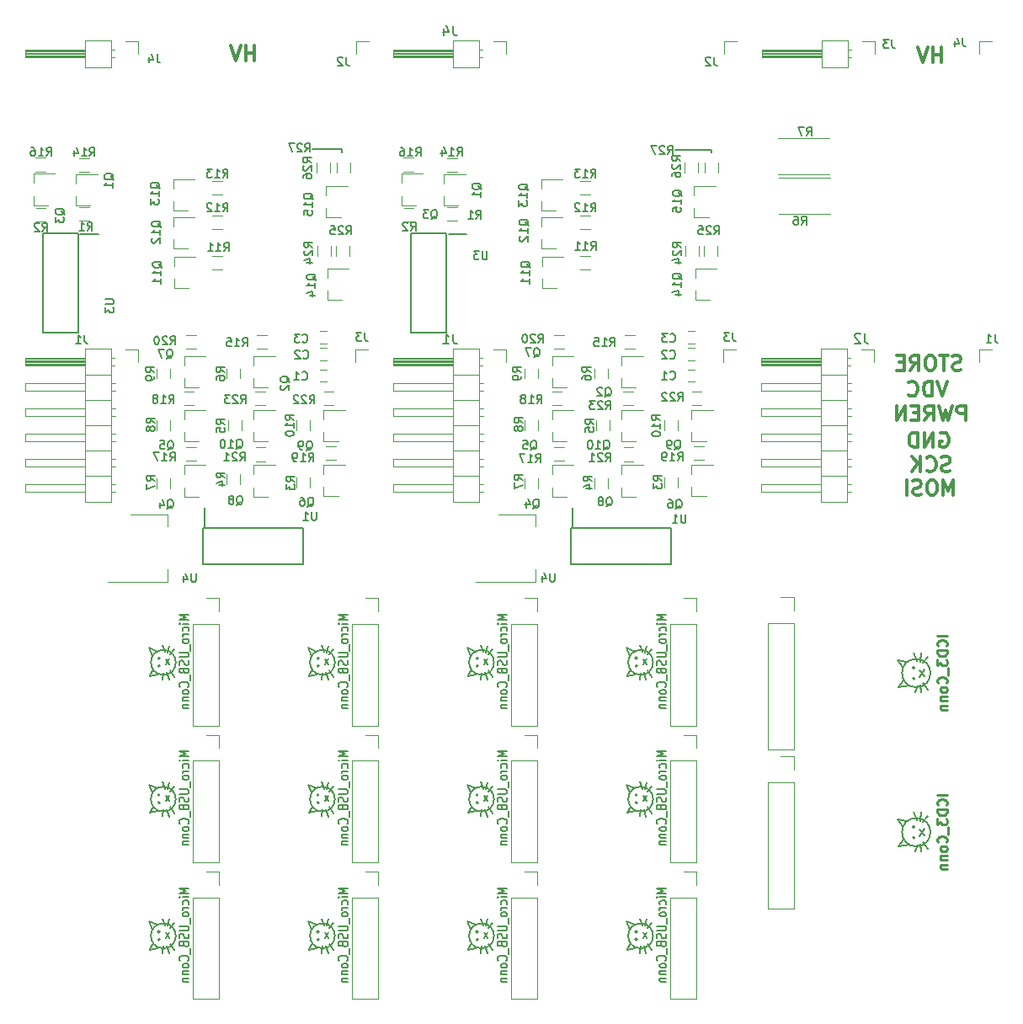
<source format=gbo>
%MOIN*%
%OFA0B0*%
%FSLAX46Y46*%
%IPPOS*%
%LPD*%
%ADD10C,0.0039370078740157488*%
%ADD11C,0.0078740157480314977*%
%ADD12C,0.0047244094488188976*%
%ADD23C,0.0039370078740157488*%
%ADD24C,0.0078740157480314977*%
%ADD25C,0.0047244094488188976*%
%ADD26C,0.0039370078740157488*%
%ADD27C,0.0078740157480314977*%
%ADD28C,0.0047244094488188976*%
%ADD29C,0.0039370078740157488*%
%ADD30C,0.0078740157480314977*%
%ADD31C,0.0047244094488188976*%
%ADD32C,0.0039370078740157488*%
%ADD33C,0.0078740157480314977*%
%ADD34C,0.0047244094488188976*%
%ADD35C,0.0039370078740157488*%
%ADD36C,0.0078740157480314977*%
%ADD37C,0.0047244094488188976*%
%ADD38C,0.0039370078740157488*%
%ADD39C,0.0078740157480314977*%
%ADD40C,0.0047244094488188976*%
%ADD41C,0.0039370078740157488*%
%ADD42C,0.0078740157480314977*%
%ADD43C,0.0047244094488188976*%
%ADD44C,0.0039370078740157488*%
%ADD45C,0.0078740157480314977*%
%ADD46C,0.0047244094488188976*%
%ADD47C,0.0039370078740157488*%
%ADD48C,0.0078740157480314977*%
%ADD49C,0.0047244094488188976*%
%ADD50C,0.0039370078740157488*%
%ADD51C,0.0078740157480314977*%
%ADD52C,0.0047244094488188976*%
%ADD53C,0.0039370078740157488*%
%ADD54C,0.0078740157480314977*%
%ADD55C,0.0047244094488188976*%
%ADD56C,0.0039370078740157488*%
%ADD57C,0.011811023622047244*%
%ADD58C,0.0047244094488188976*%
%ADD59C,0.0060236220472440951*%
%ADD60C,0.005905511811023622*%
%ADD61C,0.0039370078740157488*%
%ADD62C,0.0078740157480314977*%
%ADD63C,0.0047244094488188976*%
%ADD64C,0.005905511811023622*%
%ADD65C,0.0060236220472440951*%
%ADD66C,0.0039370078740157488*%
%ADD67C,0.011811023622047244*%
%ADD68C,0.0078740157480314977*%
%ADD69C,0.0047244094488188976*%
%ADD70C,0.005905511811023622*%
%ADD71C,0.0060236220472440951*%
%ADD72C,0.0039370078740157488*%
%ADD73C,0.0078740157480314977*%
%ADD74C,0.00984251968503937*%
%ADD75C,0.0047244094488188976*%
%ADD76C,0.0039370078740157488*%
%ADD77C,0.0078740157480314977*%
%ADD78C,0.00984251968503937*%
%ADD79C,0.0047244094488188976*%
G01G01*
D10*
D11*
X0000688676Y0001638376D02*
X0000649306Y0001638376D01*
X0000677427Y0001627877D01*
X0000649306Y0001617379D01*
X0000688676Y0001617379D01*
X0000688676Y0001602380D02*
X0000662429Y0001602380D01*
X0000649306Y0001602380D02*
X0000651181Y0001603880D01*
X0000653055Y0001602380D01*
X0000651181Y0001600881D01*
X0000649306Y0001602380D01*
X0000653055Y0001602380D01*
X0000686801Y0001573884D02*
X0000688676Y0001576884D01*
X0000688676Y0001582883D01*
X0000686801Y0001585883D01*
X0000684926Y0001587382D01*
X0000681177Y0001588882D01*
X0000669928Y0001588882D01*
X0000666179Y0001587382D01*
X0000664304Y0001585883D01*
X0000662429Y0001582883D01*
X0000662429Y0001576884D01*
X0000664304Y0001573884D01*
X0000688676Y0001560386D02*
X0000662429Y0001560386D01*
X0000669928Y0001560386D02*
X0000666179Y0001558886D01*
X0000664304Y0001557386D01*
X0000662429Y0001554387D01*
X0000662429Y0001551387D01*
X0000688676Y0001536389D02*
X0000686801Y0001539388D01*
X0000684926Y0001540888D01*
X0000681177Y0001542388D01*
X0000669928Y0001542388D01*
X0000666179Y0001540888D01*
X0000664304Y0001539388D01*
X0000662429Y0001536389D01*
X0000662429Y0001531889D01*
X0000664304Y0001528890D01*
X0000666179Y0001527390D01*
X0000669928Y0001525890D01*
X0000681177Y0001525890D01*
X0000684926Y0001527390D01*
X0000686801Y0001528890D01*
X0000688676Y0001531889D01*
X0000688676Y0001536389D01*
X0000692425Y0001519891D02*
X0000692425Y0001495894D01*
X0000649306Y0001488395D02*
X0000681177Y0001488395D01*
X0000684926Y0001486895D01*
X0000686801Y0001485395D01*
X0000688676Y0001482395D01*
X0000688676Y0001476396D01*
X0000686801Y0001473397D01*
X0000684926Y0001471897D01*
X0000681177Y0001470397D01*
X0000649306Y0001470397D01*
X0000686801Y0001456899D02*
X0000688676Y0001452399D01*
X0000688676Y0001444900D01*
X0000686801Y0001441901D01*
X0000684926Y0001440401D01*
X0000681177Y0001438901D01*
X0000677427Y0001438901D01*
X0000673678Y0001440401D01*
X0000671803Y0001441901D01*
X0000669928Y0001444900D01*
X0000668053Y0001450899D01*
X0000666179Y0001453899D01*
X0000664304Y0001455399D01*
X0000660554Y0001456899D01*
X0000656805Y0001456899D01*
X0000653055Y0001455399D01*
X0000651181Y0001453899D01*
X0000649306Y0001450899D01*
X0000649306Y0001443400D01*
X0000651181Y0001438901D01*
X0000668053Y0001414904D02*
X0000669928Y0001410404D01*
X0000671803Y0001408905D01*
X0000675553Y0001407405D01*
X0000681177Y0001407405D01*
X0000684926Y0001408905D01*
X0000686801Y0001410404D01*
X0000688676Y0001413404D01*
X0000688676Y0001425403D01*
X0000649306Y0001425403D01*
X0000649306Y0001414904D01*
X0000651181Y0001411904D01*
X0000653055Y0001410404D01*
X0000656805Y0001408905D01*
X0000660554Y0001408905D01*
X0000664304Y0001410404D01*
X0000666179Y0001411904D01*
X0000668053Y0001414904D01*
X0000668053Y0001425403D01*
X0000692425Y0001401406D02*
X0000692425Y0001377409D01*
X0000684926Y0001351912D02*
X0000686801Y0001353412D01*
X0000688676Y0001357911D01*
X0000688676Y0001360911D01*
X0000686801Y0001365410D01*
X0000683052Y0001368410D01*
X0000679302Y0001369910D01*
X0000671803Y0001371409D01*
X0000666179Y0001371409D01*
X0000658680Y0001369910D01*
X0000654930Y0001368410D01*
X0000651181Y0001365410D01*
X0000649306Y0001360911D01*
X0000649306Y0001357911D01*
X0000651181Y0001353412D01*
X0000653055Y0001351912D01*
X0000688676Y0001333914D02*
X0000686801Y0001336914D01*
X0000684926Y0001338413D01*
X0000681177Y0001339913D01*
X0000669928Y0001339913D01*
X0000666179Y0001338413D01*
X0000664304Y0001336914D01*
X0000662429Y0001333914D01*
X0000662429Y0001329415D01*
X0000664304Y0001326415D01*
X0000666179Y0001324915D01*
X0000669928Y0001323415D01*
X0000681177Y0001323415D01*
X0000684926Y0001324915D01*
X0000686801Y0001326415D01*
X0000688676Y0001329415D01*
X0000688676Y0001333914D01*
X0000662429Y0001309917D02*
X0000688676Y0001309917D01*
X0000666179Y0001309917D02*
X0000664304Y0001308417D01*
X0000662429Y0001305418D01*
X0000662429Y0001300918D01*
X0000664304Y0001297919D01*
X0000668053Y0001296419D01*
X0000688676Y0001296419D01*
X0000662429Y0001281421D02*
X0000688676Y0001281421D01*
X0000666179Y0001281421D02*
X0000664304Y0001279921D01*
X0000662429Y0001276921D01*
X0000662429Y0001272422D01*
X0000664304Y0001269422D01*
X0000668053Y0001267922D01*
X0000688676Y0001267922D01*
X0000613779Y0001418503D02*
X0000631102Y0001392519D01*
X0000601574Y0001409842D02*
X0000609055Y0001379921D01*
X0000586614Y0001409055D02*
X0000582677Y0001381496D01*
X0000614566Y0001479921D02*
X0000631889Y0001500393D01*
X0000605511Y0001488976D02*
X0000609842Y0001515748D01*
X0000592519Y0001489370D02*
X0000584251Y0001518503D01*
X0000611811Y0001441338D02*
X0000596456Y0001462204D01*
X0000596456Y0001441732D02*
X0000611023Y0001463385D01*
X0000569291Y0001469539D02*
G75*
G03G03X0000569291Y0001469539J-0000004185D01X0000569291Y0001469539J-0000004185D01*
G01G01*
X0000569685Y0001439279D02*
G75*
G03G03X0000569685Y0001439279J-0000004240D01X0000569685Y0001439279J-0000004240D01*
G01G01*
X0000533464Y0001394881D02*
X0000564173Y0001401574D01*
X0000548031Y0001420078D02*
X0000532677Y0001396062D01*
X0000530314Y0001506692D02*
X0000562598Y0001492125D01*
X0000545275Y0001475196D02*
X0000530314Y0001506692D01*
X0000587007Y0001498425D02*
G75*
G03G03X0000587007Y0001498425J-0000049212D01X0000587007Y0001498425J-0000049212D01*
G01G01*
D12*
X0000808267Y0001199212D02*
X0000703543Y0001199212D01*
X0000808267Y0001601574D02*
X0000808267Y0001199212D01*
X0000703543Y0001601574D02*
X0000703543Y0001199212D01*
X0000808267Y0001601574D02*
X0000703543Y0001601574D01*
X0000808267Y0001651574D02*
X0000808267Y0001703937D01*
X0000808267Y0001703937D02*
X0000755905Y0001703937D01*
G04 next file*
G04 Gerber Fmt 4.6, Leading zero omitted, Abs format (unit mm)*
G04 Created by KiCad (PCBNEW 4.0.7) date 11/16/17 17:14:57*
G01G01*
G04 APERTURE LIST*
G04 APERTURE END LIST*
D23*
D24*
X0000688676Y0001097037D02*
X0000649306Y0001097037D01*
X0000677427Y0001086539D01*
X0000649306Y0001076040D01*
X0000688676Y0001076040D01*
X0000688676Y0001061042D02*
X0000662429Y0001061042D01*
X0000649306Y0001061042D02*
X0000651181Y0001062542D01*
X0000653055Y0001061042D01*
X0000651181Y0001059542D01*
X0000649306Y0001061042D01*
X0000653055Y0001061042D01*
X0000686801Y0001032545D02*
X0000688676Y0001035545D01*
X0000688676Y0001041544D01*
X0000686801Y0001044544D01*
X0000684926Y0001046044D01*
X0000681177Y0001047544D01*
X0000669928Y0001047544D01*
X0000666179Y0001046044D01*
X0000664304Y0001044544D01*
X0000662429Y0001041544D01*
X0000662429Y0001035545D01*
X0000664304Y0001032545D01*
X0000688676Y0001019047D02*
X0000662429Y0001019047D01*
X0000669928Y0001019047D02*
X0000666179Y0001017547D01*
X0000664304Y0001016048D01*
X0000662429Y0001013048D01*
X0000662429Y0001010048D01*
X0000688676Y0000995050D02*
X0000686801Y0000998050D01*
X0000684926Y0000999550D01*
X0000681177Y0001001049D01*
X0000669928Y0001001049D01*
X0000666179Y0000999550D01*
X0000664304Y0000998050D01*
X0000662429Y0000995050D01*
X0000662429Y0000990551D01*
X0000664304Y0000987551D01*
X0000666179Y0000986051D01*
X0000669928Y0000984551D01*
X0000681177Y0000984551D01*
X0000684926Y0000986051D01*
X0000686801Y0000987551D01*
X0000688676Y0000990551D01*
X0000688676Y0000995050D01*
X0000692425Y0000978552D02*
X0000692425Y0000954555D01*
X0000649306Y0000947056D02*
X0000681177Y0000947056D01*
X0000684926Y0000945556D01*
X0000686801Y0000944057D01*
X0000688676Y0000941057D01*
X0000688676Y0000935058D01*
X0000686801Y0000932058D01*
X0000684926Y0000930558D01*
X0000681177Y0000929058D01*
X0000649306Y0000929058D01*
X0000686801Y0000915560D02*
X0000688676Y0000911061D01*
X0000688676Y0000903562D01*
X0000686801Y0000900562D01*
X0000684926Y0000899062D01*
X0000681177Y0000897562D01*
X0000677427Y0000897562D01*
X0000673678Y0000899062D01*
X0000671803Y0000900562D01*
X0000669928Y0000903562D01*
X0000668053Y0000909561D01*
X0000666179Y0000912560D01*
X0000664304Y0000914060D01*
X0000660554Y0000915560D01*
X0000656805Y0000915560D01*
X0000653055Y0000914060D01*
X0000651181Y0000912560D01*
X0000649306Y0000909561D01*
X0000649306Y0000902062D01*
X0000651181Y0000897562D01*
X0000668053Y0000873565D02*
X0000669928Y0000869066D01*
X0000671803Y0000867566D01*
X0000675553Y0000866066D01*
X0000681177Y0000866066D01*
X0000684926Y0000867566D01*
X0000686801Y0000869066D01*
X0000688676Y0000872066D01*
X0000688676Y0000884064D01*
X0000649306Y0000884064D01*
X0000649306Y0000873565D01*
X0000651181Y0000870566D01*
X0000653055Y0000869066D01*
X0000656805Y0000867566D01*
X0000660554Y0000867566D01*
X0000664304Y0000869066D01*
X0000666179Y0000870566D01*
X0000668053Y0000873565D01*
X0000668053Y0000884064D01*
X0000692425Y0000860067D02*
X0000692425Y0000836070D01*
X0000684926Y0000810573D02*
X0000686801Y0000812073D01*
X0000688676Y0000816572D01*
X0000688676Y0000819572D01*
X0000686801Y0000824071D01*
X0000683052Y0000827071D01*
X0000679302Y0000828571D01*
X0000671803Y0000830071D01*
X0000666179Y0000830071D01*
X0000658680Y0000828571D01*
X0000654930Y0000827071D01*
X0000651181Y0000824071D01*
X0000649306Y0000819572D01*
X0000649306Y0000816572D01*
X0000651181Y0000812073D01*
X0000653055Y0000810573D01*
X0000688676Y0000792575D02*
X0000686801Y0000795575D01*
X0000684926Y0000797075D01*
X0000681177Y0000798575D01*
X0000669928Y0000798575D01*
X0000666179Y0000797075D01*
X0000664304Y0000795575D01*
X0000662429Y0000792575D01*
X0000662429Y0000788076D01*
X0000664304Y0000785076D01*
X0000666179Y0000783577D01*
X0000669928Y0000782077D01*
X0000681177Y0000782077D01*
X0000684926Y0000783577D01*
X0000686801Y0000785076D01*
X0000688676Y0000788076D01*
X0000688676Y0000792575D01*
X0000662429Y0000768578D02*
X0000688676Y0000768578D01*
X0000666179Y0000768578D02*
X0000664304Y0000767079D01*
X0000662429Y0000764079D01*
X0000662429Y0000759580D01*
X0000664304Y0000756580D01*
X0000668053Y0000755080D01*
X0000688676Y0000755080D01*
X0000662429Y0000740082D02*
X0000688676Y0000740082D01*
X0000666179Y0000740082D02*
X0000664304Y0000738582D01*
X0000662429Y0000735583D01*
X0000662429Y0000731083D01*
X0000664304Y0000728083D01*
X0000668053Y0000726584D01*
X0000688676Y0000726584D01*
X0000613779Y0000877165D02*
X0000631102Y0000851181D01*
X0000601574Y0000868503D02*
X0000609055Y0000838582D01*
X0000586614Y0000867716D02*
X0000582677Y0000840157D01*
X0000614566Y0000938582D02*
X0000631889Y0000959055D01*
X0000605511Y0000947637D02*
X0000609842Y0000974409D01*
X0000592519Y0000948031D02*
X0000584251Y0000977165D01*
X0000611811Y0000900000D02*
X0000596456Y0000920866D01*
X0000596456Y0000900393D02*
X0000611023Y0000922047D01*
X0000569291Y0000928200D02*
G75*
G03G03X0000569291Y0000928200J-0000004185D01X0000569291Y0000928200J-0000004185D01*
G01G01*
X0000569685Y0000897941D02*
G75*
G03G03X0000569685Y0000897941J-0000004240D01X0000569685Y0000897941J-0000004240D01*
G01G01*
X0000533464Y0000853543D02*
X0000564173Y0000860236D01*
X0000548031Y0000878740D02*
X0000532677Y0000854724D01*
X0000530314Y0000965354D02*
X0000562598Y0000950787D01*
X0000545275Y0000933858D02*
X0000530314Y0000965354D01*
X0000587007Y0000957086D02*
G75*
G03G03X0000587007Y0000957086J-0000049212D01X0000587007Y0000957086J-0000049212D01*
G01G01*
D25*
X0000808267Y0000657874D02*
X0000703543Y0000657874D01*
X0000808267Y0001060236D02*
X0000808267Y0000657874D01*
X0000703543Y0001060236D02*
X0000703543Y0000657874D01*
X0000808267Y0001060236D02*
X0000703543Y0001060236D01*
X0000808267Y0001110236D02*
X0000808267Y0001162598D01*
X0000808267Y0001162598D02*
X0000755905Y0001162598D01*
G04 next file*
G04 Gerber Fmt 4.6, Leading zero omitted, Abs format (unit mm)*
G04 Created by KiCad (PCBNEW 4.0.7) date 11/16/17 17:14:57*
G01G01*
G04 APERTURE LIST*
G04 APERTURE END LIST*
D26*
D27*
X0000688676Y0000555699D02*
X0000649306Y0000555699D01*
X0000677427Y0000545200D01*
X0000649306Y0000534701D01*
X0000688676Y0000534701D01*
X0000688676Y0000519703D02*
X0000662429Y0000519703D01*
X0000649306Y0000519703D02*
X0000651181Y0000521203D01*
X0000653055Y0000519703D01*
X0000651181Y0000518204D01*
X0000649306Y0000519703D01*
X0000653055Y0000519703D01*
X0000686801Y0000491207D02*
X0000688676Y0000494207D01*
X0000688676Y0000500206D01*
X0000686801Y0000503205D01*
X0000684926Y0000504705D01*
X0000681177Y0000506205D01*
X0000669928Y0000506205D01*
X0000666179Y0000504705D01*
X0000664304Y0000503205D01*
X0000662429Y0000500206D01*
X0000662429Y0000494207D01*
X0000664304Y0000491207D01*
X0000688676Y0000477709D02*
X0000662429Y0000477709D01*
X0000669928Y0000477709D02*
X0000666179Y0000476209D01*
X0000664304Y0000474709D01*
X0000662429Y0000471709D01*
X0000662429Y0000468710D01*
X0000688676Y0000453712D02*
X0000686801Y0000456711D01*
X0000684926Y0000458211D01*
X0000681177Y0000459711D01*
X0000669928Y0000459711D01*
X0000666179Y0000458211D01*
X0000664304Y0000456711D01*
X0000662429Y0000453712D01*
X0000662429Y0000449212D01*
X0000664304Y0000446213D01*
X0000666179Y0000444713D01*
X0000669928Y0000443213D01*
X0000681177Y0000443213D01*
X0000684926Y0000444713D01*
X0000686801Y0000446213D01*
X0000688676Y0000449212D01*
X0000688676Y0000453712D01*
X0000692425Y0000437214D02*
X0000692425Y0000413217D01*
X0000649306Y0000405718D02*
X0000681177Y0000405718D01*
X0000684926Y0000404218D01*
X0000686801Y0000402718D01*
X0000688676Y0000399718D01*
X0000688676Y0000393719D01*
X0000686801Y0000390719D01*
X0000684926Y0000389220D01*
X0000681177Y0000387720D01*
X0000649306Y0000387720D01*
X0000686801Y0000374222D02*
X0000688676Y0000369722D01*
X0000688676Y0000362223D01*
X0000686801Y0000359223D01*
X0000684926Y0000357724D01*
X0000681177Y0000356224D01*
X0000677427Y0000356224D01*
X0000673678Y0000357724D01*
X0000671803Y0000359223D01*
X0000669928Y0000362223D01*
X0000668053Y0000368222D01*
X0000666179Y0000371222D01*
X0000664304Y0000372722D01*
X0000660554Y0000374222D01*
X0000656805Y0000374222D01*
X0000653055Y0000372722D01*
X0000651181Y0000371222D01*
X0000649306Y0000368222D01*
X0000649306Y0000360723D01*
X0000651181Y0000356224D01*
X0000668053Y0000332227D02*
X0000669928Y0000327727D01*
X0000671803Y0000326227D01*
X0000675553Y0000324728D01*
X0000681177Y0000324728D01*
X0000684926Y0000326227D01*
X0000686801Y0000327727D01*
X0000688676Y0000330727D01*
X0000688676Y0000342725D01*
X0000649306Y0000342725D01*
X0000649306Y0000332227D01*
X0000651181Y0000329227D01*
X0000653055Y0000327727D01*
X0000656805Y0000326227D01*
X0000660554Y0000326227D01*
X0000664304Y0000327727D01*
X0000666179Y0000329227D01*
X0000668053Y0000332227D01*
X0000668053Y0000342725D01*
X0000692425Y0000318728D02*
X0000692425Y0000294731D01*
X0000684926Y0000269235D02*
X0000686801Y0000270734D01*
X0000688676Y0000275234D01*
X0000688676Y0000278233D01*
X0000686801Y0000282733D01*
X0000683052Y0000285733D01*
X0000679302Y0000287232D01*
X0000671803Y0000288732D01*
X0000666179Y0000288732D01*
X0000658680Y0000287232D01*
X0000654930Y0000285733D01*
X0000651181Y0000282733D01*
X0000649306Y0000278233D01*
X0000649306Y0000275234D01*
X0000651181Y0000270734D01*
X0000653055Y0000269235D01*
X0000688676Y0000251237D02*
X0000686801Y0000254236D01*
X0000684926Y0000255736D01*
X0000681177Y0000257236D01*
X0000669928Y0000257236D01*
X0000666179Y0000255736D01*
X0000664304Y0000254236D01*
X0000662429Y0000251237D01*
X0000662429Y0000246737D01*
X0000664304Y0000243738D01*
X0000666179Y0000242238D01*
X0000669928Y0000240738D01*
X0000681177Y0000240738D01*
X0000684926Y0000242238D01*
X0000686801Y0000243738D01*
X0000688676Y0000246737D01*
X0000688676Y0000251237D01*
X0000662429Y0000227240D02*
X0000688676Y0000227240D01*
X0000666179Y0000227240D02*
X0000664304Y0000225740D01*
X0000662429Y0000222740D01*
X0000662429Y0000218241D01*
X0000664304Y0000215241D01*
X0000668053Y0000213742D01*
X0000688676Y0000213742D01*
X0000662429Y0000198743D02*
X0000688676Y0000198743D01*
X0000666179Y0000198743D02*
X0000664304Y0000197244D01*
X0000662429Y0000194244D01*
X0000662429Y0000189744D01*
X0000664304Y0000186745D01*
X0000668053Y0000185245D01*
X0000688676Y0000185245D01*
X0000613779Y0000335826D02*
X0000631102Y0000309842D01*
X0000601574Y0000327165D02*
X0000609055Y0000297244D01*
X0000586614Y0000326377D02*
X0000582677Y0000298818D01*
X0000614566Y0000397244D02*
X0000631889Y0000417716D01*
X0000605511Y0000406299D02*
X0000609842Y0000433070D01*
X0000592519Y0000406692D02*
X0000584251Y0000435826D01*
X0000611811Y0000358661D02*
X0000596456Y0000379527D01*
X0000596456Y0000359055D02*
X0000611023Y0000380708D01*
X0000569291Y0000386862D02*
G75*
G03G03X0000569291Y0000386862J-0000004185D01X0000569291Y0000386862J-0000004185D01*
G01G01*
X0000569685Y0000356602D02*
G75*
G03G03X0000569685Y0000356602J-0000004240D01X0000569685Y0000356602J-0000004240D01*
G01G01*
X0000533464Y0000312204D02*
X0000564173Y0000318897D01*
X0000548031Y0000337401D02*
X0000532677Y0000313385D01*
X0000530314Y0000424015D02*
X0000562598Y0000409448D01*
X0000545275Y0000392519D02*
X0000530314Y0000424015D01*
X0000587007Y0000415748D02*
G75*
G03G03X0000587007Y0000415748J-0000049212D01X0000587007Y0000415748J-0000049212D01*
G01G01*
D28*
X0000808267Y0000116535D02*
X0000703543Y0000116535D01*
X0000808267Y0000518897D02*
X0000808267Y0000116535D01*
X0000703543Y0000518897D02*
X0000703543Y0000116535D01*
X0000808267Y0000518897D02*
X0000703543Y0000518897D01*
X0000808267Y0000568897D02*
X0000808267Y0000621259D01*
X0000808267Y0000621259D02*
X0000755905Y0000621259D01*
G04 next file*
G04 Gerber Fmt 4.6, Leading zero omitted, Abs format (unit mm)*
G04 Created by KiCad (PCBNEW 4.0.7) date 11/16/17 17:14:57*
G01G01*
G04 APERTURE LIST*
G04 APERTURE END LIST*
D29*
D30*
X0001318597Y0001638376D02*
X0001279227Y0001638376D01*
X0001307349Y0001627877D01*
X0001279227Y0001617379D01*
X0001318597Y0001617379D01*
X0001318597Y0001602380D02*
X0001292350Y0001602380D01*
X0001279227Y0001602380D02*
X0001281102Y0001603880D01*
X0001282977Y0001602380D01*
X0001281102Y0001600881D01*
X0001279227Y0001602380D01*
X0001282977Y0001602380D01*
X0001316722Y0001573884D02*
X0001318597Y0001576884D01*
X0001318597Y0001582883D01*
X0001316722Y0001585883D01*
X0001314848Y0001587382D01*
X0001311098Y0001588882D01*
X0001299850Y0001588882D01*
X0001296100Y0001587382D01*
X0001294225Y0001585883D01*
X0001292350Y0001582883D01*
X0001292350Y0001576884D01*
X0001294225Y0001573884D01*
X0001318597Y0001560386D02*
X0001292350Y0001560386D01*
X0001299850Y0001560386D02*
X0001296100Y0001558886D01*
X0001294225Y0001557386D01*
X0001292350Y0001554387D01*
X0001292350Y0001551387D01*
X0001318597Y0001536389D02*
X0001316722Y0001539388D01*
X0001314848Y0001540888D01*
X0001311098Y0001542388D01*
X0001299850Y0001542388D01*
X0001296100Y0001540888D01*
X0001294225Y0001539388D01*
X0001292350Y0001536389D01*
X0001292350Y0001531889D01*
X0001294225Y0001528890D01*
X0001296100Y0001527390D01*
X0001299850Y0001525890D01*
X0001311098Y0001525890D01*
X0001314848Y0001527390D01*
X0001316722Y0001528890D01*
X0001318597Y0001531889D01*
X0001318597Y0001536389D01*
X0001322347Y0001519891D02*
X0001322347Y0001495894D01*
X0001279227Y0001488395D02*
X0001311098Y0001488395D01*
X0001314848Y0001486895D01*
X0001316722Y0001485395D01*
X0001318597Y0001482395D01*
X0001318597Y0001476396D01*
X0001316722Y0001473397D01*
X0001314848Y0001471897D01*
X0001311098Y0001470397D01*
X0001279227Y0001470397D01*
X0001316722Y0001456899D02*
X0001318597Y0001452399D01*
X0001318597Y0001444900D01*
X0001316722Y0001441901D01*
X0001314848Y0001440401D01*
X0001311098Y0001438901D01*
X0001307349Y0001438901D01*
X0001303599Y0001440401D01*
X0001301724Y0001441901D01*
X0001299850Y0001444900D01*
X0001297975Y0001450899D01*
X0001296100Y0001453899D01*
X0001294225Y0001455399D01*
X0001290476Y0001456899D01*
X0001286726Y0001456899D01*
X0001282977Y0001455399D01*
X0001281102Y0001453899D01*
X0001279227Y0001450899D01*
X0001279227Y0001443400D01*
X0001281102Y0001438901D01*
X0001297975Y0001414904D02*
X0001299850Y0001410404D01*
X0001301724Y0001408905D01*
X0001305474Y0001407405D01*
X0001311098Y0001407405D01*
X0001314848Y0001408905D01*
X0001316722Y0001410404D01*
X0001318597Y0001413404D01*
X0001318597Y0001425403D01*
X0001279227Y0001425403D01*
X0001279227Y0001414904D01*
X0001281102Y0001411904D01*
X0001282977Y0001410404D01*
X0001286726Y0001408905D01*
X0001290476Y0001408905D01*
X0001294225Y0001410404D01*
X0001296100Y0001411904D01*
X0001297975Y0001414904D01*
X0001297975Y0001425403D01*
X0001322347Y0001401406D02*
X0001322347Y0001377409D01*
X0001314848Y0001351912D02*
X0001316722Y0001353412D01*
X0001318597Y0001357911D01*
X0001318597Y0001360911D01*
X0001316722Y0001365410D01*
X0001312973Y0001368410D01*
X0001309223Y0001369910D01*
X0001301724Y0001371409D01*
X0001296100Y0001371409D01*
X0001288601Y0001369910D01*
X0001284851Y0001368410D01*
X0001281102Y0001365410D01*
X0001279227Y0001360911D01*
X0001279227Y0001357911D01*
X0001281102Y0001353412D01*
X0001282977Y0001351912D01*
X0001318597Y0001333914D02*
X0001316722Y0001336914D01*
X0001314848Y0001338413D01*
X0001311098Y0001339913D01*
X0001299850Y0001339913D01*
X0001296100Y0001338413D01*
X0001294225Y0001336914D01*
X0001292350Y0001333914D01*
X0001292350Y0001329415D01*
X0001294225Y0001326415D01*
X0001296100Y0001324915D01*
X0001299850Y0001323415D01*
X0001311098Y0001323415D01*
X0001314848Y0001324915D01*
X0001316722Y0001326415D01*
X0001318597Y0001329415D01*
X0001318597Y0001333914D01*
X0001292350Y0001309917D02*
X0001318597Y0001309917D01*
X0001296100Y0001309917D02*
X0001294225Y0001308417D01*
X0001292350Y0001305418D01*
X0001292350Y0001300918D01*
X0001294225Y0001297919D01*
X0001297975Y0001296419D01*
X0001318597Y0001296419D01*
X0001292350Y0001281421D02*
X0001318597Y0001281421D01*
X0001296100Y0001281421D02*
X0001294225Y0001279921D01*
X0001292350Y0001276921D01*
X0001292350Y0001272422D01*
X0001294225Y0001269422D01*
X0001297975Y0001267922D01*
X0001318597Y0001267922D01*
X0001243700Y0001418503D02*
X0001261023Y0001392519D01*
X0001231496Y0001409842D02*
X0001238976Y0001379921D01*
X0001216535Y0001409055D02*
X0001212598Y0001381496D01*
X0001244488Y0001479921D02*
X0001261810Y0001500393D01*
X0001235433Y0001488976D02*
X0001239763Y0001515748D01*
X0001222440Y0001489370D02*
X0001214173Y0001518503D01*
X0001241732Y0001441338D02*
X0001226377Y0001462204D01*
X0001226377Y0001441732D02*
X0001240944Y0001463385D01*
X0001199212Y0001469539D02*
G75*
G03G03X0001199212Y0001469539J-0000004185D01X0001199212Y0001469539J-0000004185D01*
G01G01*
X0001199606Y0001439279D02*
G75*
G03G03X0001199606Y0001439279J-0000004240D01X0001199606Y0001439279J-0000004240D01*
G01G01*
X0001163385Y0001394881D02*
X0001194094Y0001401574D01*
X0001177952Y0001420078D02*
X0001162598Y0001396062D01*
X0001160236Y0001506692D02*
X0001192519Y0001492125D01*
X0001175196Y0001475196D02*
X0001160236Y0001506692D01*
X0001216929Y0001498425D02*
G75*
G03G03X0001216929Y0001498425J-0000049212D01X0001216929Y0001498425J-0000049212D01*
G01G01*
D31*
X0001438188Y0001199212D02*
X0001333464Y0001199212D01*
X0001438188Y0001601574D02*
X0001438188Y0001199212D01*
X0001333464Y0001601574D02*
X0001333464Y0001199212D01*
X0001438188Y0001601574D02*
X0001333464Y0001601574D01*
X0001438188Y0001651574D02*
X0001438188Y0001703937D01*
X0001438188Y0001703937D02*
X0001385826Y0001703937D01*
G04 next file*
G04 Gerber Fmt 4.6, Leading zero omitted, Abs format (unit mm)*
G04 Created by KiCad (PCBNEW 4.0.7) date 11/16/17 17:14:57*
G01G01*
G04 APERTURE LIST*
G04 APERTURE END LIST*
D32*
D33*
X0001318597Y0001097037D02*
X0001279227Y0001097037D01*
X0001307349Y0001086539D01*
X0001279227Y0001076040D01*
X0001318597Y0001076040D01*
X0001318597Y0001061042D02*
X0001292350Y0001061042D01*
X0001279227Y0001061042D02*
X0001281102Y0001062542D01*
X0001282977Y0001061042D01*
X0001281102Y0001059542D01*
X0001279227Y0001061042D01*
X0001282977Y0001061042D01*
X0001316722Y0001032545D02*
X0001318597Y0001035545D01*
X0001318597Y0001041544D01*
X0001316722Y0001044544D01*
X0001314848Y0001046044D01*
X0001311098Y0001047544D01*
X0001299850Y0001047544D01*
X0001296100Y0001046044D01*
X0001294225Y0001044544D01*
X0001292350Y0001041544D01*
X0001292350Y0001035545D01*
X0001294225Y0001032545D01*
X0001318597Y0001019047D02*
X0001292350Y0001019047D01*
X0001299850Y0001019047D02*
X0001296100Y0001017547D01*
X0001294225Y0001016048D01*
X0001292350Y0001013048D01*
X0001292350Y0001010048D01*
X0001318597Y0000995050D02*
X0001316722Y0000998050D01*
X0001314848Y0000999550D01*
X0001311098Y0001001049D01*
X0001299850Y0001001049D01*
X0001296100Y0000999550D01*
X0001294225Y0000998050D01*
X0001292350Y0000995050D01*
X0001292350Y0000990551D01*
X0001294225Y0000987551D01*
X0001296100Y0000986051D01*
X0001299850Y0000984551D01*
X0001311098Y0000984551D01*
X0001314848Y0000986051D01*
X0001316722Y0000987551D01*
X0001318597Y0000990551D01*
X0001318597Y0000995050D01*
X0001322347Y0000978552D02*
X0001322347Y0000954555D01*
X0001279227Y0000947056D02*
X0001311098Y0000947056D01*
X0001314848Y0000945556D01*
X0001316722Y0000944057D01*
X0001318597Y0000941057D01*
X0001318597Y0000935058D01*
X0001316722Y0000932058D01*
X0001314848Y0000930558D01*
X0001311098Y0000929058D01*
X0001279227Y0000929058D01*
X0001316722Y0000915560D02*
X0001318597Y0000911061D01*
X0001318597Y0000903562D01*
X0001316722Y0000900562D01*
X0001314848Y0000899062D01*
X0001311098Y0000897562D01*
X0001307349Y0000897562D01*
X0001303599Y0000899062D01*
X0001301724Y0000900562D01*
X0001299850Y0000903562D01*
X0001297975Y0000909561D01*
X0001296100Y0000912560D01*
X0001294225Y0000914060D01*
X0001290476Y0000915560D01*
X0001286726Y0000915560D01*
X0001282977Y0000914060D01*
X0001281102Y0000912560D01*
X0001279227Y0000909561D01*
X0001279227Y0000902062D01*
X0001281102Y0000897562D01*
X0001297975Y0000873565D02*
X0001299850Y0000869066D01*
X0001301724Y0000867566D01*
X0001305474Y0000866066D01*
X0001311098Y0000866066D01*
X0001314848Y0000867566D01*
X0001316722Y0000869066D01*
X0001318597Y0000872066D01*
X0001318597Y0000884064D01*
X0001279227Y0000884064D01*
X0001279227Y0000873565D01*
X0001281102Y0000870566D01*
X0001282977Y0000869066D01*
X0001286726Y0000867566D01*
X0001290476Y0000867566D01*
X0001294225Y0000869066D01*
X0001296100Y0000870566D01*
X0001297975Y0000873565D01*
X0001297975Y0000884064D01*
X0001322347Y0000860067D02*
X0001322347Y0000836070D01*
X0001314848Y0000810573D02*
X0001316722Y0000812073D01*
X0001318597Y0000816572D01*
X0001318597Y0000819572D01*
X0001316722Y0000824071D01*
X0001312973Y0000827071D01*
X0001309223Y0000828571D01*
X0001301724Y0000830071D01*
X0001296100Y0000830071D01*
X0001288601Y0000828571D01*
X0001284851Y0000827071D01*
X0001281102Y0000824071D01*
X0001279227Y0000819572D01*
X0001279227Y0000816572D01*
X0001281102Y0000812073D01*
X0001282977Y0000810573D01*
X0001318597Y0000792575D02*
X0001316722Y0000795575D01*
X0001314848Y0000797075D01*
X0001311098Y0000798575D01*
X0001299850Y0000798575D01*
X0001296100Y0000797075D01*
X0001294225Y0000795575D01*
X0001292350Y0000792575D01*
X0001292350Y0000788076D01*
X0001294225Y0000785076D01*
X0001296100Y0000783577D01*
X0001299850Y0000782077D01*
X0001311098Y0000782077D01*
X0001314848Y0000783577D01*
X0001316722Y0000785076D01*
X0001318597Y0000788076D01*
X0001318597Y0000792575D01*
X0001292350Y0000768578D02*
X0001318597Y0000768578D01*
X0001296100Y0000768578D02*
X0001294225Y0000767079D01*
X0001292350Y0000764079D01*
X0001292350Y0000759580D01*
X0001294225Y0000756580D01*
X0001297975Y0000755080D01*
X0001318597Y0000755080D01*
X0001292350Y0000740082D02*
X0001318597Y0000740082D01*
X0001296100Y0000740082D02*
X0001294225Y0000738582D01*
X0001292350Y0000735583D01*
X0001292350Y0000731083D01*
X0001294225Y0000728083D01*
X0001297975Y0000726584D01*
X0001318597Y0000726584D01*
X0001243700Y0000877165D02*
X0001261023Y0000851181D01*
X0001231496Y0000868503D02*
X0001238976Y0000838582D01*
X0001216535Y0000867716D02*
X0001212598Y0000840157D01*
X0001244488Y0000938582D02*
X0001261810Y0000959055D01*
X0001235433Y0000947637D02*
X0001239763Y0000974409D01*
X0001222440Y0000948031D02*
X0001214173Y0000977165D01*
X0001241732Y0000900000D02*
X0001226377Y0000920866D01*
X0001226377Y0000900393D02*
X0001240944Y0000922047D01*
X0001199212Y0000928200D02*
G75*
G03G03X0001199212Y0000928200J-0000004185D01X0001199212Y0000928200J-0000004185D01*
G01G01*
X0001199606Y0000897941D02*
G75*
G03G03X0001199606Y0000897941J-0000004240D01X0001199606Y0000897941J-0000004240D01*
G01G01*
X0001163385Y0000853543D02*
X0001194094Y0000860236D01*
X0001177952Y0000878740D02*
X0001162598Y0000854724D01*
X0001160236Y0000965354D02*
X0001192519Y0000950787D01*
X0001175196Y0000933858D02*
X0001160236Y0000965354D01*
X0001216929Y0000957086D02*
G75*
G03G03X0001216929Y0000957086J-0000049212D01X0001216929Y0000957086J-0000049212D01*
G01G01*
D34*
X0001438188Y0000657874D02*
X0001333464Y0000657874D01*
X0001438188Y0001060236D02*
X0001438188Y0000657874D01*
X0001333464Y0001060236D02*
X0001333464Y0000657874D01*
X0001438188Y0001060236D02*
X0001333464Y0001060236D01*
X0001438188Y0001110236D02*
X0001438188Y0001162598D01*
X0001438188Y0001162598D02*
X0001385826Y0001162598D01*
G04 next file*
G04 Gerber Fmt 4.6, Leading zero omitted, Abs format (unit mm)*
G04 Created by KiCad (PCBNEW 4.0.7) date 11/16/17 17:14:57*
G01G01*
G04 APERTURE LIST*
G04 APERTURE END LIST*
D35*
D36*
X0001318597Y0000555699D02*
X0001279227Y0000555699D01*
X0001307349Y0000545200D01*
X0001279227Y0000534701D01*
X0001318597Y0000534701D01*
X0001318597Y0000519703D02*
X0001292350Y0000519703D01*
X0001279227Y0000519703D02*
X0001281102Y0000521203D01*
X0001282977Y0000519703D01*
X0001281102Y0000518204D01*
X0001279227Y0000519703D01*
X0001282977Y0000519703D01*
X0001316722Y0000491207D02*
X0001318597Y0000494207D01*
X0001318597Y0000500206D01*
X0001316722Y0000503205D01*
X0001314848Y0000504705D01*
X0001311098Y0000506205D01*
X0001299850Y0000506205D01*
X0001296100Y0000504705D01*
X0001294225Y0000503205D01*
X0001292350Y0000500206D01*
X0001292350Y0000494207D01*
X0001294225Y0000491207D01*
X0001318597Y0000477709D02*
X0001292350Y0000477709D01*
X0001299850Y0000477709D02*
X0001296100Y0000476209D01*
X0001294225Y0000474709D01*
X0001292350Y0000471709D01*
X0001292350Y0000468710D01*
X0001318597Y0000453712D02*
X0001316722Y0000456711D01*
X0001314848Y0000458211D01*
X0001311098Y0000459711D01*
X0001299850Y0000459711D01*
X0001296100Y0000458211D01*
X0001294225Y0000456711D01*
X0001292350Y0000453712D01*
X0001292350Y0000449212D01*
X0001294225Y0000446213D01*
X0001296100Y0000444713D01*
X0001299850Y0000443213D01*
X0001311098Y0000443213D01*
X0001314848Y0000444713D01*
X0001316722Y0000446213D01*
X0001318597Y0000449212D01*
X0001318597Y0000453712D01*
X0001322347Y0000437214D02*
X0001322347Y0000413217D01*
X0001279227Y0000405718D02*
X0001311098Y0000405718D01*
X0001314848Y0000404218D01*
X0001316722Y0000402718D01*
X0001318597Y0000399718D01*
X0001318597Y0000393719D01*
X0001316722Y0000390719D01*
X0001314848Y0000389220D01*
X0001311098Y0000387720D01*
X0001279227Y0000387720D01*
X0001316722Y0000374222D02*
X0001318597Y0000369722D01*
X0001318597Y0000362223D01*
X0001316722Y0000359223D01*
X0001314848Y0000357724D01*
X0001311098Y0000356224D01*
X0001307349Y0000356224D01*
X0001303599Y0000357724D01*
X0001301724Y0000359223D01*
X0001299850Y0000362223D01*
X0001297975Y0000368222D01*
X0001296100Y0000371222D01*
X0001294225Y0000372722D01*
X0001290476Y0000374222D01*
X0001286726Y0000374222D01*
X0001282977Y0000372722D01*
X0001281102Y0000371222D01*
X0001279227Y0000368222D01*
X0001279227Y0000360723D01*
X0001281102Y0000356224D01*
X0001297975Y0000332227D02*
X0001299850Y0000327727D01*
X0001301724Y0000326227D01*
X0001305474Y0000324728D01*
X0001311098Y0000324728D01*
X0001314848Y0000326227D01*
X0001316722Y0000327727D01*
X0001318597Y0000330727D01*
X0001318597Y0000342725D01*
X0001279227Y0000342725D01*
X0001279227Y0000332227D01*
X0001281102Y0000329227D01*
X0001282977Y0000327727D01*
X0001286726Y0000326227D01*
X0001290476Y0000326227D01*
X0001294225Y0000327727D01*
X0001296100Y0000329227D01*
X0001297975Y0000332227D01*
X0001297975Y0000342725D01*
X0001322347Y0000318728D02*
X0001322347Y0000294731D01*
X0001314848Y0000269235D02*
X0001316722Y0000270734D01*
X0001318597Y0000275234D01*
X0001318597Y0000278233D01*
X0001316722Y0000282733D01*
X0001312973Y0000285733D01*
X0001309223Y0000287232D01*
X0001301724Y0000288732D01*
X0001296100Y0000288732D01*
X0001288601Y0000287232D01*
X0001284851Y0000285733D01*
X0001281102Y0000282733D01*
X0001279227Y0000278233D01*
X0001279227Y0000275234D01*
X0001281102Y0000270734D01*
X0001282977Y0000269235D01*
X0001318597Y0000251237D02*
X0001316722Y0000254236D01*
X0001314848Y0000255736D01*
X0001311098Y0000257236D01*
X0001299850Y0000257236D01*
X0001296100Y0000255736D01*
X0001294225Y0000254236D01*
X0001292350Y0000251237D01*
X0001292350Y0000246737D01*
X0001294225Y0000243738D01*
X0001296100Y0000242238D01*
X0001299850Y0000240738D01*
X0001311098Y0000240738D01*
X0001314848Y0000242238D01*
X0001316722Y0000243738D01*
X0001318597Y0000246737D01*
X0001318597Y0000251237D01*
X0001292350Y0000227240D02*
X0001318597Y0000227240D01*
X0001296100Y0000227240D02*
X0001294225Y0000225740D01*
X0001292350Y0000222740D01*
X0001292350Y0000218241D01*
X0001294225Y0000215241D01*
X0001297975Y0000213742D01*
X0001318597Y0000213742D01*
X0001292350Y0000198743D02*
X0001318597Y0000198743D01*
X0001296100Y0000198743D02*
X0001294225Y0000197244D01*
X0001292350Y0000194244D01*
X0001292350Y0000189744D01*
X0001294225Y0000186745D01*
X0001297975Y0000185245D01*
X0001318597Y0000185245D01*
X0001243700Y0000335826D02*
X0001261023Y0000309842D01*
X0001231496Y0000327165D02*
X0001238976Y0000297244D01*
X0001216535Y0000326377D02*
X0001212598Y0000298818D01*
X0001244488Y0000397244D02*
X0001261810Y0000417716D01*
X0001235433Y0000406299D02*
X0001239763Y0000433070D01*
X0001222440Y0000406692D02*
X0001214173Y0000435826D01*
X0001241732Y0000358661D02*
X0001226377Y0000379527D01*
X0001226377Y0000359055D02*
X0001240944Y0000380708D01*
X0001199212Y0000386862D02*
G75*
G03G03X0001199212Y0000386862J-0000004185D01X0001199212Y0000386862J-0000004185D01*
G01G01*
X0001199606Y0000356602D02*
G75*
G03G03X0001199606Y0000356602J-0000004240D01X0001199606Y0000356602J-0000004240D01*
G01G01*
X0001163385Y0000312204D02*
X0001194094Y0000318897D01*
X0001177952Y0000337401D02*
X0001162598Y0000313385D01*
X0001160236Y0000424015D02*
X0001192519Y0000409448D01*
X0001175196Y0000392519D02*
X0001160236Y0000424015D01*
X0001216929Y0000415748D02*
G75*
G03G03X0001216929Y0000415748J-0000049212D01X0001216929Y0000415748J-0000049212D01*
G01G01*
D37*
X0001438188Y0000116535D02*
X0001333464Y0000116535D01*
X0001438188Y0000518897D02*
X0001438188Y0000116535D01*
X0001333464Y0000518897D02*
X0001333464Y0000116535D01*
X0001438188Y0000518897D02*
X0001333464Y0000518897D01*
X0001438188Y0000568897D02*
X0001438188Y0000621259D01*
X0001438188Y0000621259D02*
X0001385826Y0000621259D01*
G04 next file*
G04 Gerber Fmt 4.6, Leading zero omitted, Abs format (unit mm)*
G04 Created by KiCad (PCBNEW 4.0.7) date 11/16/17 17:14:57*
G01G01*
G04 APERTURE LIST*
G04 APERTURE END LIST*
D38*
D39*
X0001948518Y0001638376D02*
X0001909148Y0001638376D01*
X0001937270Y0001627877D01*
X0001909148Y0001617379D01*
X0001948518Y0001617379D01*
X0001948518Y0001602380D02*
X0001922272Y0001602380D01*
X0001909148Y0001602380D02*
X0001911023Y0001603880D01*
X0001912898Y0001602380D01*
X0001911023Y0001600881D01*
X0001909148Y0001602380D01*
X0001912898Y0001602380D01*
X0001946644Y0001573884D02*
X0001948518Y0001576884D01*
X0001948518Y0001582883D01*
X0001946644Y0001585883D01*
X0001944769Y0001587382D01*
X0001941019Y0001588882D01*
X0001929771Y0001588882D01*
X0001926021Y0001587382D01*
X0001924146Y0001585883D01*
X0001922272Y0001582883D01*
X0001922272Y0001576884D01*
X0001924146Y0001573884D01*
X0001948518Y0001560386D02*
X0001922272Y0001560386D01*
X0001929771Y0001560386D02*
X0001926021Y0001558886D01*
X0001924146Y0001557386D01*
X0001922272Y0001554387D01*
X0001922272Y0001551387D01*
X0001948518Y0001536389D02*
X0001946644Y0001539388D01*
X0001944769Y0001540888D01*
X0001941019Y0001542388D01*
X0001929771Y0001542388D01*
X0001926021Y0001540888D01*
X0001924146Y0001539388D01*
X0001922272Y0001536389D01*
X0001922272Y0001531889D01*
X0001924146Y0001528890D01*
X0001926021Y0001527390D01*
X0001929771Y0001525890D01*
X0001941019Y0001525890D01*
X0001944769Y0001527390D01*
X0001946644Y0001528890D01*
X0001948518Y0001531889D01*
X0001948518Y0001536389D01*
X0001952268Y0001519891D02*
X0001952268Y0001495894D01*
X0001909148Y0001488395D02*
X0001941019Y0001488395D01*
X0001944769Y0001486895D01*
X0001946644Y0001485395D01*
X0001948518Y0001482395D01*
X0001948518Y0001476396D01*
X0001946644Y0001473397D01*
X0001944769Y0001471897D01*
X0001941019Y0001470397D01*
X0001909148Y0001470397D01*
X0001946644Y0001456899D02*
X0001948518Y0001452399D01*
X0001948518Y0001444900D01*
X0001946644Y0001441901D01*
X0001944769Y0001440401D01*
X0001941019Y0001438901D01*
X0001937270Y0001438901D01*
X0001933520Y0001440401D01*
X0001931646Y0001441901D01*
X0001929771Y0001444900D01*
X0001927896Y0001450899D01*
X0001926021Y0001453899D01*
X0001924146Y0001455399D01*
X0001920397Y0001456899D01*
X0001916647Y0001456899D01*
X0001912898Y0001455399D01*
X0001911023Y0001453899D01*
X0001909148Y0001450899D01*
X0001909148Y0001443400D01*
X0001911023Y0001438901D01*
X0001927896Y0001414904D02*
X0001929771Y0001410404D01*
X0001931646Y0001408905D01*
X0001935395Y0001407405D01*
X0001941019Y0001407405D01*
X0001944769Y0001408905D01*
X0001946644Y0001410404D01*
X0001948518Y0001413404D01*
X0001948518Y0001425403D01*
X0001909148Y0001425403D01*
X0001909148Y0001414904D01*
X0001911023Y0001411904D01*
X0001912898Y0001410404D01*
X0001916647Y0001408905D01*
X0001920397Y0001408905D01*
X0001924146Y0001410404D01*
X0001926021Y0001411904D01*
X0001927896Y0001414904D01*
X0001927896Y0001425403D01*
X0001952268Y0001401406D02*
X0001952268Y0001377409D01*
X0001944769Y0001351912D02*
X0001946644Y0001353412D01*
X0001948518Y0001357911D01*
X0001948518Y0001360911D01*
X0001946644Y0001365410D01*
X0001942894Y0001368410D01*
X0001939145Y0001369910D01*
X0001931646Y0001371409D01*
X0001926021Y0001371409D01*
X0001918522Y0001369910D01*
X0001914773Y0001368410D01*
X0001911023Y0001365410D01*
X0001909148Y0001360911D01*
X0001909148Y0001357911D01*
X0001911023Y0001353412D01*
X0001912898Y0001351912D01*
X0001948518Y0001333914D02*
X0001946644Y0001336914D01*
X0001944769Y0001338413D01*
X0001941019Y0001339913D01*
X0001929771Y0001339913D01*
X0001926021Y0001338413D01*
X0001924146Y0001336914D01*
X0001922272Y0001333914D01*
X0001922272Y0001329415D01*
X0001924146Y0001326415D01*
X0001926021Y0001324915D01*
X0001929771Y0001323415D01*
X0001941019Y0001323415D01*
X0001944769Y0001324915D01*
X0001946644Y0001326415D01*
X0001948518Y0001329415D01*
X0001948518Y0001333914D01*
X0001922272Y0001309917D02*
X0001948518Y0001309917D01*
X0001926021Y0001309917D02*
X0001924146Y0001308417D01*
X0001922272Y0001305418D01*
X0001922272Y0001300918D01*
X0001924146Y0001297919D01*
X0001927896Y0001296419D01*
X0001948518Y0001296419D01*
X0001922272Y0001281421D02*
X0001948518Y0001281421D01*
X0001926021Y0001281421D02*
X0001924146Y0001279921D01*
X0001922272Y0001276921D01*
X0001922272Y0001272422D01*
X0001924146Y0001269422D01*
X0001927896Y0001267922D01*
X0001948518Y0001267922D01*
X0001873622Y0001418503D02*
X0001890944Y0001392519D01*
X0001861417Y0001409842D02*
X0001868897Y0001379921D01*
X0001846456Y0001409055D02*
X0001842519Y0001381496D01*
X0001874409Y0001479921D02*
X0001891732Y0001500393D01*
X0001865354Y0001488976D02*
X0001869685Y0001515748D01*
X0001852362Y0001489370D02*
X0001844094Y0001518503D01*
X0001871653Y0001441338D02*
X0001856299Y0001462204D01*
X0001856299Y0001441732D02*
X0001870866Y0001463385D01*
X0001829133Y0001469539D02*
G75*
G03G03X0001829133Y0001469539J-0000004185D01X0001829133Y0001469539J-0000004185D01*
G01G01*
X0001829527Y0001439279D02*
G75*
G03G03X0001829527Y0001439279J-0000004240D01X0001829527Y0001439279J-0000004240D01*
G01G01*
X0001793307Y0001394881D02*
X0001824015Y0001401574D01*
X0001807874Y0001420078D02*
X0001792519Y0001396062D01*
X0001790157Y0001506692D02*
X0001822440Y0001492125D01*
X0001805118Y0001475196D02*
X0001790157Y0001506692D01*
X0001846850Y0001498425D02*
G75*
G03G03X0001846850Y0001498425J-0000049212D01X0001846850Y0001498425J-0000049212D01*
G01G01*
D40*
X0002068110Y0001199212D02*
X0001963385Y0001199212D01*
X0002068110Y0001601574D02*
X0002068110Y0001199212D01*
X0001963385Y0001601574D02*
X0001963385Y0001199212D01*
X0002068110Y0001601574D02*
X0001963385Y0001601574D01*
X0002068110Y0001651574D02*
X0002068110Y0001703937D01*
X0002068110Y0001703937D02*
X0002015748Y0001703937D01*
G04 next file*
G04 Gerber Fmt 4.6, Leading zero omitted, Abs format (unit mm)*
G04 Created by KiCad (PCBNEW 4.0.7) date 11/16/17 17:14:57*
G01G01*
G04 APERTURE LIST*
G04 APERTURE END LIST*
D41*
D42*
X0001948518Y0001097037D02*
X0001909148Y0001097037D01*
X0001937270Y0001086539D01*
X0001909148Y0001076040D01*
X0001948518Y0001076040D01*
X0001948518Y0001061042D02*
X0001922272Y0001061042D01*
X0001909148Y0001061042D02*
X0001911023Y0001062542D01*
X0001912898Y0001061042D01*
X0001911023Y0001059542D01*
X0001909148Y0001061042D01*
X0001912898Y0001061042D01*
X0001946644Y0001032545D02*
X0001948518Y0001035545D01*
X0001948518Y0001041544D01*
X0001946644Y0001044544D01*
X0001944769Y0001046044D01*
X0001941019Y0001047544D01*
X0001929771Y0001047544D01*
X0001926021Y0001046044D01*
X0001924146Y0001044544D01*
X0001922272Y0001041544D01*
X0001922272Y0001035545D01*
X0001924146Y0001032545D01*
X0001948518Y0001019047D02*
X0001922272Y0001019047D01*
X0001929771Y0001019047D02*
X0001926021Y0001017547D01*
X0001924146Y0001016048D01*
X0001922272Y0001013048D01*
X0001922272Y0001010048D01*
X0001948518Y0000995050D02*
X0001946644Y0000998050D01*
X0001944769Y0000999550D01*
X0001941019Y0001001049D01*
X0001929771Y0001001049D01*
X0001926021Y0000999550D01*
X0001924146Y0000998050D01*
X0001922272Y0000995050D01*
X0001922272Y0000990551D01*
X0001924146Y0000987551D01*
X0001926021Y0000986051D01*
X0001929771Y0000984551D01*
X0001941019Y0000984551D01*
X0001944769Y0000986051D01*
X0001946644Y0000987551D01*
X0001948518Y0000990551D01*
X0001948518Y0000995050D01*
X0001952268Y0000978552D02*
X0001952268Y0000954555D01*
X0001909148Y0000947056D02*
X0001941019Y0000947056D01*
X0001944769Y0000945556D01*
X0001946644Y0000944057D01*
X0001948518Y0000941057D01*
X0001948518Y0000935058D01*
X0001946644Y0000932058D01*
X0001944769Y0000930558D01*
X0001941019Y0000929058D01*
X0001909148Y0000929058D01*
X0001946644Y0000915560D02*
X0001948518Y0000911061D01*
X0001948518Y0000903562D01*
X0001946644Y0000900562D01*
X0001944769Y0000899062D01*
X0001941019Y0000897562D01*
X0001937270Y0000897562D01*
X0001933520Y0000899062D01*
X0001931646Y0000900562D01*
X0001929771Y0000903562D01*
X0001927896Y0000909561D01*
X0001926021Y0000912560D01*
X0001924146Y0000914060D01*
X0001920397Y0000915560D01*
X0001916647Y0000915560D01*
X0001912898Y0000914060D01*
X0001911023Y0000912560D01*
X0001909148Y0000909561D01*
X0001909148Y0000902062D01*
X0001911023Y0000897562D01*
X0001927896Y0000873565D02*
X0001929771Y0000869066D01*
X0001931646Y0000867566D01*
X0001935395Y0000866066D01*
X0001941019Y0000866066D01*
X0001944769Y0000867566D01*
X0001946644Y0000869066D01*
X0001948518Y0000872066D01*
X0001948518Y0000884064D01*
X0001909148Y0000884064D01*
X0001909148Y0000873565D01*
X0001911023Y0000870566D01*
X0001912898Y0000869066D01*
X0001916647Y0000867566D01*
X0001920397Y0000867566D01*
X0001924146Y0000869066D01*
X0001926021Y0000870566D01*
X0001927896Y0000873565D01*
X0001927896Y0000884064D01*
X0001952268Y0000860067D02*
X0001952268Y0000836070D01*
X0001944769Y0000810573D02*
X0001946644Y0000812073D01*
X0001948518Y0000816572D01*
X0001948518Y0000819572D01*
X0001946644Y0000824071D01*
X0001942894Y0000827071D01*
X0001939145Y0000828571D01*
X0001931646Y0000830071D01*
X0001926021Y0000830071D01*
X0001918522Y0000828571D01*
X0001914773Y0000827071D01*
X0001911023Y0000824071D01*
X0001909148Y0000819572D01*
X0001909148Y0000816572D01*
X0001911023Y0000812073D01*
X0001912898Y0000810573D01*
X0001948518Y0000792575D02*
X0001946644Y0000795575D01*
X0001944769Y0000797075D01*
X0001941019Y0000798575D01*
X0001929771Y0000798575D01*
X0001926021Y0000797075D01*
X0001924146Y0000795575D01*
X0001922272Y0000792575D01*
X0001922272Y0000788076D01*
X0001924146Y0000785076D01*
X0001926021Y0000783577D01*
X0001929771Y0000782077D01*
X0001941019Y0000782077D01*
X0001944769Y0000783577D01*
X0001946644Y0000785076D01*
X0001948518Y0000788076D01*
X0001948518Y0000792575D01*
X0001922272Y0000768578D02*
X0001948518Y0000768578D01*
X0001926021Y0000768578D02*
X0001924146Y0000767079D01*
X0001922272Y0000764079D01*
X0001922272Y0000759580D01*
X0001924146Y0000756580D01*
X0001927896Y0000755080D01*
X0001948518Y0000755080D01*
X0001922272Y0000740082D02*
X0001948518Y0000740082D01*
X0001926021Y0000740082D02*
X0001924146Y0000738582D01*
X0001922272Y0000735583D01*
X0001922272Y0000731083D01*
X0001924146Y0000728083D01*
X0001927896Y0000726584D01*
X0001948518Y0000726584D01*
X0001873622Y0000877165D02*
X0001890944Y0000851181D01*
X0001861417Y0000868503D02*
X0001868897Y0000838582D01*
X0001846456Y0000867716D02*
X0001842519Y0000840157D01*
X0001874409Y0000938582D02*
X0001891732Y0000959055D01*
X0001865354Y0000947637D02*
X0001869685Y0000974409D01*
X0001852362Y0000948031D02*
X0001844094Y0000977165D01*
X0001871653Y0000900000D02*
X0001856299Y0000920866D01*
X0001856299Y0000900393D02*
X0001870866Y0000922047D01*
X0001829133Y0000928200D02*
G75*
G03G03X0001829133Y0000928200J-0000004185D01X0001829133Y0000928200J-0000004185D01*
G01G01*
X0001829527Y0000897941D02*
G75*
G03G03X0001829527Y0000897941J-0000004240D01X0001829527Y0000897941J-0000004240D01*
G01G01*
X0001793307Y0000853543D02*
X0001824015Y0000860236D01*
X0001807874Y0000878740D02*
X0001792519Y0000854724D01*
X0001790157Y0000965354D02*
X0001822440Y0000950787D01*
X0001805118Y0000933858D02*
X0001790157Y0000965354D01*
X0001846850Y0000957086D02*
G75*
G03G03X0001846850Y0000957086J-0000049212D01X0001846850Y0000957086J-0000049212D01*
G01G01*
D43*
X0002068110Y0000657874D02*
X0001963385Y0000657874D01*
X0002068110Y0001060236D02*
X0002068110Y0000657874D01*
X0001963385Y0001060236D02*
X0001963385Y0000657874D01*
X0002068110Y0001060236D02*
X0001963385Y0001060236D01*
X0002068110Y0001110236D02*
X0002068110Y0001162598D01*
X0002068110Y0001162598D02*
X0002015748Y0001162598D01*
G04 next file*
G04 Gerber Fmt 4.6, Leading zero omitted, Abs format (unit mm)*
G04 Created by KiCad (PCBNEW 4.0.7) date 11/16/17 17:14:57*
G01G01*
G04 APERTURE LIST*
G04 APERTURE END LIST*
D44*
D45*
X0001948518Y0000555699D02*
X0001909148Y0000555699D01*
X0001937270Y0000545200D01*
X0001909148Y0000534701D01*
X0001948518Y0000534701D01*
X0001948518Y0000519703D02*
X0001922272Y0000519703D01*
X0001909148Y0000519703D02*
X0001911023Y0000521203D01*
X0001912898Y0000519703D01*
X0001911023Y0000518204D01*
X0001909148Y0000519703D01*
X0001912898Y0000519703D01*
X0001946644Y0000491207D02*
X0001948518Y0000494207D01*
X0001948518Y0000500206D01*
X0001946644Y0000503205D01*
X0001944769Y0000504705D01*
X0001941019Y0000506205D01*
X0001929771Y0000506205D01*
X0001926021Y0000504705D01*
X0001924146Y0000503205D01*
X0001922272Y0000500206D01*
X0001922272Y0000494207D01*
X0001924146Y0000491207D01*
X0001948518Y0000477709D02*
X0001922272Y0000477709D01*
X0001929771Y0000477709D02*
X0001926021Y0000476209D01*
X0001924146Y0000474709D01*
X0001922272Y0000471709D01*
X0001922272Y0000468710D01*
X0001948518Y0000453712D02*
X0001946644Y0000456711D01*
X0001944769Y0000458211D01*
X0001941019Y0000459711D01*
X0001929771Y0000459711D01*
X0001926021Y0000458211D01*
X0001924146Y0000456711D01*
X0001922272Y0000453712D01*
X0001922272Y0000449212D01*
X0001924146Y0000446213D01*
X0001926021Y0000444713D01*
X0001929771Y0000443213D01*
X0001941019Y0000443213D01*
X0001944769Y0000444713D01*
X0001946644Y0000446213D01*
X0001948518Y0000449212D01*
X0001948518Y0000453712D01*
X0001952268Y0000437214D02*
X0001952268Y0000413217D01*
X0001909148Y0000405718D02*
X0001941019Y0000405718D01*
X0001944769Y0000404218D01*
X0001946644Y0000402718D01*
X0001948518Y0000399718D01*
X0001948518Y0000393719D01*
X0001946644Y0000390719D01*
X0001944769Y0000389220D01*
X0001941019Y0000387720D01*
X0001909148Y0000387720D01*
X0001946644Y0000374222D02*
X0001948518Y0000369722D01*
X0001948518Y0000362223D01*
X0001946644Y0000359223D01*
X0001944769Y0000357724D01*
X0001941019Y0000356224D01*
X0001937270Y0000356224D01*
X0001933520Y0000357724D01*
X0001931646Y0000359223D01*
X0001929771Y0000362223D01*
X0001927896Y0000368222D01*
X0001926021Y0000371222D01*
X0001924146Y0000372722D01*
X0001920397Y0000374222D01*
X0001916647Y0000374222D01*
X0001912898Y0000372722D01*
X0001911023Y0000371222D01*
X0001909148Y0000368222D01*
X0001909148Y0000360723D01*
X0001911023Y0000356224D01*
X0001927896Y0000332227D02*
X0001929771Y0000327727D01*
X0001931646Y0000326227D01*
X0001935395Y0000324728D01*
X0001941019Y0000324728D01*
X0001944769Y0000326227D01*
X0001946644Y0000327727D01*
X0001948518Y0000330727D01*
X0001948518Y0000342725D01*
X0001909148Y0000342725D01*
X0001909148Y0000332227D01*
X0001911023Y0000329227D01*
X0001912898Y0000327727D01*
X0001916647Y0000326227D01*
X0001920397Y0000326227D01*
X0001924146Y0000327727D01*
X0001926021Y0000329227D01*
X0001927896Y0000332227D01*
X0001927896Y0000342725D01*
X0001952268Y0000318728D02*
X0001952268Y0000294731D01*
X0001944769Y0000269235D02*
X0001946644Y0000270734D01*
X0001948518Y0000275234D01*
X0001948518Y0000278233D01*
X0001946644Y0000282733D01*
X0001942894Y0000285733D01*
X0001939145Y0000287232D01*
X0001931646Y0000288732D01*
X0001926021Y0000288732D01*
X0001918522Y0000287232D01*
X0001914773Y0000285733D01*
X0001911023Y0000282733D01*
X0001909148Y0000278233D01*
X0001909148Y0000275234D01*
X0001911023Y0000270734D01*
X0001912898Y0000269235D01*
X0001948518Y0000251237D02*
X0001946644Y0000254236D01*
X0001944769Y0000255736D01*
X0001941019Y0000257236D01*
X0001929771Y0000257236D01*
X0001926021Y0000255736D01*
X0001924146Y0000254236D01*
X0001922272Y0000251237D01*
X0001922272Y0000246737D01*
X0001924146Y0000243738D01*
X0001926021Y0000242238D01*
X0001929771Y0000240738D01*
X0001941019Y0000240738D01*
X0001944769Y0000242238D01*
X0001946644Y0000243738D01*
X0001948518Y0000246737D01*
X0001948518Y0000251237D01*
X0001922272Y0000227240D02*
X0001948518Y0000227240D01*
X0001926021Y0000227240D02*
X0001924146Y0000225740D01*
X0001922272Y0000222740D01*
X0001922272Y0000218241D01*
X0001924146Y0000215241D01*
X0001927896Y0000213742D01*
X0001948518Y0000213742D01*
X0001922272Y0000198743D02*
X0001948518Y0000198743D01*
X0001926021Y0000198743D02*
X0001924146Y0000197244D01*
X0001922272Y0000194244D01*
X0001922272Y0000189744D01*
X0001924146Y0000186745D01*
X0001927896Y0000185245D01*
X0001948518Y0000185245D01*
X0001873622Y0000335826D02*
X0001890944Y0000309842D01*
X0001861417Y0000327165D02*
X0001868897Y0000297244D01*
X0001846456Y0000326377D02*
X0001842519Y0000298818D01*
X0001874409Y0000397244D02*
X0001891732Y0000417716D01*
X0001865354Y0000406299D02*
X0001869685Y0000433070D01*
X0001852362Y0000406692D02*
X0001844094Y0000435826D01*
X0001871653Y0000358661D02*
X0001856299Y0000379527D01*
X0001856299Y0000359055D02*
X0001870866Y0000380708D01*
X0001829133Y0000386862D02*
G75*
G03G03X0001829133Y0000386862J-0000004185D01X0001829133Y0000386862J-0000004185D01*
G01G01*
X0001829527Y0000356602D02*
G75*
G03G03X0001829527Y0000356602J-0000004240D01X0001829527Y0000356602J-0000004240D01*
G01G01*
X0001793307Y0000312204D02*
X0001824015Y0000318897D01*
X0001807874Y0000337401D02*
X0001792519Y0000313385D01*
X0001790157Y0000424015D02*
X0001822440Y0000409448D01*
X0001805118Y0000392519D02*
X0001790157Y0000424015D01*
X0001846850Y0000415748D02*
G75*
G03G03X0001846850Y0000415748J-0000049212D01X0001846850Y0000415748J-0000049212D01*
G01G01*
D46*
X0002068110Y0000116535D02*
X0001963385Y0000116535D01*
X0002068110Y0000518897D02*
X0002068110Y0000116535D01*
X0001963385Y0000518897D02*
X0001963385Y0000116535D01*
X0002068110Y0000518897D02*
X0001963385Y0000518897D01*
X0002068110Y0000568897D02*
X0002068110Y0000621259D01*
X0002068110Y0000621259D02*
X0002015748Y0000621259D01*
G04 next file*
G04 Gerber Fmt 4.6, Leading zero omitted, Abs format (unit mm)*
G04 Created by KiCad (PCBNEW 4.0.7) date 11/16/17 17:14:57*
G01G01*
G04 APERTURE LIST*
G04 APERTURE END LIST*
D47*
D48*
X0002578440Y0001638376D02*
X0002539070Y0001638376D01*
X0002567191Y0001627877D01*
X0002539070Y0001617379D01*
X0002578440Y0001617379D01*
X0002578440Y0001602380D02*
X0002552193Y0001602380D01*
X0002539070Y0001602380D02*
X0002540944Y0001603880D01*
X0002542819Y0001602380D01*
X0002540944Y0001600881D01*
X0002539070Y0001602380D01*
X0002542819Y0001602380D01*
X0002576565Y0001573884D02*
X0002578440Y0001576884D01*
X0002578440Y0001582883D01*
X0002576565Y0001585883D01*
X0002574690Y0001587382D01*
X0002570941Y0001588882D01*
X0002559692Y0001588882D01*
X0002555942Y0001587382D01*
X0002554068Y0001585883D01*
X0002552193Y0001582883D01*
X0002552193Y0001576884D01*
X0002554068Y0001573884D01*
X0002578440Y0001560386D02*
X0002552193Y0001560386D01*
X0002559692Y0001560386D02*
X0002555942Y0001558886D01*
X0002554068Y0001557386D01*
X0002552193Y0001554387D01*
X0002552193Y0001551387D01*
X0002578440Y0001536389D02*
X0002576565Y0001539388D01*
X0002574690Y0001540888D01*
X0002570941Y0001542388D01*
X0002559692Y0001542388D01*
X0002555942Y0001540888D01*
X0002554068Y0001539388D01*
X0002552193Y0001536389D01*
X0002552193Y0001531889D01*
X0002554068Y0001528890D01*
X0002555942Y0001527390D01*
X0002559692Y0001525890D01*
X0002570941Y0001525890D01*
X0002574690Y0001527390D01*
X0002576565Y0001528890D01*
X0002578440Y0001531889D01*
X0002578440Y0001536389D01*
X0002582189Y0001519891D02*
X0002582189Y0001495894D01*
X0002539070Y0001488395D02*
X0002570941Y0001488395D01*
X0002574690Y0001486895D01*
X0002576565Y0001485395D01*
X0002578440Y0001482395D01*
X0002578440Y0001476396D01*
X0002576565Y0001473397D01*
X0002574690Y0001471897D01*
X0002570941Y0001470397D01*
X0002539070Y0001470397D01*
X0002576565Y0001456899D02*
X0002578440Y0001452399D01*
X0002578440Y0001444900D01*
X0002576565Y0001441901D01*
X0002574690Y0001440401D01*
X0002570941Y0001438901D01*
X0002567191Y0001438901D01*
X0002563442Y0001440401D01*
X0002561567Y0001441901D01*
X0002559692Y0001444900D01*
X0002557817Y0001450899D01*
X0002555942Y0001453899D01*
X0002554068Y0001455399D01*
X0002550318Y0001456899D01*
X0002546569Y0001456899D01*
X0002542819Y0001455399D01*
X0002540944Y0001453899D01*
X0002539070Y0001450899D01*
X0002539070Y0001443400D01*
X0002540944Y0001438901D01*
X0002557817Y0001414904D02*
X0002559692Y0001410404D01*
X0002561567Y0001408905D01*
X0002565316Y0001407405D01*
X0002570941Y0001407405D01*
X0002574690Y0001408905D01*
X0002576565Y0001410404D01*
X0002578440Y0001413404D01*
X0002578440Y0001425403D01*
X0002539070Y0001425403D01*
X0002539070Y0001414904D01*
X0002540944Y0001411904D01*
X0002542819Y0001410404D01*
X0002546569Y0001408905D01*
X0002550318Y0001408905D01*
X0002554068Y0001410404D01*
X0002555942Y0001411904D01*
X0002557817Y0001414904D01*
X0002557817Y0001425403D01*
X0002582189Y0001401406D02*
X0002582189Y0001377409D01*
X0002574690Y0001351912D02*
X0002576565Y0001353412D01*
X0002578440Y0001357911D01*
X0002578440Y0001360911D01*
X0002576565Y0001365410D01*
X0002572815Y0001368410D01*
X0002569066Y0001369910D01*
X0002561567Y0001371409D01*
X0002555942Y0001371409D01*
X0002548443Y0001369910D01*
X0002544694Y0001368410D01*
X0002540944Y0001365410D01*
X0002539070Y0001360911D01*
X0002539070Y0001357911D01*
X0002540944Y0001353412D01*
X0002542819Y0001351912D01*
X0002578440Y0001333914D02*
X0002576565Y0001336914D01*
X0002574690Y0001338413D01*
X0002570941Y0001339913D01*
X0002559692Y0001339913D01*
X0002555942Y0001338413D01*
X0002554068Y0001336914D01*
X0002552193Y0001333914D01*
X0002552193Y0001329415D01*
X0002554068Y0001326415D01*
X0002555942Y0001324915D01*
X0002559692Y0001323415D01*
X0002570941Y0001323415D01*
X0002574690Y0001324915D01*
X0002576565Y0001326415D01*
X0002578440Y0001329415D01*
X0002578440Y0001333914D01*
X0002552193Y0001309917D02*
X0002578440Y0001309917D01*
X0002555942Y0001309917D02*
X0002554068Y0001308417D01*
X0002552193Y0001305418D01*
X0002552193Y0001300918D01*
X0002554068Y0001297919D01*
X0002557817Y0001296419D01*
X0002578440Y0001296419D01*
X0002552193Y0001281421D02*
X0002578440Y0001281421D01*
X0002555942Y0001281421D02*
X0002554068Y0001279921D01*
X0002552193Y0001276921D01*
X0002552193Y0001272422D01*
X0002554068Y0001269422D01*
X0002557817Y0001267922D01*
X0002578440Y0001267922D01*
X0002503543Y0001418503D02*
X0002520866Y0001392519D01*
X0002491338Y0001409842D02*
X0002498818Y0001379921D01*
X0002476377Y0001409055D02*
X0002472440Y0001381496D01*
X0002504330Y0001479921D02*
X0002521653Y0001500393D01*
X0002495275Y0001488976D02*
X0002499606Y0001515748D01*
X0002482283Y0001489370D02*
X0002474015Y0001518503D01*
X0002501574Y0001441338D02*
X0002486220Y0001462204D01*
X0002486220Y0001441732D02*
X0002500787Y0001463385D01*
X0002459055Y0001469539D02*
G75*
G03G03X0002459055Y0001469539J-0000004185D01X0002459055Y0001469539J-0000004185D01*
G01G01*
X0002459448Y0001439279D02*
G75*
G03G03X0002459448Y0001439279J-0000004240D01X0002459448Y0001439279J-0000004240D01*
G01G01*
X0002423228Y0001394881D02*
X0002453937Y0001401574D01*
X0002437795Y0001420078D02*
X0002422440Y0001396062D01*
X0002420078Y0001506692D02*
X0002452362Y0001492125D01*
X0002435039Y0001475196D02*
X0002420078Y0001506692D01*
X0002476771Y0001498425D02*
G75*
G03G03X0002476771Y0001498425J-0000049212D01X0002476771Y0001498425J-0000049212D01*
G01G01*
D49*
X0002698031Y0001199212D02*
X0002593307Y0001199212D01*
X0002698031Y0001601574D02*
X0002698031Y0001199212D01*
X0002593307Y0001601574D02*
X0002593307Y0001199212D01*
X0002698031Y0001601574D02*
X0002593307Y0001601574D01*
X0002698031Y0001651574D02*
X0002698031Y0001703937D01*
X0002698031Y0001703937D02*
X0002645669Y0001703937D01*
G04 next file*
G04 Gerber Fmt 4.6, Leading zero omitted, Abs format (unit mm)*
G04 Created by KiCad (PCBNEW 4.0.7) date 11/16/17 17:14:57*
G01G01*
G04 APERTURE LIST*
G04 APERTURE END LIST*
D50*
D51*
X0002578440Y0001097037D02*
X0002539070Y0001097037D01*
X0002567191Y0001086539D01*
X0002539070Y0001076040D01*
X0002578440Y0001076040D01*
X0002578440Y0001061042D02*
X0002552193Y0001061042D01*
X0002539070Y0001061042D02*
X0002540944Y0001062542D01*
X0002542819Y0001061042D01*
X0002540944Y0001059542D01*
X0002539070Y0001061042D01*
X0002542819Y0001061042D01*
X0002576565Y0001032545D02*
X0002578440Y0001035545D01*
X0002578440Y0001041544D01*
X0002576565Y0001044544D01*
X0002574690Y0001046044D01*
X0002570941Y0001047544D01*
X0002559692Y0001047544D01*
X0002555942Y0001046044D01*
X0002554068Y0001044544D01*
X0002552193Y0001041544D01*
X0002552193Y0001035545D01*
X0002554068Y0001032545D01*
X0002578440Y0001019047D02*
X0002552193Y0001019047D01*
X0002559692Y0001019047D02*
X0002555942Y0001017547D01*
X0002554068Y0001016048D01*
X0002552193Y0001013048D01*
X0002552193Y0001010048D01*
X0002578440Y0000995050D02*
X0002576565Y0000998050D01*
X0002574690Y0000999550D01*
X0002570941Y0001001049D01*
X0002559692Y0001001049D01*
X0002555942Y0000999550D01*
X0002554068Y0000998050D01*
X0002552193Y0000995050D01*
X0002552193Y0000990551D01*
X0002554068Y0000987551D01*
X0002555942Y0000986051D01*
X0002559692Y0000984551D01*
X0002570941Y0000984551D01*
X0002574690Y0000986051D01*
X0002576565Y0000987551D01*
X0002578440Y0000990551D01*
X0002578440Y0000995050D01*
X0002582189Y0000978552D02*
X0002582189Y0000954555D01*
X0002539070Y0000947056D02*
X0002570941Y0000947056D01*
X0002574690Y0000945556D01*
X0002576565Y0000944057D01*
X0002578440Y0000941057D01*
X0002578440Y0000935058D01*
X0002576565Y0000932058D01*
X0002574690Y0000930558D01*
X0002570941Y0000929058D01*
X0002539070Y0000929058D01*
X0002576565Y0000915560D02*
X0002578440Y0000911061D01*
X0002578440Y0000903562D01*
X0002576565Y0000900562D01*
X0002574690Y0000899062D01*
X0002570941Y0000897562D01*
X0002567191Y0000897562D01*
X0002563442Y0000899062D01*
X0002561567Y0000900562D01*
X0002559692Y0000903562D01*
X0002557817Y0000909561D01*
X0002555942Y0000912560D01*
X0002554068Y0000914060D01*
X0002550318Y0000915560D01*
X0002546569Y0000915560D01*
X0002542819Y0000914060D01*
X0002540944Y0000912560D01*
X0002539070Y0000909561D01*
X0002539070Y0000902062D01*
X0002540944Y0000897562D01*
X0002557817Y0000873565D02*
X0002559692Y0000869066D01*
X0002561567Y0000867566D01*
X0002565316Y0000866066D01*
X0002570941Y0000866066D01*
X0002574690Y0000867566D01*
X0002576565Y0000869066D01*
X0002578440Y0000872066D01*
X0002578440Y0000884064D01*
X0002539070Y0000884064D01*
X0002539070Y0000873565D01*
X0002540944Y0000870566D01*
X0002542819Y0000869066D01*
X0002546569Y0000867566D01*
X0002550318Y0000867566D01*
X0002554068Y0000869066D01*
X0002555942Y0000870566D01*
X0002557817Y0000873565D01*
X0002557817Y0000884064D01*
X0002582189Y0000860067D02*
X0002582189Y0000836070D01*
X0002574690Y0000810573D02*
X0002576565Y0000812073D01*
X0002578440Y0000816572D01*
X0002578440Y0000819572D01*
X0002576565Y0000824071D01*
X0002572815Y0000827071D01*
X0002569066Y0000828571D01*
X0002561567Y0000830071D01*
X0002555942Y0000830071D01*
X0002548443Y0000828571D01*
X0002544694Y0000827071D01*
X0002540944Y0000824071D01*
X0002539070Y0000819572D01*
X0002539070Y0000816572D01*
X0002540944Y0000812073D01*
X0002542819Y0000810573D01*
X0002578440Y0000792575D02*
X0002576565Y0000795575D01*
X0002574690Y0000797075D01*
X0002570941Y0000798575D01*
X0002559692Y0000798575D01*
X0002555942Y0000797075D01*
X0002554068Y0000795575D01*
X0002552193Y0000792575D01*
X0002552193Y0000788076D01*
X0002554068Y0000785076D01*
X0002555942Y0000783577D01*
X0002559692Y0000782077D01*
X0002570941Y0000782077D01*
X0002574690Y0000783577D01*
X0002576565Y0000785076D01*
X0002578440Y0000788076D01*
X0002578440Y0000792575D01*
X0002552193Y0000768578D02*
X0002578440Y0000768578D01*
X0002555942Y0000768578D02*
X0002554068Y0000767079D01*
X0002552193Y0000764079D01*
X0002552193Y0000759580D01*
X0002554068Y0000756580D01*
X0002557817Y0000755080D01*
X0002578440Y0000755080D01*
X0002552193Y0000740082D02*
X0002578440Y0000740082D01*
X0002555942Y0000740082D02*
X0002554068Y0000738582D01*
X0002552193Y0000735583D01*
X0002552193Y0000731083D01*
X0002554068Y0000728083D01*
X0002557817Y0000726584D01*
X0002578440Y0000726584D01*
X0002503543Y0000877165D02*
X0002520866Y0000851181D01*
X0002491338Y0000868503D02*
X0002498818Y0000838582D01*
X0002476377Y0000867716D02*
X0002472440Y0000840157D01*
X0002504330Y0000938582D02*
X0002521653Y0000959055D01*
X0002495275Y0000947637D02*
X0002499606Y0000974409D01*
X0002482283Y0000948031D02*
X0002474015Y0000977165D01*
X0002501574Y0000900000D02*
X0002486220Y0000920866D01*
X0002486220Y0000900393D02*
X0002500787Y0000922047D01*
X0002459055Y0000928200D02*
G75*
G03G03X0002459055Y0000928200J-0000004185D01X0002459055Y0000928200J-0000004185D01*
G01G01*
X0002459448Y0000897941D02*
G75*
G03G03X0002459448Y0000897941J-0000004240D01X0002459448Y0000897941J-0000004240D01*
G01G01*
X0002423228Y0000853543D02*
X0002453937Y0000860236D01*
X0002437795Y0000878740D02*
X0002422440Y0000854724D01*
X0002420078Y0000965354D02*
X0002452362Y0000950787D01*
X0002435039Y0000933858D02*
X0002420078Y0000965354D01*
X0002476771Y0000957086D02*
G75*
G03G03X0002476771Y0000957086J-0000049212D01X0002476771Y0000957086J-0000049212D01*
G01G01*
D52*
X0002698031Y0000657874D02*
X0002593307Y0000657874D01*
X0002698031Y0001060236D02*
X0002698031Y0000657874D01*
X0002593307Y0001060236D02*
X0002593307Y0000657874D01*
X0002698031Y0001060236D02*
X0002593307Y0001060236D01*
X0002698031Y0001110236D02*
X0002698031Y0001162598D01*
X0002698031Y0001162598D02*
X0002645669Y0001162598D01*
G04 next file*
G04 Gerber Fmt 4.6, Leading zero omitted, Abs format (unit mm)*
G04 Created by KiCad (PCBNEW 4.0.7) date 11/16/17 17:14:57*
G01G01*
G04 APERTURE LIST*
G04 APERTURE END LIST*
D53*
D54*
X0002578440Y0000555699D02*
X0002539070Y0000555699D01*
X0002567191Y0000545200D01*
X0002539070Y0000534701D01*
X0002578440Y0000534701D01*
X0002578440Y0000519703D02*
X0002552193Y0000519703D01*
X0002539070Y0000519703D02*
X0002540944Y0000521203D01*
X0002542819Y0000519703D01*
X0002540944Y0000518204D01*
X0002539070Y0000519703D01*
X0002542819Y0000519703D01*
X0002576565Y0000491207D02*
X0002578440Y0000494207D01*
X0002578440Y0000500206D01*
X0002576565Y0000503205D01*
X0002574690Y0000504705D01*
X0002570941Y0000506205D01*
X0002559692Y0000506205D01*
X0002555942Y0000504705D01*
X0002554068Y0000503205D01*
X0002552193Y0000500206D01*
X0002552193Y0000494207D01*
X0002554068Y0000491207D01*
X0002578440Y0000477709D02*
X0002552193Y0000477709D01*
X0002559692Y0000477709D02*
X0002555942Y0000476209D01*
X0002554068Y0000474709D01*
X0002552193Y0000471709D01*
X0002552193Y0000468710D01*
X0002578440Y0000453712D02*
X0002576565Y0000456711D01*
X0002574690Y0000458211D01*
X0002570941Y0000459711D01*
X0002559692Y0000459711D01*
X0002555942Y0000458211D01*
X0002554068Y0000456711D01*
X0002552193Y0000453712D01*
X0002552193Y0000449212D01*
X0002554068Y0000446213D01*
X0002555942Y0000444713D01*
X0002559692Y0000443213D01*
X0002570941Y0000443213D01*
X0002574690Y0000444713D01*
X0002576565Y0000446213D01*
X0002578440Y0000449212D01*
X0002578440Y0000453712D01*
X0002582189Y0000437214D02*
X0002582189Y0000413217D01*
X0002539070Y0000405718D02*
X0002570941Y0000405718D01*
X0002574690Y0000404218D01*
X0002576565Y0000402718D01*
X0002578440Y0000399718D01*
X0002578440Y0000393719D01*
X0002576565Y0000390719D01*
X0002574690Y0000389220D01*
X0002570941Y0000387720D01*
X0002539070Y0000387720D01*
X0002576565Y0000374222D02*
X0002578440Y0000369722D01*
X0002578440Y0000362223D01*
X0002576565Y0000359223D01*
X0002574690Y0000357724D01*
X0002570941Y0000356224D01*
X0002567191Y0000356224D01*
X0002563442Y0000357724D01*
X0002561567Y0000359223D01*
X0002559692Y0000362223D01*
X0002557817Y0000368222D01*
X0002555942Y0000371222D01*
X0002554068Y0000372722D01*
X0002550318Y0000374222D01*
X0002546569Y0000374222D01*
X0002542819Y0000372722D01*
X0002540944Y0000371222D01*
X0002539070Y0000368222D01*
X0002539070Y0000360723D01*
X0002540944Y0000356224D01*
X0002557817Y0000332227D02*
X0002559692Y0000327727D01*
X0002561567Y0000326227D01*
X0002565316Y0000324728D01*
X0002570941Y0000324728D01*
X0002574690Y0000326227D01*
X0002576565Y0000327727D01*
X0002578440Y0000330727D01*
X0002578440Y0000342725D01*
X0002539070Y0000342725D01*
X0002539070Y0000332227D01*
X0002540944Y0000329227D01*
X0002542819Y0000327727D01*
X0002546569Y0000326227D01*
X0002550318Y0000326227D01*
X0002554068Y0000327727D01*
X0002555942Y0000329227D01*
X0002557817Y0000332227D01*
X0002557817Y0000342725D01*
X0002582189Y0000318728D02*
X0002582189Y0000294731D01*
X0002574690Y0000269235D02*
X0002576565Y0000270734D01*
X0002578440Y0000275234D01*
X0002578440Y0000278233D01*
X0002576565Y0000282733D01*
X0002572815Y0000285733D01*
X0002569066Y0000287232D01*
X0002561567Y0000288732D01*
X0002555942Y0000288732D01*
X0002548443Y0000287232D01*
X0002544694Y0000285733D01*
X0002540944Y0000282733D01*
X0002539070Y0000278233D01*
X0002539070Y0000275234D01*
X0002540944Y0000270734D01*
X0002542819Y0000269235D01*
X0002578440Y0000251237D02*
X0002576565Y0000254236D01*
X0002574690Y0000255736D01*
X0002570941Y0000257236D01*
X0002559692Y0000257236D01*
X0002555942Y0000255736D01*
X0002554068Y0000254236D01*
X0002552193Y0000251237D01*
X0002552193Y0000246737D01*
X0002554068Y0000243738D01*
X0002555942Y0000242238D01*
X0002559692Y0000240738D01*
X0002570941Y0000240738D01*
X0002574690Y0000242238D01*
X0002576565Y0000243738D01*
X0002578440Y0000246737D01*
X0002578440Y0000251237D01*
X0002552193Y0000227240D02*
X0002578440Y0000227240D01*
X0002555942Y0000227240D02*
X0002554068Y0000225740D01*
X0002552193Y0000222740D01*
X0002552193Y0000218241D01*
X0002554068Y0000215241D01*
X0002557817Y0000213742D01*
X0002578440Y0000213742D01*
X0002552193Y0000198743D02*
X0002578440Y0000198743D01*
X0002555942Y0000198743D02*
X0002554068Y0000197244D01*
X0002552193Y0000194244D01*
X0002552193Y0000189744D01*
X0002554068Y0000186745D01*
X0002557817Y0000185245D01*
X0002578440Y0000185245D01*
X0002503543Y0000335826D02*
X0002520866Y0000309842D01*
X0002491338Y0000327165D02*
X0002498818Y0000297244D01*
X0002476377Y0000326377D02*
X0002472440Y0000298818D01*
X0002504330Y0000397244D02*
X0002521653Y0000417716D01*
X0002495275Y0000406299D02*
X0002499606Y0000433070D01*
X0002482283Y0000406692D02*
X0002474015Y0000435826D01*
X0002501574Y0000358661D02*
X0002486220Y0000379527D01*
X0002486220Y0000359055D02*
X0002500787Y0000380708D01*
X0002459055Y0000386862D02*
G75*
G03G03X0002459055Y0000386862J-0000004185D01X0002459055Y0000386862J-0000004185D01*
G01G01*
X0002459448Y0000356602D02*
G75*
G03G03X0002459448Y0000356602J-0000004240D01X0002459448Y0000356602J-0000004240D01*
G01G01*
X0002423228Y0000312204D02*
X0002453937Y0000318897D01*
X0002437795Y0000337401D02*
X0002422440Y0000313385D01*
X0002420078Y0000424015D02*
X0002452362Y0000409448D01*
X0002435039Y0000392519D02*
X0002420078Y0000424015D01*
X0002476771Y0000415748D02*
G75*
G03G03X0002476771Y0000415748J-0000049212D01X0002476771Y0000415748J-0000049212D01*
G01G01*
D55*
X0002698031Y0000116535D02*
X0002593307Y0000116535D01*
X0002698031Y0000518897D02*
X0002698031Y0000116535D01*
X0002593307Y0000518897D02*
X0002593307Y0000116535D01*
X0002698031Y0000518897D02*
X0002593307Y0000518897D01*
X0002698031Y0000568897D02*
X0002698031Y0000621259D01*
X0002698031Y0000621259D02*
X0002645669Y0000621259D01*
G04 next file*
G04 Gerber Fmt 4.6, Leading zero omitted, Abs format (unit mm)*
G04 Created by KiCad (PCBNEW 4.0.7) date 11/16/17 22:09:06*
G01G01*
G04 APERTURE LIST*
G04 APERTURE END LIST*
D56*
D57*
X0003666197Y0003823678D02*
X0003666197Y0003882733D01*
X0003666197Y0003854611D02*
X0003632452Y0003854611D01*
X0003632452Y0003823678D02*
X0003632452Y0003882733D01*
X0003612767Y0003882733D02*
X0003593082Y0003823678D01*
X0003573397Y0003882733D01*
X0003744656Y0002607986D02*
X0003736220Y0002605174D01*
X0003722159Y0002605174D01*
X0003716535Y0002607986D01*
X0003713723Y0002610798D01*
X0003710911Y0002616422D01*
X0003710911Y0002622047D01*
X0003713723Y0002627671D01*
X0003716535Y0002630483D01*
X0003722159Y0002633295D01*
X0003733408Y0002636107D01*
X0003739032Y0002638920D01*
X0003741844Y0002641732D01*
X0003744656Y0002647356D01*
X0003744656Y0002652980D01*
X0003741844Y0002658605D01*
X0003739032Y0002661417D01*
X0003733408Y0002664229D01*
X0003719347Y0002664229D01*
X0003710911Y0002661417D01*
X0003694038Y0002664229D02*
X0003660292Y0002664229D01*
X0003677165Y0002605174D02*
X0003677165Y0002664229D01*
X0003629358Y0002664229D02*
X0003618110Y0002664229D01*
X0003612485Y0002661417D01*
X0003606861Y0002655793D01*
X0003604049Y0002644544D01*
X0003604049Y0002624859D01*
X0003606861Y0002613610D01*
X0003612485Y0002607986D01*
X0003618110Y0002605174D01*
X0003629358Y0002605174D01*
X0003634983Y0002607986D01*
X0003640607Y0002613610D01*
X0003643419Y0002624859D01*
X0003643419Y0002644544D01*
X0003640607Y0002655793D01*
X0003634983Y0002661417D01*
X0003629358Y0002664229D01*
X0003544994Y0002605174D02*
X0003564679Y0002633295D01*
X0003578740Y0002605174D02*
X0003578740Y0002664229D01*
X0003556242Y0002664229D01*
X0003550618Y0002661417D01*
X0003547806Y0002658605D01*
X0003544994Y0002652980D01*
X0003544994Y0002644544D01*
X0003547806Y0002638920D01*
X0003550618Y0002636107D01*
X0003556242Y0002633295D01*
X0003578740Y0002633295D01*
X0003519685Y0002636107D02*
X0003500000Y0002636107D01*
X0003491563Y0002605174D02*
X0003519685Y0002605174D01*
X0003519685Y0002664229D01*
X0003491563Y0002664229D01*
X0003688976Y0002561867D02*
X0003669291Y0002502812D01*
X0003649606Y0002561867D01*
X0003629921Y0002502812D02*
X0003629921Y0002561867D01*
X0003615860Y0002561867D01*
X0003607424Y0002559055D01*
X0003601799Y0002553430D01*
X0003598987Y0002547806D01*
X0003596175Y0002536557D01*
X0003596175Y0002528121D01*
X0003598987Y0002516872D01*
X0003601799Y0002511248D01*
X0003607424Y0002505624D01*
X0003615860Y0002502812D01*
X0003629921Y0002502812D01*
X0003537120Y0002508436D02*
X0003539932Y0002505624D01*
X0003548368Y0002502812D01*
X0003553993Y0002502812D01*
X0003562429Y0002505624D01*
X0003568053Y0002511248D01*
X0003570866Y0002516872D01*
X0003573678Y0002528121D01*
X0003573678Y0002536557D01*
X0003570866Y0002547806D01*
X0003568053Y0002553430D01*
X0003562429Y0002559055D01*
X0003553993Y0002561867D01*
X0003548368Y0002561867D01*
X0003539932Y0002559055D01*
X0003537120Y0002556242D01*
X0003762373Y0002406355D02*
X0003762373Y0002465410D01*
X0003739876Y0002465410D01*
X0003734251Y0002462598D01*
X0003731439Y0002459786D01*
X0003728627Y0002454161D01*
X0003728627Y0002445725D01*
X0003731439Y0002440101D01*
X0003734251Y0002437289D01*
X0003739876Y0002434476D01*
X0003762373Y0002434476D01*
X0003708942Y0002465410D02*
X0003694881Y0002406355D01*
X0003683633Y0002448537D01*
X0003672384Y0002406355D01*
X0003658323Y0002465410D01*
X0003602080Y0002406355D02*
X0003621766Y0002434476D01*
X0003635826Y0002406355D02*
X0003635826Y0002465410D01*
X0003613329Y0002465410D01*
X0003607705Y0002462598D01*
X0003604893Y0002459786D01*
X0003602080Y0002454161D01*
X0003602080Y0002445725D01*
X0003604893Y0002440101D01*
X0003607705Y0002437289D01*
X0003613329Y0002434476D01*
X0003635826Y0002434476D01*
X0003576771Y0002437289D02*
X0003557086Y0002437289D01*
X0003548650Y0002406355D02*
X0003576771Y0002406355D01*
X0003576771Y0002465410D01*
X0003548650Y0002465410D01*
X0003523340Y0002406355D02*
X0003523340Y0002465410D01*
X0003489595Y0002406355D01*
X0003489595Y0002465410D01*
X0003663104Y0002356299D02*
X0003668728Y0002359111D01*
X0003677165Y0002359111D01*
X0003685601Y0002356299D01*
X0003691226Y0002350674D01*
X0003694038Y0002345050D01*
X0003696850Y0002333802D01*
X0003696850Y0002325365D01*
X0003694038Y0002314116D01*
X0003691226Y0002308492D01*
X0003685601Y0002302868D01*
X0003677165Y0002300056D01*
X0003671541Y0002300056D01*
X0003663104Y0002302868D01*
X0003660292Y0002305680D01*
X0003660292Y0002325365D01*
X0003671541Y0002325365D01*
X0003634983Y0002300056D02*
X0003634983Y0002359111D01*
X0003601237Y0002300056D01*
X0003601237Y0002359111D01*
X0003573115Y0002300056D02*
X0003573115Y0002359111D01*
X0003559055Y0002359111D01*
X0003550618Y0002356299D01*
X0003544994Y0002350674D01*
X0003542182Y0002345050D01*
X0003539370Y0002333802D01*
X0003539370Y0002325365D01*
X0003542182Y0002314116D01*
X0003544994Y0002308492D01*
X0003550618Y0002302868D01*
X0003559055Y0002300056D01*
X0003573115Y0002300056D01*
X0003701912Y0002206411D02*
X0003693475Y0002203599D01*
X0003679415Y0002203599D01*
X0003673790Y0002206411D01*
X0003670978Y0002209223D01*
X0003668166Y0002214848D01*
X0003668166Y0002220472D01*
X0003670978Y0002226096D01*
X0003673790Y0002228908D01*
X0003679415Y0002231721D01*
X0003690663Y0002234533D01*
X0003696287Y0002237345D01*
X0003699100Y0002240157D01*
X0003701912Y0002245781D01*
X0003701912Y0002251406D01*
X0003699100Y0002257030D01*
X0003696287Y0002259842D01*
X0003690663Y0002262654D01*
X0003676602Y0002262654D01*
X0003668166Y0002259842D01*
X0003609111Y0002209223D02*
X0003611923Y0002206411D01*
X0003620359Y0002203599D01*
X0003625984Y0002203599D01*
X0003634420Y0002206411D01*
X0003640045Y0002212035D01*
X0003642857Y0002217660D01*
X0003645669Y0002228908D01*
X0003645669Y0002237345D01*
X0003642857Y0002248593D01*
X0003640045Y0002254218D01*
X0003634420Y0002259842D01*
X0003625984Y0002262654D01*
X0003620359Y0002262654D01*
X0003611923Y0002259842D01*
X0003609111Y0002257030D01*
X0003583802Y0002203599D02*
X0003583802Y0002262654D01*
X0003550056Y0002203599D02*
X0003575365Y0002237345D01*
X0003550056Y0002262654D02*
X0003583802Y0002228908D01*
X0003714848Y0002111079D02*
X0003714848Y0002170135D01*
X0003695163Y0002127952D01*
X0003675478Y0002170135D01*
X0003675478Y0002111079D01*
X0003636107Y0002170135D02*
X0003624859Y0002170135D01*
X0003619235Y0002167322D01*
X0003613610Y0002161698D01*
X0003610798Y0002150449D01*
X0003610798Y0002130764D01*
X0003613610Y0002119516D01*
X0003619235Y0002113892D01*
X0003624859Y0002111079D01*
X0003636107Y0002111079D01*
X0003641732Y0002113892D01*
X0003647356Y0002119516D01*
X0003650168Y0002130764D01*
X0003650168Y0002150449D01*
X0003647356Y0002161698D01*
X0003641732Y0002167322D01*
X0003636107Y0002170135D01*
X0003588301Y0002113892D02*
X0003579865Y0002111079D01*
X0003565804Y0002111079D01*
X0003560179Y0002113892D01*
X0003557367Y0002116704D01*
X0003554555Y0002122328D01*
X0003554555Y0002127952D01*
X0003557367Y0002133577D01*
X0003560179Y0002136389D01*
X0003565804Y0002139201D01*
X0003577052Y0002142013D01*
X0003582677Y0002144825D01*
X0003585489Y0002147637D01*
X0003588301Y0002153262D01*
X0003588301Y0002158886D01*
X0003585489Y0002164510D01*
X0003582677Y0002167322D01*
X0003577052Y0002170135D01*
X0003562992Y0002170135D01*
X0003554555Y0002167322D01*
X0003529246Y0002111079D02*
X0003529246Y0002170135D01*
D58*
X0003225196Y0003524409D02*
X0003020472Y0003524409D01*
X0003020472Y0003381102D02*
X0003225196Y0003381102D01*
X0003227165Y0003366141D02*
X0003022440Y0003366141D01*
X0003022440Y0003222834D02*
X0003227165Y0003222834D01*
X0003297637Y0003910629D02*
X0003297637Y0003805905D01*
X0003297637Y0003805905D02*
X0003192913Y0003805905D01*
X0003192913Y0003805905D02*
X0003192913Y0003910629D01*
X0003192913Y0003910629D02*
X0003297637Y0003910629D01*
X0003192913Y0003873228D02*
X0002956692Y0003873228D01*
X0002956692Y0003873228D02*
X0002956692Y0003843307D01*
X0002956692Y0003843307D02*
X0003192913Y0003843307D01*
X0003192913Y0003870866D02*
X0002956692Y0003870866D01*
X0003192913Y0003866141D02*
X0002956692Y0003866141D01*
X0003192913Y0003861417D02*
X0002956692Y0003861417D01*
X0003192913Y0003856692D02*
X0002956692Y0003856692D01*
X0003192913Y0003851968D02*
X0002956692Y0003851968D01*
X0003192913Y0003847244D02*
X0002956692Y0003847244D01*
X0003310629Y0003873228D02*
X0003297637Y0003873228D01*
X0003310629Y0003843307D02*
X0003297637Y0003843307D01*
X0003404330Y0003858267D02*
X0003404330Y0003908267D01*
X0003404330Y0003908267D02*
X0003354330Y0003908267D01*
X0003868110Y0002687795D02*
X0003818110Y0002687795D01*
X0003818110Y0002687795D02*
X0003818110Y0002637795D01*
X0003293700Y0002690157D02*
X0003293700Y0002085433D01*
X0003293700Y0002085433D02*
X0003188976Y0002085433D01*
X0003188976Y0002085433D02*
X0003188976Y0002690157D01*
X0003188976Y0002690157D02*
X0003293700Y0002690157D01*
X0003188976Y0002652755D02*
X0002952755Y0002652755D01*
X0002952755Y0002652755D02*
X0002952755Y0002622834D01*
X0002952755Y0002622834D02*
X0003188976Y0002622834D01*
X0003188976Y0002650393D02*
X0002952755Y0002650393D01*
X0003188976Y0002645669D02*
X0002952755Y0002645669D01*
X0003188976Y0002640944D02*
X0002952755Y0002640944D01*
X0003188976Y0002636220D02*
X0002952755Y0002636220D01*
X0003188976Y0002631496D02*
X0002952755Y0002631496D01*
X0003188976Y0002626771D02*
X0002952755Y0002626771D01*
X0003306692Y0002652755D02*
X0003293700Y0002652755D01*
X0003306692Y0002622834D02*
X0003293700Y0002622834D01*
X0003293700Y0002587795D02*
X0003188976Y0002587795D01*
X0003188976Y0002552755D02*
X0002952755Y0002552755D01*
X0002952755Y0002552755D02*
X0002952755Y0002522834D01*
X0002952755Y0002522834D02*
X0003188976Y0002522834D01*
X0003309333Y0002552755D02*
X0003293700Y0002552755D01*
X0003309333Y0002522834D02*
X0003293700Y0002522834D01*
X0003293700Y0002487795D02*
X0003188976Y0002487795D01*
X0003188976Y0002452755D02*
X0002952755Y0002452755D01*
X0002952755Y0002452755D02*
X0002952755Y0002422834D01*
X0002952755Y0002422834D02*
X0003188976Y0002422834D01*
X0003309333Y0002452755D02*
X0003293700Y0002452755D01*
X0003309333Y0002422834D02*
X0003293700Y0002422834D01*
X0003293700Y0002387795D02*
X0003188976Y0002387795D01*
X0003188976Y0002352755D02*
X0002952755Y0002352755D01*
X0002952755Y0002352755D02*
X0002952755Y0002322834D01*
X0002952755Y0002322834D02*
X0003188976Y0002322834D01*
X0003309333Y0002352755D02*
X0003293700Y0002352755D01*
X0003309333Y0002322834D02*
X0003293700Y0002322834D01*
X0003293700Y0002287795D02*
X0003188976Y0002287795D01*
X0003188976Y0002252755D02*
X0002952755Y0002252755D01*
X0002952755Y0002252755D02*
X0002952755Y0002222834D01*
X0002952755Y0002222834D02*
X0003188976Y0002222834D01*
X0003309333Y0002252755D02*
X0003293700Y0002252755D01*
X0003309333Y0002222834D02*
X0003293700Y0002222834D01*
X0003293700Y0002187795D02*
X0003188976Y0002187795D01*
X0003188976Y0002152755D02*
X0002952755Y0002152755D01*
X0002952755Y0002152755D02*
X0002952755Y0002122834D01*
X0002952755Y0002122834D02*
X0003188976Y0002122834D01*
X0003309333Y0002152755D02*
X0003293700Y0002152755D01*
X0003309333Y0002122834D02*
X0003293700Y0002122834D01*
X0003400393Y0002637795D02*
X0003400393Y0002687795D01*
X0003400393Y0002687795D02*
X0003350393Y0002687795D01*
X0003868110Y0003908267D02*
X0003818110Y0003908267D01*
X0003818110Y0003908267D02*
X0003818110Y0003858267D01*
D59*
X0003133530Y0003534073D02*
X0003144685Y0003550009D01*
X0003152652Y0003534073D02*
X0003152652Y0003567538D01*
X0003139904Y0003567538D01*
X0003136717Y0003565944D01*
X0003135123Y0003564351D01*
X0003133530Y0003561164D01*
X0003133530Y0003556383D01*
X0003135123Y0003553196D01*
X0003136717Y0003551602D01*
X0003139904Y0003550009D01*
X0003152652Y0003550009D01*
X0003122375Y0003567538D02*
X0003100065Y0003567538D01*
X0003114407Y0003534073D01*
X0003113845Y0003181711D02*
X0003125000Y0003197647D01*
X0003132967Y0003181711D02*
X0003132967Y0003215176D01*
X0003120219Y0003215176D01*
X0003117032Y0003213582D01*
X0003115438Y0003211989D01*
X0003113845Y0003208802D01*
X0003113845Y0003204021D01*
X0003115438Y0003200834D01*
X0003117032Y0003199240D01*
X0003120219Y0003197647D01*
X0003132967Y0003197647D01*
X0003085161Y0003215176D02*
X0003091535Y0003215176D01*
X0003094722Y0003213582D01*
X0003096316Y0003211989D01*
X0003099503Y0003207208D01*
X0003101096Y0003200834D01*
X0003101096Y0003188085D01*
X0003099503Y0003184898D01*
X0003097909Y0003183305D01*
X0003094722Y0003181711D01*
X0003088348Y0003181711D01*
X0003085161Y0003183305D01*
X0003083567Y0003184898D01*
X0003081974Y0003188085D01*
X0003081974Y0003196053D01*
X0003083567Y0003199240D01*
X0003085161Y0003200834D01*
X0003088348Y0003202427D01*
X0003094722Y0003202427D01*
X0003097909Y0003200834D01*
X0003099503Y0003199240D01*
X0003101096Y0003196053D01*
X0003471784Y0003913995D02*
X0003471784Y0003890091D01*
X0003473378Y0003885311D01*
X0003476565Y0003882124D01*
X0003481346Y0003880530D01*
X0003484533Y0003880530D01*
X0003459036Y0003913995D02*
X0003438320Y0003913995D01*
X0003449475Y0003901246D01*
X0003444694Y0003901246D01*
X0003441507Y0003899653D01*
X0003439913Y0003898059D01*
X0003438320Y0003894872D01*
X0003438320Y0003886904D01*
X0003439913Y0003883717D01*
X0003441507Y0003882124D01*
X0003444694Y0003880530D01*
X0003454255Y0003880530D01*
X0003457442Y0003882124D01*
X0003459036Y0003883717D01*
X0003879265Y0002748640D02*
X0003879265Y0002724737D01*
X0003880858Y0002719956D01*
X0003884045Y0002716769D01*
X0003888826Y0002715176D01*
X0003892013Y0002715176D01*
X0003845800Y0002715176D02*
X0003864923Y0002715176D01*
X0003855361Y0002715176D02*
X0003855361Y0002748640D01*
X0003858548Y0002743860D01*
X0003861736Y0002740673D01*
X0003864923Y0002739079D01*
D60*
X0003363517Y0002751874D02*
X0003363517Y0002723753D01*
X0003365391Y0002718128D01*
X0003369141Y0002714379D01*
X0003374765Y0002712504D01*
X0003378515Y0002712504D01*
X0003346644Y0002748125D02*
X0003344769Y0002750000D01*
X0003341019Y0002751874D01*
X0003331646Y0002751874D01*
X0003327896Y0002750000D01*
X0003326021Y0002748125D01*
X0003324146Y0002744375D01*
X0003324146Y0002740626D01*
X0003326021Y0002735001D01*
X0003348518Y0002712504D01*
X0003324146Y0002712504D01*
D59*
X0003751312Y0003919900D02*
X0003751312Y0003895997D01*
X0003752905Y0003891216D01*
X0003756092Y0003888029D01*
X0003760873Y0003886436D01*
X0003764060Y0003886436D01*
X0003721034Y0003908745D02*
X0003721034Y0003886436D01*
X0003729002Y0003921494D02*
X0003736970Y0003897590D01*
X0003716254Y0003897590D01*
G04 next file*
G04 Gerber Fmt 4.6, Leading zero omitted, Abs format (unit mm)*
G04 Created by KiCad (PCBNEW 4.0.7) date 11/16/17 20:56:22*
G01G01*
G04 APERTURE LIST*
G04 APERTURE END LIST*
D61*
D62*
X0002758267Y0003478740D02*
X0002758267Y0003466141D01*
X0002612204Y0003477952D02*
X0002758267Y0003478740D01*
D63*
X0002061417Y0002035826D02*
X0002061417Y0001986220D01*
X0002061417Y0001767322D02*
X0002061417Y0001816929D01*
X0001913385Y0002035826D02*
X0002061417Y0002035826D01*
X0001824803Y0001767322D02*
X0002061417Y0001767322D01*
X0002690944Y0002692913D02*
X0002663385Y0002692913D01*
X0002663385Y0002645669D02*
X0002690944Y0002645669D01*
X0002782677Y0003387795D02*
X0002782677Y0003427165D01*
X0002729133Y0003427165D02*
X0002729133Y0003387795D01*
X0002650393Y0003427165D02*
X0002650393Y0003387795D01*
X0002703937Y0003387795D02*
X0002703937Y0003427165D01*
X0002688582Y0003209448D02*
X0002688582Y0003246062D01*
X0002688582Y0003333858D02*
X0002688582Y0003297244D01*
X0002688582Y0003333858D02*
X0002773622Y0003333858D01*
X0002688582Y0003209448D02*
X0002746062Y0003209448D01*
D64*
X0001707677Y0002804133D02*
X0001707677Y0002754921D01*
X0001565944Y0002805118D02*
X0001565944Y0002754921D01*
X0001788385Y0003145078D02*
X0001780511Y0003145078D01*
X0001780511Y0003145078D02*
X0001715551Y0003145078D01*
X0001707677Y0003149015D02*
X0001707677Y0002804527D01*
X0001707677Y0002754921D02*
X0001565944Y0002754921D01*
X0001565944Y0002804527D02*
X0001565944Y0003149015D01*
X0001565944Y0003149015D02*
X0001707677Y0003149015D01*
X0002546653Y0001980511D02*
X0002595866Y0001980511D01*
X0002545669Y0001838779D02*
X0002595866Y0001838779D01*
X0002205708Y0002061220D02*
X0002205708Y0002053346D01*
X0002205708Y0002053346D02*
X0002205708Y0001988385D01*
X0002201771Y0001980511D02*
X0002546259Y0001980511D01*
X0002595866Y0001980511D02*
X0002595866Y0001838779D01*
X0002546259Y0001838779D02*
X0002201771Y0001838779D01*
X0002201771Y0001838779D02*
X0002201771Y0001980511D01*
D63*
X0002780708Y0003059055D02*
X0002780708Y0003098425D01*
X0002727165Y0003098425D02*
X0002727165Y0003059055D01*
X0002652362Y0003096456D02*
X0002652362Y0003057086D01*
X0002705905Y0003057086D02*
X0002705905Y0003096456D01*
X0002446850Y0002521850D02*
X0002407480Y0002521850D01*
X0002407480Y0002468307D02*
X0002446850Y0002468307D01*
X0002718503Y0002521850D02*
X0002679133Y0002521850D01*
X0002679133Y0002468307D02*
X0002718503Y0002468307D01*
X0002448818Y0002299409D02*
X0002409448Y0002299409D01*
X0002409448Y0002245866D02*
X0002448818Y0002245866D01*
X0002173228Y0002743307D02*
X0002133858Y0002743307D01*
X0002133858Y0002689763D02*
X0002173228Y0002689763D01*
X0002726377Y0002305314D02*
X0002687007Y0002305314D01*
X0002687007Y0002251771D02*
X0002726377Y0002251771D01*
X0002165354Y0002521850D02*
X0002125984Y0002521850D01*
X0002125984Y0002468307D02*
X0002165354Y0002468307D01*
X0002173228Y0002300393D02*
X0002133858Y0002300393D01*
X0002133858Y0002246850D02*
X0002173228Y0002246850D01*
X0001576771Y0003446062D02*
X0001537401Y0003446062D01*
X0001537401Y0003392519D02*
X0001576771Y0003392519D01*
X0002454724Y0002743307D02*
X0002415354Y0002743307D01*
X0002415354Y0002689763D02*
X0002454724Y0002689763D01*
X0001709645Y0003391535D02*
X0001749015Y0003391535D01*
X0001749015Y0003445078D02*
X0001709645Y0003445078D01*
X0002238188Y0003300000D02*
X0002277559Y0003300000D01*
X0002277559Y0003353543D02*
X0002238188Y0003353543D01*
X0002238188Y0003164173D02*
X0002277559Y0003164173D01*
X0002277559Y0003217716D02*
X0002238188Y0003217716D01*
X0002238188Y0003004724D02*
X0002277559Y0003004724D01*
X0002277559Y0003058267D02*
X0002238188Y0003058267D01*
X0002625196Y0002367125D02*
X0002625196Y0002406496D01*
X0002571653Y0002406496D02*
X0002571653Y0002367125D01*
X0002072047Y0002572834D02*
X0002072047Y0002612204D01*
X0002018503Y0002612204D02*
X0002018503Y0002572834D01*
X0002072047Y0002367125D02*
X0002072047Y0002406496D01*
X0002018503Y0002406496D02*
X0002018503Y0002367125D01*
X0002072047Y0002138779D02*
X0002072047Y0002178149D01*
X0002018503Y0002178149D02*
X0002018503Y0002138779D01*
X0002347637Y0002572834D02*
X0002347637Y0002612204D01*
X0002294094Y0002612204D02*
X0002294094Y0002572834D01*
X0002353543Y0002367125D02*
X0002353543Y0002406496D01*
X0002300000Y0002406496D02*
X0002300000Y0002367125D01*
X0002347637Y0002138779D02*
X0002347637Y0002178149D01*
X0002294094Y0002178149D02*
X0002294094Y0002138779D01*
X0002625196Y0002141732D02*
X0002625196Y0002181102D01*
X0002571653Y0002181102D02*
X0002571653Y0002141732D01*
X0001539370Y0003195669D02*
X0001578740Y0003195669D01*
X0001578740Y0003249212D02*
X0001539370Y0003249212D01*
X0001711614Y0003198622D02*
X0001750984Y0003198622D01*
X0001750984Y0003252165D02*
X0001711614Y0003252165D01*
X0002692519Y0002884645D02*
X0002692519Y0002921259D01*
X0002692519Y0003009055D02*
X0002692519Y0002972440D01*
X0002692519Y0003009055D02*
X0002777559Y0003009055D01*
X0002692519Y0002884645D02*
X0002750000Y0002884645D01*
X0002082283Y0003237007D02*
X0002082283Y0003273622D01*
X0002082283Y0003361417D02*
X0002082283Y0003324803D01*
X0002082283Y0003361417D02*
X0002167322Y0003361417D01*
X0002082283Y0003237007D02*
X0002139763Y0003237007D01*
X0002082283Y0003087401D02*
X0002082283Y0003124015D01*
X0002082283Y0003211811D02*
X0002082283Y0003175196D01*
X0002082283Y0003211811D02*
X0002167322Y0003211811D01*
X0002082283Y0003087401D02*
X0002139763Y0003087401D01*
X0002086220Y0002929921D02*
X0002086220Y0002966535D01*
X0002086220Y0003054330D02*
X0002086220Y0003017716D01*
X0002086220Y0003054330D02*
X0002171259Y0003054330D01*
X0002086220Y0002929921D02*
X0002143700Y0002929921D01*
X0002401181Y0002324606D02*
X0002401181Y0002361220D01*
X0002401181Y0002449015D02*
X0002401181Y0002412401D01*
X0002401181Y0002449015D02*
X0002486220Y0002449015D01*
X0002401181Y0002324606D02*
X0002458661Y0002324606D01*
X0002678740Y0002324606D02*
X0002678740Y0002361220D01*
X0002678740Y0002449015D02*
X0002678740Y0002412401D01*
X0002678740Y0002449015D02*
X0002763779Y0002449015D01*
X0002678740Y0002324606D02*
X0002736220Y0002324606D01*
X0002401181Y0002105118D02*
X0002401181Y0002141732D01*
X0002401181Y0002229527D02*
X0002401181Y0002192913D01*
X0002401181Y0002229527D02*
X0002486220Y0002229527D01*
X0002401181Y0002105118D02*
X0002458661Y0002105118D01*
X0002125590Y0002536220D02*
X0002125590Y0002572834D01*
X0002125590Y0002660629D02*
X0002125590Y0002624015D01*
X0002125590Y0002660629D02*
X0002210629Y0002660629D01*
X0002125590Y0002536220D02*
X0002183070Y0002536220D01*
X0002678740Y0002108070D02*
X0002678740Y0002144685D01*
X0002678740Y0002232480D02*
X0002678740Y0002195866D01*
X0002678740Y0002232480D02*
X0002763779Y0002232480D01*
X0002678740Y0002108070D02*
X0002736220Y0002108070D01*
X0002125590Y0002324606D02*
X0002125590Y0002361220D01*
X0002125590Y0002449015D02*
X0002125590Y0002412401D01*
X0002125590Y0002449015D02*
X0002210629Y0002449015D01*
X0002125590Y0002324606D02*
X0002183070Y0002324606D01*
X0002125590Y0002105118D02*
X0002125590Y0002141732D01*
X0002125590Y0002229527D02*
X0002125590Y0002192913D01*
X0002125590Y0002229527D02*
X0002210629Y0002229527D01*
X0002125590Y0002105118D02*
X0002183070Y0002105118D01*
X0002401181Y0002536220D02*
X0002401181Y0002572834D01*
X0002401181Y0002660629D02*
X0002401181Y0002624015D01*
X0002401181Y0002660629D02*
X0002486220Y0002660629D01*
X0002401181Y0002536220D02*
X0002458661Y0002536220D01*
X0001697440Y0003257677D02*
X0001697440Y0003294291D01*
X0001697440Y0003382086D02*
X0001697440Y0003345472D01*
X0001697440Y0003382086D02*
X0001782480Y0003382086D01*
X0001697440Y0003257677D02*
X0001754921Y0003257677D01*
X0002663385Y0002561023D02*
X0002690944Y0002561023D01*
X0002690944Y0002608267D02*
X0002663385Y0002608267D01*
X0001529133Y0003258661D02*
X0001529133Y0003295275D01*
X0001529133Y0003383070D02*
X0001529133Y0003346456D01*
X0001529133Y0003383070D02*
X0001614173Y0003383070D01*
X0001529133Y0003258661D02*
X0001586614Y0003258661D01*
X0002690944Y0002759842D02*
X0002663385Y0002759842D01*
X0002663385Y0002712598D02*
X0002690944Y0002712598D01*
X0001837007Y0002690157D02*
X0001837007Y0002085433D01*
X0001837007Y0002085433D02*
X0001732283Y0002085433D01*
X0001732283Y0002085433D02*
X0001732283Y0002690157D01*
X0001732283Y0002690157D02*
X0001837007Y0002690157D01*
X0001732283Y0002652755D02*
X0001496062Y0002652755D01*
X0001496062Y0002652755D02*
X0001496062Y0002622834D01*
X0001496062Y0002622834D02*
X0001732283Y0002622834D01*
X0001732283Y0002650393D02*
X0001496062Y0002650393D01*
X0001732283Y0002645669D02*
X0001496062Y0002645669D01*
X0001732283Y0002640944D02*
X0001496062Y0002640944D01*
X0001732283Y0002636220D02*
X0001496062Y0002636220D01*
X0001732283Y0002631496D02*
X0001496062Y0002631496D01*
X0001732283Y0002626771D02*
X0001496062Y0002626771D01*
X0001850000Y0002652755D02*
X0001837007Y0002652755D01*
X0001850000Y0002622834D02*
X0001837007Y0002622834D01*
X0001837007Y0002587795D02*
X0001732283Y0002587795D01*
X0001732283Y0002552755D02*
X0001496062Y0002552755D01*
X0001496062Y0002552755D02*
X0001496062Y0002522834D01*
X0001496062Y0002522834D02*
X0001732283Y0002522834D01*
X0001852640Y0002552755D02*
X0001837007Y0002552755D01*
X0001852640Y0002522834D02*
X0001837007Y0002522834D01*
X0001837007Y0002487795D02*
X0001732283Y0002487795D01*
X0001732283Y0002452755D02*
X0001496062Y0002452755D01*
X0001496062Y0002452755D02*
X0001496062Y0002422834D01*
X0001496062Y0002422834D02*
X0001732283Y0002422834D01*
X0001852640Y0002452755D02*
X0001837007Y0002452755D01*
X0001852640Y0002422834D02*
X0001837007Y0002422834D01*
X0001837007Y0002387795D02*
X0001732283Y0002387795D01*
X0001732283Y0002352755D02*
X0001496062Y0002352755D01*
X0001496062Y0002352755D02*
X0001496062Y0002322834D01*
X0001496062Y0002322834D02*
X0001732283Y0002322834D01*
X0001852640Y0002352755D02*
X0001837007Y0002352755D01*
X0001852640Y0002322834D02*
X0001837007Y0002322834D01*
X0001837007Y0002287795D02*
X0001732283Y0002287795D01*
X0001732283Y0002252755D02*
X0001496062Y0002252755D01*
X0001496062Y0002252755D02*
X0001496062Y0002222834D01*
X0001496062Y0002222834D02*
X0001732283Y0002222834D01*
X0001852640Y0002252755D02*
X0001837007Y0002252755D01*
X0001852640Y0002222834D02*
X0001837007Y0002222834D01*
X0001837007Y0002187795D02*
X0001732283Y0002187795D01*
X0001732283Y0002152755D02*
X0001496062Y0002152755D01*
X0001496062Y0002152755D02*
X0001496062Y0002122834D01*
X0001496062Y0002122834D02*
X0001732283Y0002122834D01*
X0001852640Y0002152755D02*
X0001837007Y0002152755D01*
X0001852640Y0002122834D02*
X0001837007Y0002122834D01*
X0001943700Y0002637795D02*
X0001943700Y0002687795D01*
X0001943700Y0002687795D02*
X0001893700Y0002687795D01*
X0002854330Y0002687795D02*
X0002804330Y0002687795D01*
X0002804330Y0002687795D02*
X0002804330Y0002637795D01*
X0002856299Y0003908267D02*
X0002806299Y0003908267D01*
X0002806299Y0003908267D02*
X0002806299Y0003858267D01*
X0001837007Y0003910629D02*
X0001837007Y0003805905D01*
X0001837007Y0003805905D02*
X0001732283Y0003805905D01*
X0001732283Y0003805905D02*
X0001732283Y0003910629D01*
X0001732283Y0003910629D02*
X0001837007Y0003910629D01*
X0001732283Y0003873228D02*
X0001496062Y0003873228D01*
X0001496062Y0003873228D02*
X0001496062Y0003843307D01*
X0001496062Y0003843307D02*
X0001732283Y0003843307D01*
X0001732283Y0003870866D02*
X0001496062Y0003870866D01*
X0001732283Y0003866141D02*
X0001496062Y0003866141D01*
X0001732283Y0003861417D02*
X0001496062Y0003861417D01*
X0001732283Y0003856692D02*
X0001496062Y0003856692D01*
X0001732283Y0003851968D02*
X0001496062Y0003851968D01*
X0001732283Y0003847244D02*
X0001496062Y0003847244D01*
X0001850000Y0003873228D02*
X0001837007Y0003873228D01*
X0001850000Y0003843307D02*
X0001837007Y0003843307D01*
X0001943700Y0003858267D02*
X0001943700Y0003908267D01*
X0001943700Y0003908267D02*
X0001893700Y0003908267D01*
D65*
X0002136914Y0001802577D02*
X0002136914Y0001775487D01*
X0002135320Y0001772300D01*
X0002133727Y0001770706D01*
X0002130539Y0001769113D01*
X0002124165Y0001769113D01*
X0002120978Y0001770706D01*
X0002119385Y0001772300D01*
X0002117791Y0001775487D01*
X0002117791Y0001802577D01*
X0002087514Y0001791422D02*
X0002087514Y0001769113D01*
X0002095481Y0001804171D02*
X0002103449Y0001780268D01*
X0002082733Y0001780268D01*
X0002592585Y0002654190D02*
X0002594178Y0002652596D01*
X0002598959Y0002651002D01*
X0002602146Y0002651002D01*
X0002606927Y0002652596D01*
X0002610114Y0002655783D01*
X0002611707Y0002658970D01*
X0002613301Y0002665344D01*
X0002613301Y0002670125D01*
X0002611707Y0002676499D01*
X0002610114Y0002679686D01*
X0002606927Y0002682874D01*
X0002602146Y0002684467D01*
X0002598959Y0002684467D01*
X0002594178Y0002682874D01*
X0002592585Y0002681280D01*
X0002579836Y0002681280D02*
X0002578243Y0002682874D01*
X0002575056Y0002684467D01*
X0002567088Y0002684467D01*
X0002563901Y0002682874D01*
X0002562307Y0002681280D01*
X0002560714Y0002678093D01*
X0002560714Y0002674906D01*
X0002562307Y0002670125D01*
X0002581430Y0002651002D01*
X0002560714Y0002651002D01*
X0002583717Y0003460058D02*
X0002594872Y0003475993D01*
X0002602840Y0003460058D02*
X0002602840Y0003493522D01*
X0002590091Y0003493522D01*
X0002586904Y0003491929D01*
X0002585311Y0003490335D01*
X0002583717Y0003487148D01*
X0002583717Y0003482367D01*
X0002585311Y0003479180D01*
X0002586904Y0003477587D01*
X0002590091Y0003475993D01*
X0002602840Y0003475993D01*
X0002570969Y0003490335D02*
X0002569375Y0003491929D01*
X0002566188Y0003493522D01*
X0002558220Y0003493522D01*
X0002555033Y0003491929D01*
X0002553440Y0003490335D01*
X0002551846Y0003487148D01*
X0002551846Y0003483961D01*
X0002553440Y0003479180D01*
X0002572562Y0003460058D01*
X0002551846Y0003460058D01*
X0002540691Y0003493522D02*
X0002518382Y0003493522D01*
X0002532723Y0003460058D01*
X0002635217Y0003433717D02*
X0002619281Y0003444872D01*
X0002635217Y0003452840D02*
X0002601752Y0003452840D01*
X0002601752Y0003440091D01*
X0002603346Y0003436904D01*
X0002604940Y0003435311D01*
X0002608127Y0003433717D01*
X0002612907Y0003433717D01*
X0002616094Y0003435311D01*
X0002617688Y0003436904D01*
X0002619281Y0003440091D01*
X0002619281Y0003452840D01*
X0002604940Y0003420969D02*
X0002603346Y0003419375D01*
X0002601752Y0003416188D01*
X0002601752Y0003408220D01*
X0002603346Y0003405033D01*
X0002604940Y0003403440D01*
X0002608127Y0003401846D01*
X0002611314Y0003401846D01*
X0002616094Y0003403440D01*
X0002635217Y0003422562D01*
X0002635217Y0003401846D01*
X0002601752Y0003373162D02*
X0002601752Y0003379536D01*
X0002603346Y0003382724D01*
X0002604940Y0003384317D01*
X0002609720Y0003387504D01*
X0002616094Y0003389098D01*
X0002628843Y0003389098D01*
X0002632030Y0003387504D01*
X0002633623Y0003385911D01*
X0002635217Y0003382724D01*
X0002635217Y0003376349D01*
X0002633623Y0003373162D01*
X0002632030Y0003371569D01*
X0002628843Y0003369975D01*
X0002620875Y0003369975D01*
X0002617688Y0003371569D01*
X0002616094Y0003373162D01*
X0002614501Y0003376349D01*
X0002614501Y0003382724D01*
X0002616094Y0003385911D01*
X0002617688Y0003387504D01*
X0002620875Y0003389098D01*
X0002639979Y0003293532D02*
X0002638385Y0003296719D01*
X0002635198Y0003299906D01*
X0002630418Y0003304686D01*
X0002628824Y0003307874D01*
X0002628824Y0003311061D01*
X0002636792Y0003309467D02*
X0002635198Y0003312654D01*
X0002632011Y0003315841D01*
X0002625637Y0003317435D01*
X0002614482Y0003317435D01*
X0002608108Y0003315841D01*
X0002604921Y0003312654D01*
X0002603327Y0003309467D01*
X0002603327Y0003303093D01*
X0002604921Y0003299906D01*
X0002608108Y0003296719D01*
X0002614482Y0003295125D01*
X0002625637Y0003295125D01*
X0002632011Y0003296719D01*
X0002635198Y0003299906D01*
X0002636792Y0003303093D01*
X0002636792Y0003309467D01*
X0002636792Y0003263254D02*
X0002636792Y0003282377D01*
X0002636792Y0003272815D02*
X0002603327Y0003272815D01*
X0002608108Y0003276002D01*
X0002611295Y0003279190D01*
X0002612888Y0003282377D01*
X0002603327Y0003232977D02*
X0002603327Y0003248912D01*
X0002619263Y0003250506D01*
X0002617669Y0003248912D01*
X0002616076Y0003245725D01*
X0002616076Y0003237757D01*
X0002617669Y0003234570D01*
X0002619263Y0003232977D01*
X0002622450Y0003231383D01*
X0002630418Y0003231383D01*
X0002633605Y0003232977D01*
X0002635198Y0003234570D01*
X0002636792Y0003237757D01*
X0002636792Y0003245725D01*
X0002635198Y0003248912D01*
X0002633605Y0003250506D01*
X0001868803Y0003077380D02*
X0001868803Y0003050290D01*
X0001867210Y0003047103D01*
X0001865616Y0003045509D01*
X0001862429Y0003043916D01*
X0001856055Y0003043916D01*
X0001852868Y0003045509D01*
X0001851274Y0003047103D01*
X0001849681Y0003050290D01*
X0001849681Y0003077380D01*
X0001836932Y0003077380D02*
X0001816216Y0003077380D01*
X0001827371Y0003064632D01*
X0001822590Y0003064632D01*
X0001819403Y0003063038D01*
X0001817810Y0003061445D01*
X0001816216Y0003058258D01*
X0001816216Y0003050290D01*
X0001817810Y0003047103D01*
X0001819403Y0003045509D01*
X0001822590Y0003043916D01*
X0001832152Y0003043916D01*
X0001835339Y0003045509D01*
X0001836932Y0003047103D01*
X0002655418Y0002034861D02*
X0002655418Y0002007770D01*
X0002653824Y0002004583D01*
X0002652230Y0002002990D01*
X0002649043Y0002001396D01*
X0002642669Y0002001396D01*
X0002639482Y0002002990D01*
X0002637889Y0002004583D01*
X0002636295Y0002007770D01*
X0002636295Y0002034861D01*
X0002602830Y0002001396D02*
X0002621953Y0002001396D01*
X0002612392Y0002001396D02*
X0002612392Y0002034861D01*
X0002615579Y0002030080D01*
X0002618766Y0002026893D01*
X0002621953Y0002025299D01*
X0002768363Y0003142735D02*
X0002779518Y0003158670D01*
X0002787485Y0003142735D02*
X0002787485Y0003176199D01*
X0002774737Y0003176199D01*
X0002771550Y0003174606D01*
X0002769956Y0003173012D01*
X0002768363Y0003169825D01*
X0002768363Y0003165045D01*
X0002769956Y0003161857D01*
X0002771550Y0003160264D01*
X0002774737Y0003158670D01*
X0002787485Y0003158670D01*
X0002755614Y0003173012D02*
X0002754021Y0003174606D01*
X0002750834Y0003176199D01*
X0002742866Y0003176199D01*
X0002739679Y0003174606D01*
X0002738085Y0003173012D01*
X0002736492Y0003169825D01*
X0002736492Y0003166638D01*
X0002738085Y0003161857D01*
X0002757208Y0003142735D01*
X0002736492Y0003142735D01*
X0002706214Y0003176199D02*
X0002722150Y0003176199D01*
X0002723743Y0003160264D01*
X0002722150Y0003161857D01*
X0002718963Y0003163451D01*
X0002710995Y0003163451D01*
X0002707808Y0003161857D01*
X0002706214Y0003160264D01*
X0002704621Y0003157077D01*
X0002704621Y0003149109D01*
X0002706214Y0003145922D01*
X0002707808Y0003144328D01*
X0002710995Y0003142735D01*
X0002718963Y0003142735D01*
X0002722150Y0003144328D01*
X0002723743Y0003145922D01*
X0002636792Y0003091985D02*
X0002620856Y0003103140D01*
X0002636792Y0003111107D02*
X0002603327Y0003111107D01*
X0002603327Y0003098359D01*
X0002604921Y0003095172D01*
X0002606514Y0003093578D01*
X0002609701Y0003091985D01*
X0002614482Y0003091985D01*
X0002617669Y0003093578D01*
X0002619263Y0003095172D01*
X0002620856Y0003098359D01*
X0002620856Y0003111107D01*
X0002606514Y0003079236D02*
X0002604921Y0003077643D01*
X0002603327Y0003074456D01*
X0002603327Y0003066488D01*
X0002604921Y0003063301D01*
X0002606514Y0003061707D01*
X0002609701Y0003060114D01*
X0002612888Y0003060114D01*
X0002617669Y0003061707D01*
X0002636792Y0003080830D01*
X0002636792Y0003060114D01*
X0002614482Y0003031430D02*
X0002636792Y0003031430D01*
X0002601734Y0003039398D02*
X0002625637Y0003047365D01*
X0002625637Y0003026649D01*
X0002338835Y0002450215D02*
X0002349990Y0002466151D01*
X0002357958Y0002450215D02*
X0002357958Y0002483680D01*
X0002345210Y0002483680D01*
X0002342022Y0002482086D01*
X0002340429Y0002480493D01*
X0002338835Y0002477305D01*
X0002338835Y0002472525D01*
X0002340429Y0002469338D01*
X0002342022Y0002467744D01*
X0002345210Y0002466151D01*
X0002357958Y0002466151D01*
X0002326087Y0002480493D02*
X0002324493Y0002482086D01*
X0002321306Y0002483680D01*
X0002313338Y0002483680D01*
X0002310151Y0002482086D01*
X0002308558Y0002480493D01*
X0002306964Y0002477305D01*
X0002306964Y0002474118D01*
X0002308558Y0002469338D01*
X0002327680Y0002450215D01*
X0002306964Y0002450215D01*
X0002295809Y0002483680D02*
X0002275093Y0002483680D01*
X0002286248Y0002470931D01*
X0002281467Y0002470931D01*
X0002278280Y0002469338D01*
X0002276687Y0002467744D01*
X0002275093Y0002464557D01*
X0002275093Y0002456589D01*
X0002276687Y0002453402D01*
X0002278280Y0002451809D01*
X0002281467Y0002450215D01*
X0002291029Y0002450215D01*
X0002294216Y0002451809D01*
X0002295809Y0002453402D01*
X0002624268Y0002483680D02*
X0002635423Y0002499615D01*
X0002643391Y0002483680D02*
X0002643391Y0002517144D01*
X0002630643Y0002517144D01*
X0002627455Y0002515551D01*
X0002625862Y0002513957D01*
X0002624268Y0002510770D01*
X0002624268Y0002505989D01*
X0002625862Y0002502802D01*
X0002627455Y0002501209D01*
X0002630643Y0002499615D01*
X0002643391Y0002499615D01*
X0002611520Y0002513957D02*
X0002609926Y0002515551D01*
X0002606739Y0002517144D01*
X0002598772Y0002517144D01*
X0002595584Y0002515551D01*
X0002593991Y0002513957D01*
X0002592397Y0002510770D01*
X0002592397Y0002507583D01*
X0002593991Y0002502802D01*
X0002613113Y0002483680D01*
X0002592397Y0002483680D01*
X0002579649Y0002513957D02*
X0002578055Y0002515551D01*
X0002574868Y0002517144D01*
X0002566901Y0002517144D01*
X0002563713Y0002515551D01*
X0002562120Y0002513957D01*
X0002560526Y0002510770D01*
X0002560526Y0002507583D01*
X0002562120Y0002502802D01*
X0002581242Y0002483680D01*
X0002560526Y0002483680D01*
X0002338835Y0002245097D02*
X0002349990Y0002261032D01*
X0002357958Y0002245097D02*
X0002357958Y0002278562D01*
X0002345210Y0002278562D01*
X0002342022Y0002276968D01*
X0002340429Y0002275374D01*
X0002338835Y0002272187D01*
X0002338835Y0002267407D01*
X0002340429Y0002264220D01*
X0002342022Y0002262626D01*
X0002345210Y0002261032D01*
X0002357958Y0002261032D01*
X0002326087Y0002275374D02*
X0002324493Y0002276968D01*
X0002321306Y0002278562D01*
X0002313338Y0002278562D01*
X0002310151Y0002276968D01*
X0002308558Y0002275374D01*
X0002306964Y0002272187D01*
X0002306964Y0002269000D01*
X0002308558Y0002264220D01*
X0002327680Y0002245097D01*
X0002306964Y0002245097D01*
X0002275093Y0002245097D02*
X0002294216Y0002245097D01*
X0002284655Y0002245097D02*
X0002284655Y0002278562D01*
X0002287842Y0002273781D01*
X0002291029Y0002270594D01*
X0002294216Y0002269000D01*
X0002071906Y0002714782D02*
X0002083061Y0002730718D01*
X0002091029Y0002714782D02*
X0002091029Y0002748247D01*
X0002078280Y0002748247D01*
X0002075093Y0002746653D01*
X0002073500Y0002745060D01*
X0002071906Y0002741872D01*
X0002071906Y0002737092D01*
X0002073500Y0002733905D01*
X0002075093Y0002732311D01*
X0002078280Y0002730718D01*
X0002091029Y0002730718D01*
X0002059158Y0002745060D02*
X0002057564Y0002746653D01*
X0002054377Y0002748247D01*
X0002046409Y0002748247D01*
X0002043222Y0002746653D01*
X0002041629Y0002745060D01*
X0002040035Y0002741872D01*
X0002040035Y0002738685D01*
X0002041629Y0002733905D01*
X0002060751Y0002714782D01*
X0002040035Y0002714782D01*
X0002019319Y0002748247D02*
X0002016132Y0002748247D01*
X0002012945Y0002746653D01*
X0002011351Y0002745060D01*
X0002009758Y0002741872D01*
X0002008164Y0002735498D01*
X0002008164Y0002727530D01*
X0002009758Y0002721156D01*
X0002011351Y0002717969D01*
X0002012945Y0002716376D01*
X0002016132Y0002714782D01*
X0002019319Y0002714782D01*
X0002022506Y0002716376D01*
X0002024100Y0002717969D01*
X0002025693Y0002721156D01*
X0002027287Y0002727530D01*
X0002027287Y0002735498D01*
X0002025693Y0002741872D01*
X0002024100Y0002745060D01*
X0002022506Y0002746653D01*
X0002019319Y0002748247D01*
X0002624268Y0002247065D02*
X0002635423Y0002263001D01*
X0002643391Y0002247065D02*
X0002643391Y0002280530D01*
X0002630643Y0002280530D01*
X0002627455Y0002278937D01*
X0002625862Y0002277343D01*
X0002624268Y0002274156D01*
X0002624268Y0002269375D01*
X0002625862Y0002266188D01*
X0002627455Y0002264595D01*
X0002630643Y0002263001D01*
X0002643391Y0002263001D01*
X0002592397Y0002247065D02*
X0002611520Y0002247065D01*
X0002601959Y0002247065D02*
X0002601959Y0002280530D01*
X0002605146Y0002275749D01*
X0002608333Y0002272562D01*
X0002611520Y0002270969D01*
X0002576462Y0002247065D02*
X0002570088Y0002247065D01*
X0002566901Y0002248659D01*
X0002565307Y0002250253D01*
X0002562120Y0002255033D01*
X0002560526Y0002261407D01*
X0002560526Y0002274156D01*
X0002562120Y0002277343D01*
X0002563713Y0002278937D01*
X0002566901Y0002280530D01*
X0002573275Y0002280530D01*
X0002576462Y0002278937D01*
X0002578055Y0002277343D01*
X0002579649Y0002274156D01*
X0002579649Y0002266188D01*
X0002578055Y0002263001D01*
X0002576462Y0002261407D01*
X0002573275Y0002259814D01*
X0002566901Y0002259814D01*
X0002563713Y0002261407D01*
X0002562120Y0002263001D01*
X0002560526Y0002266188D01*
X0002065607Y0002474231D02*
X0002076762Y0002490166D01*
X0002084730Y0002474231D02*
X0002084730Y0002507695D01*
X0002071981Y0002507695D01*
X0002068794Y0002506102D01*
X0002067200Y0002504508D01*
X0002065607Y0002501321D01*
X0002065607Y0002496541D01*
X0002067200Y0002493353D01*
X0002068794Y0002491760D01*
X0002071981Y0002490166D01*
X0002084730Y0002490166D01*
X0002033736Y0002474231D02*
X0002052859Y0002474231D01*
X0002043297Y0002474231D02*
X0002043297Y0002507695D01*
X0002046484Y0002502915D01*
X0002049671Y0002499728D01*
X0002052859Y0002498134D01*
X0002014613Y0002493353D02*
X0002017800Y0002494947D01*
X0002019394Y0002496541D01*
X0002020987Y0002499728D01*
X0002020987Y0002501321D01*
X0002019394Y0002504508D01*
X0002017800Y0002506102D01*
X0002014613Y0002507695D01*
X0002008239Y0002507695D01*
X0002005052Y0002506102D01*
X0002003458Y0002504508D01*
X0002001865Y0002501321D01*
X0002001865Y0002499728D01*
X0002003458Y0002496541D01*
X0002005052Y0002494947D01*
X0002008239Y0002493353D01*
X0002014613Y0002493353D01*
X0002017800Y0002491760D01*
X0002019394Y0002490166D01*
X0002020987Y0002486979D01*
X0002020987Y0002480605D01*
X0002019394Y0002477418D01*
X0002017800Y0002475824D01*
X0002014613Y0002474231D01*
X0002008239Y0002474231D01*
X0002005052Y0002475824D01*
X0002003458Y0002477418D01*
X0002001865Y0002480605D01*
X0002001865Y0002486979D01*
X0002003458Y0002490166D01*
X0002005052Y0002491760D01*
X0002008239Y0002493353D01*
X0002061276Y0002240766D02*
X0002072431Y0002256702D01*
X0002080399Y0002240766D02*
X0002080399Y0002274231D01*
X0002067650Y0002274231D01*
X0002064463Y0002272637D01*
X0002062870Y0002271044D01*
X0002061276Y0002267857D01*
X0002061276Y0002263076D01*
X0002062870Y0002259889D01*
X0002064463Y0002258295D01*
X0002067650Y0002256702D01*
X0002080399Y0002256702D01*
X0002029405Y0002240766D02*
X0002048528Y0002240766D01*
X0002038966Y0002240766D02*
X0002038966Y0002274231D01*
X0002042154Y0002269450D01*
X0002045341Y0002266263D01*
X0002048528Y0002264670D01*
X0002018250Y0002274231D02*
X0001995941Y0002274231D01*
X0002010283Y0002240766D01*
X0001586473Y0003453365D02*
X0001597628Y0003469300D01*
X0001605596Y0003453365D02*
X0001605596Y0003486829D01*
X0001592847Y0003486829D01*
X0001589660Y0003485236D01*
X0001588067Y0003483642D01*
X0001586473Y0003480455D01*
X0001586473Y0003475674D01*
X0001588067Y0003472487D01*
X0001589660Y0003470894D01*
X0001592847Y0003469300D01*
X0001605596Y0003469300D01*
X0001554602Y0003453365D02*
X0001573725Y0003453365D01*
X0001564163Y0003453365D02*
X0001564163Y0003486829D01*
X0001567350Y0003482049D01*
X0001570538Y0003478862D01*
X0001573725Y0003477268D01*
X0001525918Y0003486829D02*
X0001532292Y0003486829D01*
X0001535479Y0003485236D01*
X0001537073Y0003483642D01*
X0001540260Y0003478862D01*
X0001541854Y0003472487D01*
X0001541854Y0003459739D01*
X0001540260Y0003456552D01*
X0001538667Y0003454958D01*
X0001535479Y0003453365D01*
X0001529105Y0003453365D01*
X0001525918Y0003454958D01*
X0001524325Y0003456552D01*
X0001522731Y0003459739D01*
X0001522731Y0003467707D01*
X0001524325Y0003470894D01*
X0001525918Y0003472487D01*
X0001529105Y0003474081D01*
X0001535479Y0003474081D01*
X0001538667Y0003472487D01*
X0001540260Y0003470894D01*
X0001541854Y0003467707D01*
X0002355371Y0002701002D02*
X0002366526Y0002716938D01*
X0002374493Y0002701002D02*
X0002374493Y0002734467D01*
X0002361745Y0002734467D01*
X0002358558Y0002732873D01*
X0002356964Y0002731280D01*
X0002355371Y0002728093D01*
X0002355371Y0002723312D01*
X0002356964Y0002720125D01*
X0002358558Y0002718532D01*
X0002361745Y0002716938D01*
X0002374493Y0002716938D01*
X0002323500Y0002701002D02*
X0002342622Y0002701002D01*
X0002333061Y0002701002D02*
X0002333061Y0002734467D01*
X0002336248Y0002729686D01*
X0002339435Y0002726499D01*
X0002342622Y0002724906D01*
X0002293222Y0002734467D02*
X0002309158Y0002734467D01*
X0002310751Y0002718532D01*
X0002309158Y0002720125D01*
X0002305971Y0002721719D01*
X0002298003Y0002721719D01*
X0002294816Y0002720125D01*
X0002293222Y0002718532D01*
X0002291629Y0002715344D01*
X0002291629Y0002707377D01*
X0002293222Y0002704190D01*
X0002294816Y0002702596D01*
X0002298003Y0002701002D01*
X0002305971Y0002701002D01*
X0002309158Y0002702596D01*
X0002310751Y0002704190D01*
X0001750646Y0003454546D02*
X0001761801Y0003470481D01*
X0001769769Y0003454546D02*
X0001769769Y0003488010D01*
X0001757021Y0003488010D01*
X0001753833Y0003486417D01*
X0001752240Y0003484823D01*
X0001750646Y0003481636D01*
X0001750646Y0003476856D01*
X0001752240Y0003473668D01*
X0001753833Y0003472075D01*
X0001757021Y0003470481D01*
X0001769769Y0003470481D01*
X0001718775Y0003454546D02*
X0001737898Y0003454546D01*
X0001728337Y0003454546D02*
X0001728337Y0003488010D01*
X0001731524Y0003483230D01*
X0001734711Y0003480043D01*
X0001737898Y0003478449D01*
X0001690091Y0003476856D02*
X0001690091Y0003454546D01*
X0001698059Y0003489604D02*
X0001706027Y0003465701D01*
X0001685311Y0003465701D01*
X0002279386Y0003368719D02*
X0002290541Y0003384655D01*
X0002298509Y0003368719D02*
X0002298509Y0003402184D01*
X0002285761Y0003402184D01*
X0002282574Y0003400590D01*
X0002280980Y0003398997D01*
X0002279386Y0003395809D01*
X0002279386Y0003391029D01*
X0002280980Y0003387842D01*
X0002282574Y0003386248D01*
X0002285761Y0003384655D01*
X0002298509Y0003384655D01*
X0002247515Y0003368719D02*
X0002266638Y0003368719D01*
X0002257077Y0003368719D02*
X0002257077Y0003402184D01*
X0002260264Y0003397403D01*
X0002263451Y0003394216D01*
X0002266638Y0003392622D01*
X0002236361Y0003402184D02*
X0002215644Y0003402184D01*
X0002226799Y0003389435D01*
X0002222019Y0003389435D01*
X0002218832Y0003387842D01*
X0002217238Y0003386248D01*
X0002215644Y0003383061D01*
X0002215644Y0003375093D01*
X0002217238Y0003371906D01*
X0002218832Y0003370313D01*
X0002222019Y0003368719D01*
X0002231580Y0003368719D01*
X0002234767Y0003370313D01*
X0002236361Y0003371906D01*
X0002279386Y0003232892D02*
X0002290541Y0003248828D01*
X0002298509Y0003232892D02*
X0002298509Y0003266357D01*
X0002285761Y0003266357D01*
X0002282574Y0003264763D01*
X0002280980Y0003263170D01*
X0002279386Y0003259983D01*
X0002279386Y0003255202D01*
X0002280980Y0003252015D01*
X0002282574Y0003250421D01*
X0002285761Y0003248828D01*
X0002298509Y0003248828D01*
X0002247515Y0003232892D02*
X0002266638Y0003232892D01*
X0002257077Y0003232892D02*
X0002257077Y0003266357D01*
X0002260264Y0003261576D01*
X0002263451Y0003258389D01*
X0002266638Y0003256796D01*
X0002234767Y0003263170D02*
X0002233173Y0003264763D01*
X0002229986Y0003266357D01*
X0002222019Y0003266357D01*
X0002218832Y0003264763D01*
X0002217238Y0003263170D01*
X0002215644Y0003259983D01*
X0002215644Y0003256796D01*
X0002217238Y0003252015D01*
X0002236361Y0003232892D01*
X0002215644Y0003232892D01*
X0002280174Y0003080924D02*
X0002291329Y0003096859D01*
X0002299296Y0003080924D02*
X0002299296Y0003114388D01*
X0002286548Y0003114388D01*
X0002283361Y0003112795D01*
X0002281767Y0003111201D01*
X0002280174Y0003108014D01*
X0002280174Y0003103233D01*
X0002281767Y0003100046D01*
X0002283361Y0003098453D01*
X0002286548Y0003096859D01*
X0002299296Y0003096859D01*
X0002248303Y0003080924D02*
X0002267425Y0003080924D01*
X0002257864Y0003080924D02*
X0002257864Y0003114388D01*
X0002261051Y0003109608D01*
X0002264238Y0003106421D01*
X0002267425Y0003104827D01*
X0002216432Y0003080924D02*
X0002235554Y0003080924D01*
X0002225993Y0003080924D02*
X0002225993Y0003114388D01*
X0002229180Y0003109608D01*
X0002232367Y0003106421D01*
X0002235554Y0003104827D01*
X0002554508Y0002407339D02*
X0002538573Y0002418494D01*
X0002554508Y0002426462D02*
X0002521044Y0002426462D01*
X0002521044Y0002413713D01*
X0002522637Y0002410526D01*
X0002524231Y0002408933D01*
X0002527418Y0002407339D01*
X0002532199Y0002407339D01*
X0002535386Y0002408933D01*
X0002536979Y0002410526D01*
X0002538573Y0002413713D01*
X0002538573Y0002426462D01*
X0002554508Y0002375468D02*
X0002554508Y0002394591D01*
X0002554508Y0002385030D02*
X0002521044Y0002385030D01*
X0002525824Y0002388217D01*
X0002529012Y0002391404D01*
X0002530605Y0002394591D01*
X0002521044Y0002354752D02*
X0002521044Y0002351565D01*
X0002522637Y0002348378D01*
X0002524231Y0002346784D01*
X0002527418Y0002345191D01*
X0002533792Y0002343597D01*
X0002541760Y0002343597D01*
X0002548134Y0002345191D01*
X0002551321Y0002346784D01*
X0002552915Y0002348378D01*
X0002554508Y0002351565D01*
X0002554508Y0002354752D01*
X0002552915Y0002357939D01*
X0002551321Y0002359533D01*
X0002548134Y0002361126D01*
X0002541760Y0002362720D01*
X0002533792Y0002362720D01*
X0002527418Y0002361126D01*
X0002524231Y0002359533D01*
X0002522637Y0002357939D01*
X0002521044Y0002354752D01*
X0002003327Y0002598097D02*
X0001987392Y0002609251D01*
X0002003327Y0002617219D02*
X0001969863Y0002617219D01*
X0001969863Y0002604471D01*
X0001971456Y0002601284D01*
X0001973050Y0002599690D01*
X0001976237Y0002598097D01*
X0001981017Y0002598097D01*
X0001984205Y0002599690D01*
X0001985798Y0002601284D01*
X0001987392Y0002604471D01*
X0001987392Y0002617219D01*
X0002003327Y0002582161D02*
X0002003327Y0002575787D01*
X0002001734Y0002572600D01*
X0002000140Y0002571006D01*
X0001995359Y0002567819D01*
X0001988985Y0002566226D01*
X0001976237Y0002566226D01*
X0001973050Y0002567819D01*
X0001971456Y0002569413D01*
X0001969863Y0002572600D01*
X0001969863Y0002578974D01*
X0001971456Y0002582161D01*
X0001973050Y0002583755D01*
X0001976237Y0002585348D01*
X0001984205Y0002585348D01*
X0001987392Y0002583755D01*
X0001988985Y0002582161D01*
X0001990579Y0002578974D01*
X0001990579Y0002572600D01*
X0001988985Y0002569413D01*
X0001987392Y0002567819D01*
X0001984205Y0002566226D01*
X0002010020Y0002397703D02*
X0001994085Y0002408858D01*
X0002010020Y0002416826D02*
X0001976556Y0002416826D01*
X0001976556Y0002404077D01*
X0001978149Y0002400890D01*
X0001979743Y0002399296D01*
X0001982930Y0002397703D01*
X0001987710Y0002397703D01*
X0001990898Y0002399296D01*
X0001992491Y0002400890D01*
X0001994085Y0002404077D01*
X0001994085Y0002416826D01*
X0001990898Y0002378580D02*
X0001989304Y0002381767D01*
X0001987710Y0002383361D01*
X0001984523Y0002384955D01*
X0001982930Y0002384955D01*
X0001979743Y0002383361D01*
X0001978149Y0002381767D01*
X0001976556Y0002378580D01*
X0001976556Y0002372206D01*
X0001978149Y0002369019D01*
X0001979743Y0002367425D01*
X0001982930Y0002365832D01*
X0001984523Y0002365832D01*
X0001987710Y0002367425D01*
X0001989304Y0002369019D01*
X0001990898Y0002372206D01*
X0001990898Y0002378580D01*
X0001992491Y0002381767D01*
X0001994085Y0002383361D01*
X0001997272Y0002384955D01*
X0002003646Y0002384955D01*
X0002006833Y0002383361D01*
X0002008427Y0002381767D01*
X0002010020Y0002378580D01*
X0002010020Y0002372206D01*
X0002008427Y0002369019D01*
X0002006833Y0002367425D01*
X0002003646Y0002365832D01*
X0001997272Y0002365832D01*
X0001994085Y0002367425D01*
X0001992491Y0002369019D01*
X0001990898Y0002372206D01*
X0002009233Y0002170538D02*
X0001993297Y0002181692D01*
X0002009233Y0002189660D02*
X0001975768Y0002189660D01*
X0001975768Y0002176912D01*
X0001977362Y0002173725D01*
X0001978955Y0002172131D01*
X0001982142Y0002170538D01*
X0001986923Y0002170538D01*
X0001990110Y0002172131D01*
X0001991704Y0002173725D01*
X0001993297Y0002176912D01*
X0001993297Y0002189660D01*
X0001975768Y0002159383D02*
X0001975768Y0002137073D01*
X0002009233Y0002151415D01*
X0002278918Y0002598097D02*
X0002262982Y0002609251D01*
X0002278918Y0002617219D02*
X0002245453Y0002617219D01*
X0002245453Y0002604471D01*
X0002247047Y0002601284D01*
X0002248640Y0002599690D01*
X0002251827Y0002598097D01*
X0002256608Y0002598097D01*
X0002259795Y0002599690D01*
X0002261389Y0002601284D01*
X0002262982Y0002604471D01*
X0002262982Y0002617219D01*
X0002245453Y0002569413D02*
X0002245453Y0002575787D01*
X0002247047Y0002578974D01*
X0002248640Y0002580568D01*
X0002253421Y0002583755D01*
X0002259795Y0002585348D01*
X0002272544Y0002585348D01*
X0002275731Y0002583755D01*
X0002277324Y0002582161D01*
X0002278918Y0002578974D01*
X0002278918Y0002572600D01*
X0002277324Y0002569413D01*
X0002275731Y0002567819D01*
X0002272544Y0002566226D01*
X0002264576Y0002566226D01*
X0002261389Y0002567819D01*
X0002259795Y0002569413D01*
X0002258202Y0002572600D01*
X0002258202Y0002578974D01*
X0002259795Y0002582161D01*
X0002261389Y0002583755D01*
X0002264576Y0002585348D01*
X0002291516Y0002392191D02*
X0002275581Y0002403346D01*
X0002291516Y0002411314D02*
X0002258052Y0002411314D01*
X0002258052Y0002398565D01*
X0002259645Y0002395378D01*
X0002261239Y0002393785D01*
X0002264426Y0002392191D01*
X0002269206Y0002392191D01*
X0002272394Y0002393785D01*
X0002273987Y0002395378D01*
X0002275581Y0002398565D01*
X0002275581Y0002411314D01*
X0002258052Y0002361914D02*
X0002258052Y0002377849D01*
X0002273987Y0002379443D01*
X0002272394Y0002377849D01*
X0002270800Y0002374662D01*
X0002270800Y0002366694D01*
X0002272394Y0002363507D01*
X0002273987Y0002361914D01*
X0002277174Y0002360320D01*
X0002285142Y0002360320D01*
X0002288329Y0002361914D01*
X0002289923Y0002363507D01*
X0002291516Y0002366694D01*
X0002291516Y0002374662D01*
X0002289923Y0002377849D01*
X0002288329Y0002379443D01*
X0002284036Y0002166601D02*
X0002268100Y0002177755D01*
X0002284036Y0002185723D02*
X0002250571Y0002185723D01*
X0002250571Y0002172975D01*
X0002252165Y0002169788D01*
X0002253758Y0002168194D01*
X0002256946Y0002166601D01*
X0002261726Y0002166601D01*
X0002264913Y0002168194D01*
X0002266507Y0002169788D01*
X0002268100Y0002172975D01*
X0002268100Y0002185723D01*
X0002261726Y0002137917D02*
X0002284036Y0002137917D01*
X0002248978Y0002145884D02*
X0002272881Y0002153852D01*
X0002272881Y0002133136D01*
X0002561201Y0002168569D02*
X0002545266Y0002179724D01*
X0002561201Y0002187692D02*
X0002527737Y0002187692D01*
X0002527737Y0002174943D01*
X0002529330Y0002171756D01*
X0002530924Y0002170163D01*
X0002534111Y0002168569D01*
X0002538892Y0002168569D01*
X0002542079Y0002170163D01*
X0002543672Y0002171756D01*
X0002545266Y0002174943D01*
X0002545266Y0002187692D01*
X0002527737Y0002157414D02*
X0002527737Y0002136698D01*
X0002540485Y0002147853D01*
X0002540485Y0002143072D01*
X0002542079Y0002139885D01*
X0002543672Y0002138292D01*
X0002546859Y0002136698D01*
X0002554827Y0002136698D01*
X0002558014Y0002138292D01*
X0002559608Y0002139885D01*
X0002561201Y0002143072D01*
X0002561201Y0002152634D01*
X0002559608Y0002155821D01*
X0002558014Y0002157414D01*
X0001566601Y0003157695D02*
X0001577755Y0003173631D01*
X0001585723Y0003157695D02*
X0001585723Y0003191160D01*
X0001572975Y0003191160D01*
X0001569788Y0003189566D01*
X0001568194Y0003187973D01*
X0001566601Y0003184786D01*
X0001566601Y0003180005D01*
X0001568194Y0003176818D01*
X0001569788Y0003175224D01*
X0001572975Y0003173631D01*
X0001585723Y0003173631D01*
X0001553852Y0003187973D02*
X0001552259Y0003189566D01*
X0001549072Y0003191160D01*
X0001541104Y0003191160D01*
X0001537917Y0003189566D01*
X0001536323Y0003187973D01*
X0001534730Y0003184786D01*
X0001534730Y0003181599D01*
X0001536323Y0003176818D01*
X0001555446Y0003157695D01*
X0001534730Y0003157695D01*
X0001825262Y0003204940D02*
X0001836417Y0003220875D01*
X0001844385Y0003204940D02*
X0001844385Y0003238404D01*
X0001831636Y0003238404D01*
X0001828449Y0003236811D01*
X0001826856Y0003235217D01*
X0001825262Y0003232030D01*
X0001825262Y0003227249D01*
X0001826856Y0003224062D01*
X0001828449Y0003222469D01*
X0001831636Y0003220875D01*
X0001844385Y0003220875D01*
X0001793391Y0003204940D02*
X0001812514Y0003204940D01*
X0001802952Y0003204940D02*
X0001802952Y0003238404D01*
X0001806139Y0003233623D01*
X0001809326Y0003230436D01*
X0001812514Y0003228843D01*
X0002639979Y0002964791D02*
X0002638385Y0002967979D01*
X0002635198Y0002971166D01*
X0002630418Y0002975946D01*
X0002628824Y0002979133D01*
X0002628824Y0002982320D01*
X0002636792Y0002980727D02*
X0002635198Y0002983914D01*
X0002632011Y0002987101D01*
X0002625637Y0002988695D01*
X0002614482Y0002988695D01*
X0002608108Y0002987101D01*
X0002604921Y0002983914D01*
X0002603327Y0002980727D01*
X0002603327Y0002974353D01*
X0002604921Y0002971166D01*
X0002608108Y0002967979D01*
X0002614482Y0002966385D01*
X0002625637Y0002966385D01*
X0002632011Y0002967979D01*
X0002635198Y0002971166D01*
X0002636792Y0002974353D01*
X0002636792Y0002980727D01*
X0002636792Y0002934514D02*
X0002636792Y0002953637D01*
X0002636792Y0002944075D02*
X0002603327Y0002944075D01*
X0002608108Y0002947262D01*
X0002611295Y0002950449D01*
X0002612888Y0002953637D01*
X0002614482Y0002905830D02*
X0002636792Y0002905830D01*
X0002601734Y0002913798D02*
X0002625637Y0002921766D01*
X0002625637Y0002901049D01*
X0002030924Y0003317941D02*
X0002029330Y0003321128D01*
X0002026143Y0003324315D01*
X0002021362Y0003329096D01*
X0002019769Y0003332283D01*
X0002019769Y0003335470D01*
X0002027737Y0003333877D02*
X0002026143Y0003337064D01*
X0002022956Y0003340251D01*
X0002016582Y0003341844D01*
X0002005427Y0003341844D01*
X0001999053Y0003340251D01*
X0001995866Y0003337064D01*
X0001994272Y0003333877D01*
X0001994272Y0003327502D01*
X0001995866Y0003324315D01*
X0001999053Y0003321128D01*
X0002005427Y0003319535D01*
X0002016582Y0003319535D01*
X0002022956Y0003321128D01*
X0002026143Y0003324315D01*
X0002027737Y0003327502D01*
X0002027737Y0003333877D01*
X0002027737Y0003287664D02*
X0002027737Y0003306786D01*
X0002027737Y0003297225D02*
X0001994272Y0003297225D01*
X0001999053Y0003300412D01*
X0002002240Y0003303599D01*
X0002003833Y0003306786D01*
X0001994272Y0003276509D02*
X0001994272Y0003255793D01*
X0002007020Y0003266947D01*
X0002007020Y0003262167D01*
X0002008614Y0003258980D01*
X0002010208Y0003257386D01*
X0002013395Y0003255793D01*
X0002021362Y0003255793D01*
X0002024550Y0003257386D01*
X0002026143Y0003258980D01*
X0002027737Y0003262167D01*
X0002027737Y0003271728D01*
X0002026143Y0003274915D01*
X0002024550Y0003276509D01*
X0002033286Y0003177783D02*
X0002031692Y0003180971D01*
X0002028505Y0003184158D01*
X0002023725Y0003188938D01*
X0002022131Y0003192125D01*
X0002022131Y0003195313D01*
X0002030099Y0003193719D02*
X0002028505Y0003196906D01*
X0002025318Y0003200093D01*
X0002018944Y0003201687D01*
X0002007789Y0003201687D01*
X0002001415Y0003200093D01*
X0001998228Y0003196906D01*
X0001996634Y0003193719D01*
X0001996634Y0003187345D01*
X0001998228Y0003184158D01*
X0002001415Y0003180971D01*
X0002007789Y0003179377D01*
X0002018944Y0003179377D01*
X0002025318Y0003180971D01*
X0002028505Y0003184158D01*
X0002030099Y0003187345D01*
X0002030099Y0003193719D01*
X0002030099Y0003147506D02*
X0002030099Y0003166629D01*
X0002030099Y0003157067D02*
X0001996634Y0003157067D01*
X0002001415Y0003160254D01*
X0002004602Y0003163442D01*
X0002006196Y0003166629D01*
X0001999821Y0003134758D02*
X0001998228Y0003133164D01*
X0001996634Y0003129977D01*
X0001996634Y0003122009D01*
X0001998228Y0003118822D01*
X0001999821Y0003117229D01*
X0002003009Y0003115635D01*
X0002006196Y0003115635D01*
X0002010976Y0003117229D01*
X0002030099Y0003136351D01*
X0002030099Y0003115635D01*
X0002039585Y0003011248D02*
X0002037992Y0003014435D01*
X0002034805Y0003017622D01*
X0002030024Y0003022403D01*
X0002028430Y0003025590D01*
X0002028430Y0003028777D01*
X0002036398Y0003027184D02*
X0002034805Y0003030371D01*
X0002031617Y0003033558D01*
X0002025243Y0003035151D01*
X0002014088Y0003035151D01*
X0002007714Y0003033558D01*
X0002004527Y0003030371D01*
X0002002934Y0003027184D01*
X0002002934Y0003020809D01*
X0002004527Y0003017622D01*
X0002007714Y0003014435D01*
X0002014088Y0003012842D01*
X0002025243Y0003012842D01*
X0002031617Y0003014435D01*
X0002034805Y0003017622D01*
X0002036398Y0003020809D01*
X0002036398Y0003027184D01*
X0002036398Y0002980971D02*
X0002036398Y0003000093D01*
X0002036398Y0002990532D02*
X0002002934Y0002990532D01*
X0002007714Y0002993719D01*
X0002010901Y0002996906D01*
X0002012495Y0003000093D01*
X0002036398Y0002949100D02*
X0002036398Y0002968222D01*
X0002036398Y0002958661D02*
X0002002934Y0002958661D01*
X0002007714Y0002961848D01*
X0002010901Y0002965035D01*
X0002012495Y0002968222D01*
X0002328965Y0002291122D02*
X0002332152Y0002292716D01*
X0002335339Y0002295903D01*
X0002340120Y0002300684D01*
X0002343307Y0002302277D01*
X0002346494Y0002302277D01*
X0002344900Y0002294310D02*
X0002348087Y0002295903D01*
X0002351274Y0002299090D01*
X0002352868Y0002305464D01*
X0002352868Y0002316619D01*
X0002351274Y0002322994D01*
X0002348087Y0002326181D01*
X0002344900Y0002327774D01*
X0002338526Y0002327774D01*
X0002335339Y0002326181D01*
X0002332152Y0002322994D01*
X0002330558Y0002316619D01*
X0002330558Y0002305464D01*
X0002332152Y0002299090D01*
X0002335339Y0002295903D01*
X0002338526Y0002294310D01*
X0002344900Y0002294310D01*
X0002298687Y0002294310D02*
X0002317810Y0002294310D01*
X0002308248Y0002294310D02*
X0002308248Y0002327774D01*
X0002311436Y0002322994D01*
X0002314623Y0002319806D01*
X0002317810Y0002318213D01*
X0002277971Y0002327774D02*
X0002274784Y0002327774D01*
X0002271597Y0002326181D01*
X0002270003Y0002324587D01*
X0002268410Y0002321400D01*
X0002266816Y0002315026D01*
X0002266816Y0002307058D01*
X0002268410Y0002300684D01*
X0002270003Y0002297497D01*
X0002271597Y0002295903D01*
X0002274784Y0002294310D01*
X0002277971Y0002294310D01*
X0002281158Y0002295903D01*
X0002282752Y0002297497D01*
X0002284345Y0002300684D01*
X0002285939Y0002307058D01*
X0002285939Y0002315026D01*
X0002284345Y0002321400D01*
X0002282752Y0002324587D01*
X0002281158Y0002326181D01*
X0002277971Y0002327774D01*
X0002610273Y0002291910D02*
X0002613460Y0002293503D01*
X0002616647Y0002296691D01*
X0002621428Y0002301471D01*
X0002624615Y0002303065D01*
X0002627802Y0002303065D01*
X0002626209Y0002295097D02*
X0002629396Y0002296691D01*
X0002632583Y0002299878D01*
X0002634176Y0002306252D01*
X0002634176Y0002317407D01*
X0002632583Y0002323781D01*
X0002629396Y0002326968D01*
X0002626209Y0002328562D01*
X0002619835Y0002328562D01*
X0002616647Y0002326968D01*
X0002613460Y0002323781D01*
X0002611867Y0002317407D01*
X0002611867Y0002306252D01*
X0002613460Y0002299878D01*
X0002616647Y0002296691D01*
X0002619835Y0002295097D01*
X0002626209Y0002295097D01*
X0002595931Y0002295097D02*
X0002589557Y0002295097D01*
X0002586370Y0002296691D01*
X0002584776Y0002298284D01*
X0002581589Y0002303065D01*
X0002579996Y0002309439D01*
X0002579996Y0002322187D01*
X0002581589Y0002325374D01*
X0002583183Y0002326968D01*
X0002586370Y0002328562D01*
X0002592744Y0002328562D01*
X0002595931Y0002326968D01*
X0002597525Y0002325374D01*
X0002599118Y0002322187D01*
X0002599118Y0002314220D01*
X0002597525Y0002311032D01*
X0002595931Y0002309439D01*
X0002592744Y0002307845D01*
X0002586370Y0002307845D01*
X0002583183Y0002309439D01*
X0002581589Y0002311032D01*
X0002579996Y0002314220D01*
X0002339407Y0002066319D02*
X0002342594Y0002067913D01*
X0002345781Y0002071100D01*
X0002350562Y0002075881D01*
X0002353749Y0002077474D01*
X0002356936Y0002077474D01*
X0002355343Y0002069506D02*
X0002358530Y0002071100D01*
X0002361717Y0002074287D01*
X0002363310Y0002080661D01*
X0002363310Y0002091816D01*
X0002361717Y0002098190D01*
X0002358530Y0002101377D01*
X0002355343Y0002102971D01*
X0002348968Y0002102971D01*
X0002345781Y0002101377D01*
X0002342594Y0002098190D01*
X0002341001Y0002091816D01*
X0002341001Y0002080661D01*
X0002342594Y0002074287D01*
X0002345781Y0002071100D01*
X0002348968Y0002069506D01*
X0002355343Y0002069506D01*
X0002321878Y0002088629D02*
X0002325065Y0002090223D01*
X0002326659Y0002091816D01*
X0002328252Y0002095003D01*
X0002328252Y0002096597D01*
X0002326659Y0002099784D01*
X0002325065Y0002101377D01*
X0002321878Y0002102971D01*
X0002315504Y0002102971D01*
X0002312317Y0002101377D01*
X0002310723Y0002099784D01*
X0002309130Y0002096597D01*
X0002309130Y0002095003D01*
X0002310723Y0002091816D01*
X0002312317Y0002090223D01*
X0002315504Y0002088629D01*
X0002321878Y0002088629D01*
X0002325065Y0002087035D01*
X0002326659Y0002085442D01*
X0002328252Y0002082255D01*
X0002328252Y0002075881D01*
X0002326659Y0002072694D01*
X0002325065Y0002071100D01*
X0002321878Y0002069506D01*
X0002315504Y0002069506D01*
X0002312317Y0002071100D01*
X0002310723Y0002072694D01*
X0002309130Y0002075881D01*
X0002309130Y0002082255D01*
X0002310723Y0002085442D01*
X0002312317Y0002087035D01*
X0002315504Y0002088629D01*
X0002052399Y0002657264D02*
X0002055586Y0002658858D01*
X0002058773Y0002662045D01*
X0002063554Y0002666826D01*
X0002066741Y0002668419D01*
X0002069928Y0002668419D01*
X0002068335Y0002660451D02*
X0002071522Y0002662045D01*
X0002074709Y0002665232D01*
X0002076302Y0002671606D01*
X0002076302Y0002682761D01*
X0002074709Y0002689135D01*
X0002071522Y0002692322D01*
X0002068335Y0002693916D01*
X0002061961Y0002693916D01*
X0002058773Y0002692322D01*
X0002055586Y0002689135D01*
X0002053993Y0002682761D01*
X0002053993Y0002671606D01*
X0002055586Y0002665232D01*
X0002058773Y0002662045D01*
X0002061961Y0002660451D01*
X0002068335Y0002660451D01*
X0002042838Y0002693916D02*
X0002020528Y0002693916D01*
X0002034870Y0002660451D01*
X0002615391Y0002056871D02*
X0002618578Y0002058464D01*
X0002621765Y0002061651D01*
X0002626546Y0002066432D01*
X0002629733Y0002068025D01*
X0002632920Y0002068025D01*
X0002631327Y0002060058D02*
X0002634514Y0002061651D01*
X0002637701Y0002064838D01*
X0002639295Y0002071212D01*
X0002639295Y0002082367D01*
X0002637701Y0002088742D01*
X0002634514Y0002091929D01*
X0002631327Y0002093522D01*
X0002624953Y0002093522D01*
X0002621765Y0002091929D01*
X0002618578Y0002088742D01*
X0002616985Y0002082367D01*
X0002616985Y0002071212D01*
X0002618578Y0002064838D01*
X0002621765Y0002061651D01*
X0002624953Y0002060058D01*
X0002631327Y0002060058D01*
X0002588301Y0002093522D02*
X0002594675Y0002093522D01*
X0002597862Y0002091929D01*
X0002599456Y0002090335D01*
X0002602643Y0002085554D01*
X0002604236Y0002079180D01*
X0002604236Y0002066432D01*
X0002602643Y0002063245D01*
X0002601049Y0002061651D01*
X0002597862Y0002060058D01*
X0002591488Y0002060058D01*
X0002588301Y0002061651D01*
X0002586707Y0002063245D01*
X0002585114Y0002066432D01*
X0002585114Y0002074400D01*
X0002586707Y0002077587D01*
X0002588301Y0002079180D01*
X0002591488Y0002080774D01*
X0002597862Y0002080774D01*
X0002601049Y0002079180D01*
X0002602643Y0002077587D01*
X0002604236Y0002074400D01*
X0002040194Y0002289941D02*
X0002043382Y0002291535D01*
X0002046569Y0002294722D01*
X0002051349Y0002299503D01*
X0002054536Y0002301096D01*
X0002057724Y0002301096D01*
X0002056130Y0002293128D02*
X0002059317Y0002294722D01*
X0002062504Y0002297909D01*
X0002064098Y0002304283D01*
X0002064098Y0002315438D01*
X0002062504Y0002321812D01*
X0002059317Y0002325000D01*
X0002056130Y0002326593D01*
X0002049756Y0002326593D01*
X0002046569Y0002325000D01*
X0002043382Y0002321812D01*
X0002041788Y0002315438D01*
X0002041788Y0002304283D01*
X0002043382Y0002297909D01*
X0002046569Y0002294722D01*
X0002049756Y0002293128D01*
X0002056130Y0002293128D01*
X0002011511Y0002326593D02*
X0002027446Y0002326593D01*
X0002029040Y0002310658D01*
X0002027446Y0002312251D01*
X0002024259Y0002313845D01*
X0002016291Y0002313845D01*
X0002013104Y0002312251D01*
X0002011511Y0002310658D01*
X0002009917Y0002307470D01*
X0002009917Y0002299503D01*
X0002011511Y0002296316D01*
X0002013104Y0002294722D01*
X0002016291Y0002293128D01*
X0002024259Y0002293128D01*
X0002027446Y0002294722D01*
X0002029040Y0002296316D01*
X0002050431Y0002058839D02*
X0002053618Y0002060433D01*
X0002056805Y0002063620D01*
X0002061586Y0002068400D01*
X0002064773Y0002069994D01*
X0002067960Y0002069994D01*
X0002066366Y0002062026D02*
X0002069553Y0002063620D01*
X0002072740Y0002066807D01*
X0002074334Y0002073181D01*
X0002074334Y0002084336D01*
X0002072740Y0002090710D01*
X0002069553Y0002093897D01*
X0002066366Y0002095491D01*
X0002059992Y0002095491D01*
X0002056805Y0002093897D01*
X0002053618Y0002090710D01*
X0002052024Y0002084336D01*
X0002052024Y0002073181D01*
X0002053618Y0002066807D01*
X0002056805Y0002063620D01*
X0002059992Y0002062026D01*
X0002066366Y0002062026D01*
X0002023340Y0002084336D02*
X0002023340Y0002062026D01*
X0002031308Y0002097084D02*
X0002039276Y0002073181D01*
X0002018560Y0002073181D01*
X0002335076Y0002500178D02*
X0002338263Y0002501771D01*
X0002341451Y0002504958D01*
X0002346231Y0002509739D01*
X0002349418Y0002511332D01*
X0002352605Y0002511332D01*
X0002351012Y0002503365D02*
X0002354199Y0002504958D01*
X0002357386Y0002508145D01*
X0002358980Y0002514520D01*
X0002358980Y0002525674D01*
X0002357386Y0002532049D01*
X0002354199Y0002535236D01*
X0002351012Y0002536829D01*
X0002344638Y0002536829D01*
X0002341451Y0002535236D01*
X0002338263Y0002532049D01*
X0002336670Y0002525674D01*
X0002336670Y0002514520D01*
X0002338263Y0002508145D01*
X0002341451Y0002504958D01*
X0002344638Y0002503365D01*
X0002351012Y0002503365D01*
X0002323922Y0002533642D02*
X0002322328Y0002535236D01*
X0002319141Y0002536829D01*
X0002311173Y0002536829D01*
X0002307986Y0002535236D01*
X0002306392Y0002533642D01*
X0002304799Y0002530455D01*
X0002304799Y0002527268D01*
X0002306392Y0002522487D01*
X0002325515Y0002503365D01*
X0002304799Y0002503365D01*
X0001845884Y0003320509D02*
X0001844291Y0003323697D01*
X0001841104Y0003326884D01*
X0001836323Y0003331664D01*
X0001834730Y0003334851D01*
X0001834730Y0003338038D01*
X0001842697Y0003336445D02*
X0001841104Y0003339632D01*
X0001837917Y0003342819D01*
X0001831542Y0003344413D01*
X0001820388Y0003344413D01*
X0001814013Y0003342819D01*
X0001810826Y0003339632D01*
X0001809233Y0003336445D01*
X0001809233Y0003330071D01*
X0001810826Y0003326884D01*
X0001814013Y0003323697D01*
X0001820388Y0003322103D01*
X0001831542Y0003322103D01*
X0001837917Y0003323697D01*
X0001841104Y0003326884D01*
X0001842697Y0003330071D01*
X0001842697Y0003336445D01*
X0001842697Y0003290232D02*
X0001842697Y0003309355D01*
X0001842697Y0003299793D02*
X0001809233Y0003299793D01*
X0001814013Y0003302980D01*
X0001817200Y0003306167D01*
X0001818794Y0003309355D01*
X0002593766Y0002571512D02*
X0002595359Y0002569919D01*
X0002600140Y0002568325D01*
X0002603327Y0002568325D01*
X0002608108Y0002569919D01*
X0002611295Y0002573106D01*
X0002612888Y0002576293D01*
X0002614482Y0002582667D01*
X0002614482Y0002587448D01*
X0002612888Y0002593822D01*
X0002611295Y0002597009D01*
X0002608108Y0002600196D01*
X0002603327Y0002601790D01*
X0002600140Y0002601790D01*
X0002595359Y0002600196D01*
X0002593766Y0002598603D01*
X0002561895Y0002568325D02*
X0002581017Y0002568325D01*
X0002571456Y0002568325D02*
X0002571456Y0002601790D01*
X0002574643Y0002597009D01*
X0002577830Y0002593822D01*
X0002581017Y0002592229D01*
X0001646494Y0003204115D02*
X0001649681Y0003205708D01*
X0001652868Y0003208895D01*
X0001657649Y0003213676D01*
X0001660836Y0003215269D01*
X0001664023Y0003215269D01*
X0001662429Y0003207302D02*
X0001665616Y0003208895D01*
X0001668803Y0003212082D01*
X0001670397Y0003218457D01*
X0001670397Y0003229611D01*
X0001668803Y0003235986D01*
X0001665616Y0003239173D01*
X0001662429Y0003240766D01*
X0001656055Y0003240766D01*
X0001652868Y0003239173D01*
X0001649681Y0003235986D01*
X0001648087Y0003229611D01*
X0001648087Y0003218457D01*
X0001649681Y0003212082D01*
X0001652868Y0003208895D01*
X0001656055Y0003207302D01*
X0001662429Y0003207302D01*
X0001636932Y0003240766D02*
X0001616216Y0003240766D01*
X0001627371Y0003228018D01*
X0001622590Y0003228018D01*
X0001619403Y0003226424D01*
X0001617810Y0003224831D01*
X0001616216Y0003221644D01*
X0001616216Y0003213676D01*
X0001617810Y0003210489D01*
X0001619403Y0003208895D01*
X0001622590Y0003207302D01*
X0001632152Y0003207302D01*
X0001635339Y0003208895D01*
X0001636932Y0003210489D01*
X0002593766Y0002719938D02*
X0002595359Y0002718344D01*
X0002600140Y0002716751D01*
X0002603327Y0002716751D01*
X0002608108Y0002718344D01*
X0002611295Y0002721531D01*
X0002612888Y0002724718D01*
X0002614482Y0002731092D01*
X0002614482Y0002735873D01*
X0002612888Y0002742247D01*
X0002611295Y0002745434D01*
X0002608108Y0002748622D01*
X0002603327Y0002750215D01*
X0002600140Y0002750215D01*
X0002595359Y0002748622D01*
X0002593766Y0002747028D01*
X0002582611Y0002750215D02*
X0002561895Y0002750215D01*
X0002573050Y0002737467D01*
X0002568269Y0002737467D01*
X0002565082Y0002735873D01*
X0002563488Y0002734280D01*
X0002561895Y0002731092D01*
X0002561895Y0002723125D01*
X0002563488Y0002719938D01*
X0002565082Y0002718344D01*
X0002568269Y0002716751D01*
X0002577830Y0002716751D01*
X0002581017Y0002718344D01*
X0002582611Y0002719938D01*
D64*
X0001734186Y0002748725D02*
X0001734186Y0002720603D01*
X0001736061Y0002714979D01*
X0001739810Y0002711229D01*
X0001745434Y0002709355D01*
X0001749184Y0002709355D01*
X0001694816Y0002709355D02*
X0001717313Y0002709355D01*
X0001706064Y0002709355D02*
X0001706064Y0002748725D01*
X0001709814Y0002743100D01*
X0001713563Y0002739351D01*
X0001717313Y0002737476D01*
D65*
X0002841076Y0002753365D02*
X0002841076Y0002729461D01*
X0002842669Y0002724681D01*
X0002845856Y0002721494D01*
X0002850637Y0002719900D01*
X0002853824Y0002719900D01*
X0002828327Y0002753365D02*
X0002807611Y0002753365D01*
X0002818766Y0002740616D01*
X0002813985Y0002740616D01*
X0002810798Y0002739023D01*
X0002809205Y0002737429D01*
X0002807611Y0002734242D01*
X0002807611Y0002726274D01*
X0002809205Y0002723087D01*
X0002810798Y0002721494D01*
X0002813985Y0002719900D01*
X0002823547Y0002719900D01*
X0002826734Y0002721494D01*
X0002828327Y0002723087D01*
X0002767060Y0003845097D02*
X0002767060Y0003821194D01*
X0002768653Y0003816413D01*
X0002771840Y0003813226D01*
X0002776621Y0003811632D01*
X0002779808Y0003811632D01*
X0002752718Y0003841910D02*
X0002751124Y0003843503D01*
X0002747937Y0003845097D01*
X0002739970Y0003845097D01*
X0002736782Y0003843503D01*
X0002735189Y0003841910D01*
X0002733595Y0003838723D01*
X0002733595Y0003835536D01*
X0002735189Y0003830755D01*
X0002754311Y0003811632D01*
X0002733595Y0003811632D01*
D64*
X0001734186Y0003969197D02*
X0001734186Y0003941076D01*
X0001736061Y0003935451D01*
X0001739810Y0003931702D01*
X0001745434Y0003929827D01*
X0001749184Y0003929827D01*
X0001698565Y0003956074D02*
X0001698565Y0003929827D01*
X0001707939Y0003971072D02*
X0001717313Y0003942950D01*
X0001692941Y0003942950D01*
G04 next file*
G04 Gerber Fmt 4.6, Leading zero omitted, Abs format (unit mm)*
G04 Created by KiCad (PCBNEW 4.0.7) date 11/16/17 21:01:15*
G01G01*
G04 APERTURE LIST*
G04 APERTURE END LIST*
D66*
D67*
X0000947694Y0003830371D02*
X0000947694Y0003889426D01*
X0000947694Y0003861304D02*
X0000913948Y0003861304D01*
X0000913948Y0003830371D02*
X0000913948Y0003889426D01*
X0000894263Y0003889426D02*
X0000874578Y0003830371D01*
X0000854893Y0003889426D01*
D68*
X0001295275Y0003480314D02*
X0001295275Y0003468503D01*
X0001177165Y0003480314D02*
X0001295275Y0003480314D01*
D69*
X0001234251Y0002759842D02*
X0001206692Y0002759842D01*
X0001206692Y0002712598D02*
X0001234251Y0002712598D01*
X0000072440Y0003258661D02*
X0000072440Y0003295275D01*
X0000072440Y0003383070D02*
X0000072440Y0003346456D01*
X0000072440Y0003383070D02*
X0000157480Y0003383070D01*
X0000072440Y0003258661D02*
X0000129921Y0003258661D01*
X0001206692Y0002561023D02*
X0001234251Y0002561023D01*
X0001234251Y0002608267D02*
X0001206692Y0002608267D01*
X0000380314Y0003910629D02*
X0000380314Y0003805905D01*
X0000380314Y0003805905D02*
X0000275590Y0003805905D01*
X0000275590Y0003805905D02*
X0000275590Y0003910629D01*
X0000275590Y0003910629D02*
X0000380314Y0003910629D01*
X0000275590Y0003873228D02*
X0000039370Y0003873228D01*
X0000039370Y0003873228D02*
X0000039370Y0003843307D01*
X0000039370Y0003843307D02*
X0000275590Y0003843307D01*
X0000275590Y0003870866D02*
X0000039370Y0003870866D01*
X0000275590Y0003866141D02*
X0000039370Y0003866141D01*
X0000275590Y0003861417D02*
X0000039370Y0003861417D01*
X0000275590Y0003856692D02*
X0000039370Y0003856692D01*
X0000275590Y0003851968D02*
X0000039370Y0003851968D01*
X0000275590Y0003847244D02*
X0000039370Y0003847244D01*
X0000393307Y0003873228D02*
X0000380314Y0003873228D01*
X0000393307Y0003843307D02*
X0000380314Y0003843307D01*
X0000487007Y0003858267D02*
X0000487007Y0003908267D01*
X0000487007Y0003908267D02*
X0000437007Y0003908267D01*
X0000240748Y0003257677D02*
X0000240748Y0003294291D01*
X0000240748Y0003382086D02*
X0000240748Y0003345472D01*
X0000240748Y0003382086D02*
X0000325787Y0003382086D01*
X0000240748Y0003257677D02*
X0000298228Y0003257677D01*
X0000944488Y0002536220D02*
X0000944488Y0002572834D01*
X0000944488Y0002660629D02*
X0000944488Y0002624015D01*
X0000944488Y0002660629D02*
X0001029527Y0002660629D01*
X0000944488Y0002536220D02*
X0001001968Y0002536220D01*
X0000668897Y0002105118D02*
X0000668897Y0002141732D01*
X0000668897Y0002229527D02*
X0000668897Y0002192913D01*
X0000668897Y0002229527D02*
X0000753937Y0002229527D01*
X0000668897Y0002105118D02*
X0000726377Y0002105118D01*
X0000668897Y0002324606D02*
X0000668897Y0002361220D01*
X0000668897Y0002449015D02*
X0000668897Y0002412401D01*
X0000668897Y0002449015D02*
X0000753937Y0002449015D01*
X0000668897Y0002324606D02*
X0000726377Y0002324606D01*
X0001222047Y0002108070D02*
X0001222047Y0002144685D01*
X0001222047Y0002232480D02*
X0001222047Y0002195866D01*
X0001222047Y0002232480D02*
X0001307086Y0002232480D01*
X0001222047Y0002108070D02*
X0001279527Y0002108070D01*
X0000668897Y0002536220D02*
X0000668897Y0002572834D01*
X0000668897Y0002660629D02*
X0000668897Y0002624015D01*
X0000668897Y0002660629D02*
X0000753937Y0002660629D01*
X0000668897Y0002536220D02*
X0000726377Y0002536220D01*
X0000944488Y0002105118D02*
X0000944488Y0002141732D01*
X0000944488Y0002229527D02*
X0000944488Y0002192913D01*
X0000944488Y0002229527D02*
X0001029527Y0002229527D01*
X0000944488Y0002105118D02*
X0001001968Y0002105118D01*
X0001222047Y0002324606D02*
X0001222047Y0002361220D01*
X0001222047Y0002449015D02*
X0001222047Y0002412401D01*
X0001222047Y0002449015D02*
X0001307086Y0002449015D01*
X0001222047Y0002324606D02*
X0001279527Y0002324606D01*
X0000944488Y0002324606D02*
X0000944488Y0002361220D01*
X0000944488Y0002449015D02*
X0000944488Y0002412401D01*
X0000944488Y0002449015D02*
X0001029527Y0002449015D01*
X0000944488Y0002324606D02*
X0001001968Y0002324606D01*
X0000629527Y0002929921D02*
X0000629527Y0002966535D01*
X0000629527Y0003054330D02*
X0000629527Y0003017716D01*
X0000629527Y0003054330D02*
X0000714566Y0003054330D01*
X0000629527Y0002929921D02*
X0000687007Y0002929921D01*
X0000625590Y0003087401D02*
X0000625590Y0003124015D01*
X0000625590Y0003211811D02*
X0000625590Y0003175196D01*
X0000625590Y0003211811D02*
X0000710629Y0003211811D01*
X0000625590Y0003087401D02*
X0000683070Y0003087401D01*
X0000625590Y0003237007D02*
X0000625590Y0003273622D01*
X0000625590Y0003361417D02*
X0000625590Y0003324803D01*
X0000625590Y0003361417D02*
X0000710629Y0003361417D01*
X0000625590Y0003237007D02*
X0000683070Y0003237007D01*
X0001235826Y0002884645D02*
X0001235826Y0002921259D01*
X0001235826Y0003009055D02*
X0001235826Y0002972440D01*
X0001235826Y0003009055D02*
X0001320866Y0003009055D01*
X0001235826Y0002884645D02*
X0001293307Y0002884645D01*
X0000254921Y0003198622D02*
X0000294291Y0003198622D01*
X0000294291Y0003252165D02*
X0000254921Y0003252165D01*
X0000082677Y0003195669D02*
X0000122047Y0003195669D01*
X0000122047Y0003249212D02*
X0000082677Y0003249212D01*
X0001168503Y0002141732D02*
X0001168503Y0002181102D01*
X0001114960Y0002181102D02*
X0001114960Y0002141732D01*
X0000890944Y0002572834D02*
X0000890944Y0002612204D01*
X0000837401Y0002612204D02*
X0000837401Y0002572834D01*
X0000615354Y0002138779D02*
X0000615354Y0002178149D01*
X0000561811Y0002178149D02*
X0000561811Y0002138779D01*
X0000615354Y0002367125D02*
X0000615354Y0002406496D01*
X0000561811Y0002406496D02*
X0000561811Y0002367125D01*
X0000615354Y0002572834D02*
X0000615354Y0002612204D01*
X0000561811Y0002612204D02*
X0000561811Y0002572834D01*
X0001168503Y0002367125D02*
X0001168503Y0002406496D01*
X0001114960Y0002406496D02*
X0001114960Y0002367125D01*
X0000781496Y0003004724D02*
X0000820866Y0003004724D01*
X0000820866Y0003058267D02*
X0000781496Y0003058267D01*
X0000781496Y0003164173D02*
X0000820866Y0003164173D01*
X0000820866Y0003217716D02*
X0000781496Y0003217716D01*
X0000781496Y0003300000D02*
X0000820866Y0003300000D01*
X0000820866Y0003353543D02*
X0000781496Y0003353543D01*
X0000252952Y0003391535D02*
X0000292322Y0003391535D01*
X0000292322Y0003445078D02*
X0000252952Y0003445078D01*
X0000998031Y0002743307D02*
X0000958661Y0002743307D01*
X0000958661Y0002689763D02*
X0000998031Y0002689763D01*
X0000120078Y0003446062D02*
X0000080708Y0003446062D01*
X0000080708Y0003392519D02*
X0000120078Y0003392519D01*
X0000716535Y0002300393D02*
X0000677165Y0002300393D01*
X0000677165Y0002246850D02*
X0000716535Y0002246850D01*
X0000708661Y0002521850D02*
X0000669291Y0002521850D01*
X0000669291Y0002468307D02*
X0000708661Y0002468307D01*
X0001269685Y0002305314D02*
X0001230314Y0002305314D01*
X0001230314Y0002251771D02*
X0001269685Y0002251771D01*
X0000716535Y0002743307D02*
X0000677165Y0002743307D01*
X0000677165Y0002689763D02*
X0000716535Y0002689763D01*
X0000992125Y0002299409D02*
X0000952755Y0002299409D01*
X0000952755Y0002245866D02*
X0000992125Y0002245866D01*
X0001261810Y0002521850D02*
X0001222440Y0002521850D01*
X0001222440Y0002468307D02*
X0001261810Y0002468307D01*
X0000990157Y0002521850D02*
X0000950787Y0002521850D01*
X0000950787Y0002468307D02*
X0000990157Y0002468307D01*
X0001195669Y0003096456D02*
X0001195669Y0003057086D01*
X0001249212Y0003057086D02*
X0001249212Y0003096456D01*
X0001324015Y0003059055D02*
X0001324015Y0003098425D01*
X0001270472Y0003098425D02*
X0001270472Y0003059055D01*
D70*
X0001089960Y0001980511D02*
X0001139173Y0001980511D01*
X0001088976Y0001838779D02*
X0001139173Y0001838779D01*
X0000749015Y0002061220D02*
X0000749015Y0002053346D01*
X0000749015Y0002053346D02*
X0000749015Y0001988385D01*
X0000745078Y0001980511D02*
X0001089566Y0001980511D01*
X0001139173Y0001980511D02*
X0001139173Y0001838779D01*
X0001089566Y0001838779D02*
X0000745078Y0001838779D01*
X0000745078Y0001838779D02*
X0000745078Y0001980511D01*
X0000250984Y0002804133D02*
X0000250984Y0002754921D01*
X0000109251Y0002805118D02*
X0000109251Y0002754921D01*
X0000331692Y0003145078D02*
X0000323818Y0003145078D01*
X0000323818Y0003145078D02*
X0000258858Y0003145078D01*
X0000250984Y0003149015D02*
X0000250984Y0002804527D01*
X0000250984Y0002754921D02*
X0000109251Y0002754921D01*
X0000109251Y0002804527D02*
X0000109251Y0003149015D01*
X0000109251Y0003149015D02*
X0000250984Y0003149015D01*
D69*
X0001231889Y0003209448D02*
X0001231889Y0003246062D01*
X0001231889Y0003333858D02*
X0001231889Y0003297244D01*
X0001231889Y0003333858D02*
X0001316929Y0003333858D01*
X0001231889Y0003209448D02*
X0001289370Y0003209448D01*
X0001193700Y0003427165D02*
X0001193700Y0003387795D01*
X0001247244Y0003387795D02*
X0001247244Y0003427165D01*
X0001325984Y0003387795D02*
X0001325984Y0003427165D01*
X0001272440Y0003427165D02*
X0001272440Y0003387795D01*
X0000380314Y0002690157D02*
X0000380314Y0002085433D01*
X0000380314Y0002085433D02*
X0000275590Y0002085433D01*
X0000275590Y0002085433D02*
X0000275590Y0002690157D01*
X0000275590Y0002690157D02*
X0000380314Y0002690157D01*
X0000275590Y0002652755D02*
X0000039370Y0002652755D01*
X0000039370Y0002652755D02*
X0000039370Y0002622834D01*
X0000039370Y0002622834D02*
X0000275590Y0002622834D01*
X0000275590Y0002650393D02*
X0000039370Y0002650393D01*
X0000275590Y0002645669D02*
X0000039370Y0002645669D01*
X0000275590Y0002640944D02*
X0000039370Y0002640944D01*
X0000275590Y0002636220D02*
X0000039370Y0002636220D01*
X0000275590Y0002631496D02*
X0000039370Y0002631496D01*
X0000275590Y0002626771D02*
X0000039370Y0002626771D01*
X0000393307Y0002652755D02*
X0000380314Y0002652755D01*
X0000393307Y0002622834D02*
X0000380314Y0002622834D01*
X0000380314Y0002587795D02*
X0000275590Y0002587795D01*
X0000275590Y0002552755D02*
X0000039370Y0002552755D01*
X0000039370Y0002552755D02*
X0000039370Y0002522834D01*
X0000039370Y0002522834D02*
X0000275590Y0002522834D01*
X0000395947Y0002552755D02*
X0000380314Y0002552755D01*
X0000395947Y0002522834D02*
X0000380314Y0002522834D01*
X0000380314Y0002487795D02*
X0000275590Y0002487795D01*
X0000275590Y0002452755D02*
X0000039370Y0002452755D01*
X0000039370Y0002452755D02*
X0000039370Y0002422834D01*
X0000039370Y0002422834D02*
X0000275590Y0002422834D01*
X0000395947Y0002452755D02*
X0000380314Y0002452755D01*
X0000395947Y0002422834D02*
X0000380314Y0002422834D01*
X0000380314Y0002387795D02*
X0000275590Y0002387795D01*
X0000275590Y0002352755D02*
X0000039370Y0002352755D01*
X0000039370Y0002352755D02*
X0000039370Y0002322834D01*
X0000039370Y0002322834D02*
X0000275590Y0002322834D01*
X0000395947Y0002352755D02*
X0000380314Y0002352755D01*
X0000395947Y0002322834D02*
X0000380314Y0002322834D01*
X0000380314Y0002287795D02*
X0000275590Y0002287795D01*
X0000275590Y0002252755D02*
X0000039370Y0002252755D01*
X0000039370Y0002252755D02*
X0000039370Y0002222834D01*
X0000039370Y0002222834D02*
X0000275590Y0002222834D01*
X0000395947Y0002252755D02*
X0000380314Y0002252755D01*
X0000395947Y0002222834D02*
X0000380314Y0002222834D01*
X0000380314Y0002187795D02*
X0000275590Y0002187795D01*
X0000275590Y0002152755D02*
X0000039370Y0002152755D01*
X0000039370Y0002152755D02*
X0000039370Y0002122834D01*
X0000039370Y0002122834D02*
X0000275590Y0002122834D01*
X0000395947Y0002152755D02*
X0000380314Y0002152755D01*
X0000395947Y0002122834D02*
X0000380314Y0002122834D01*
X0000487007Y0002637795D02*
X0000487007Y0002687795D01*
X0000487007Y0002687795D02*
X0000437007Y0002687795D01*
X0001234251Y0002692913D02*
X0001206692Y0002692913D01*
X0001206692Y0002645669D02*
X0001234251Y0002645669D01*
X0000890944Y0002155511D02*
X0000890944Y0002194881D01*
X0000837401Y0002194881D02*
X0000837401Y0002155511D01*
X0000896850Y0002367125D02*
X0000896850Y0002406496D01*
X0000843307Y0002406496D02*
X0000843307Y0002367125D01*
X0000604724Y0002035826D02*
X0000604724Y0001986220D01*
X0000604724Y0001767322D02*
X0000604724Y0001816929D01*
X0000456692Y0002035826D02*
X0000604724Y0002035826D01*
X0000368110Y0001767322D02*
X0000604724Y0001767322D01*
X0001399606Y0003908267D02*
X0001349606Y0003908267D01*
X0001349606Y0003908267D02*
X0001349606Y0003858267D01*
X0001397637Y0002687795D02*
X0001347637Y0002687795D01*
X0001347637Y0002687795D02*
X0001347637Y0002637795D01*
D71*
X0001137860Y0002718757D02*
X0001139454Y0002717163D01*
X0001144235Y0002715569D01*
X0001147422Y0002715569D01*
X0001152202Y0002717163D01*
X0001155389Y0002720350D01*
X0001156983Y0002723537D01*
X0001158577Y0002729911D01*
X0001158577Y0002734692D01*
X0001156983Y0002741066D01*
X0001155389Y0002744253D01*
X0001152202Y0002747440D01*
X0001147422Y0002749034D01*
X0001144235Y0002749034D01*
X0001139454Y0002747440D01*
X0001137860Y0002745847D01*
X0001126706Y0002749034D02*
X0001105989Y0002749034D01*
X0001117144Y0002736286D01*
X0001112364Y0002736286D01*
X0001109176Y0002734692D01*
X0001107583Y0002733098D01*
X0001105989Y0002729911D01*
X0001105989Y0002721944D01*
X0001107583Y0002718757D01*
X0001109176Y0002717163D01*
X0001112364Y0002715569D01*
X0001121925Y0002715569D01*
X0001125112Y0002717163D01*
X0001126706Y0002718757D01*
X0000196672Y0003220509D02*
X0000195078Y0003223697D01*
X0000191891Y0003226884D01*
X0000187110Y0003231664D01*
X0000185517Y0003234851D01*
X0000185517Y0003238038D01*
X0000193485Y0003236445D02*
X0000191891Y0003239632D01*
X0000188704Y0003242819D01*
X0000182330Y0003244413D01*
X0000171175Y0003244413D01*
X0000164801Y0003242819D01*
X0000161614Y0003239632D01*
X0000160020Y0003236445D01*
X0000160020Y0003230071D01*
X0000161614Y0003226884D01*
X0000164801Y0003223697D01*
X0000171175Y0003222103D01*
X0000182330Y0003222103D01*
X0000188704Y0003223697D01*
X0000191891Y0003226884D01*
X0000193485Y0003230071D01*
X0000193485Y0003236445D01*
X0000160020Y0003210948D02*
X0000160020Y0003190232D01*
X0000172769Y0003201387D01*
X0000172769Y0003196606D01*
X0000174362Y0003193419D01*
X0000175956Y0003191826D01*
X0000179143Y0003190232D01*
X0000187110Y0003190232D01*
X0000190298Y0003191826D01*
X0000191891Y0003193419D01*
X0000193485Y0003196606D01*
X0000193485Y0003206167D01*
X0000191891Y0003209355D01*
X0000190298Y0003210948D01*
X0001136679Y0002569544D02*
X0001138273Y0002567950D01*
X0001143054Y0002566357D01*
X0001146241Y0002566357D01*
X0001151021Y0002567950D01*
X0001154208Y0002571137D01*
X0001155802Y0002574325D01*
X0001157395Y0002580699D01*
X0001157395Y0002585479D01*
X0001155802Y0002591854D01*
X0001154208Y0002595041D01*
X0001151021Y0002598228D01*
X0001146241Y0002599821D01*
X0001143054Y0002599821D01*
X0001138273Y0002598228D01*
X0001136679Y0002596634D01*
X0001104808Y0002566357D02*
X0001123931Y0002566357D01*
X0001114370Y0002566357D02*
X0001114370Y0002599821D01*
X0001117557Y0002595041D01*
X0001120744Y0002591854D01*
X0001123931Y0002590260D01*
X0000562335Y0003856908D02*
X0000562335Y0003833005D01*
X0000563929Y0003828224D01*
X0000567116Y0003825037D01*
X0000571897Y0003823443D01*
X0000575084Y0003823443D01*
X0000532058Y0003845753D02*
X0000532058Y0003823443D01*
X0000540026Y0003858502D02*
X0000547993Y0003834598D01*
X0000527277Y0003834598D01*
X0000390373Y0003359092D02*
X0000388779Y0003362279D01*
X0000385592Y0003365466D01*
X0000380811Y0003370247D01*
X0000379218Y0003373434D01*
X0000379218Y0003376621D01*
X0000387185Y0003375028D02*
X0000385592Y0003378215D01*
X0000382405Y0003381402D01*
X0000376031Y0003382995D01*
X0000364876Y0003382995D01*
X0000358502Y0003381402D01*
X0000355314Y0003378215D01*
X0000353721Y0003375028D01*
X0000353721Y0003368653D01*
X0000355314Y0003365466D01*
X0000358502Y0003362279D01*
X0000364876Y0003360686D01*
X0000376031Y0003360686D01*
X0000382405Y0003362279D01*
X0000385592Y0003365466D01*
X0000387185Y0003368653D01*
X0000387185Y0003375028D01*
X0000387185Y0003328815D02*
X0000387185Y0003347937D01*
X0000387185Y0003338376D02*
X0000353721Y0003338376D01*
X0000358502Y0003341563D01*
X0000361689Y0003344750D01*
X0000363282Y0003347937D01*
X0001086829Y0002556730D02*
X0001085236Y0002559917D01*
X0001082049Y0002563104D01*
X0001077268Y0002567885D01*
X0001075674Y0002571072D01*
X0001075674Y0002574259D01*
X0001083642Y0002572665D02*
X0001082049Y0002575853D01*
X0001078862Y0002579040D01*
X0001072487Y0002580633D01*
X0001061332Y0002580633D01*
X0001054958Y0002579040D01*
X0001051771Y0002575853D01*
X0001050178Y0002572665D01*
X0001050178Y0002566291D01*
X0001051771Y0002563104D01*
X0001054958Y0002559917D01*
X0001061332Y0002558323D01*
X0001072487Y0002558323D01*
X0001078862Y0002559917D01*
X0001082049Y0002563104D01*
X0001083642Y0002566291D01*
X0001083642Y0002572665D01*
X0001053365Y0002545575D02*
X0001051771Y0002543982D01*
X0001050178Y0002540794D01*
X0001050178Y0002532827D01*
X0001051771Y0002529640D01*
X0001053365Y0002528046D01*
X0001056552Y0002526452D01*
X0001059739Y0002526452D01*
X0001064520Y0002528046D01*
X0001083642Y0002547169D01*
X0001083642Y0002526452D01*
X0000602005Y0002056871D02*
X0000605193Y0002058464D01*
X0000608380Y0002061651D01*
X0000613160Y0002066432D01*
X0000616347Y0002068025D01*
X0000619535Y0002068025D01*
X0000617941Y0002060058D02*
X0000621128Y0002061651D01*
X0000624315Y0002064838D01*
X0000625909Y0002071212D01*
X0000625909Y0002082367D01*
X0000624315Y0002088742D01*
X0000621128Y0002091929D01*
X0000617941Y0002093522D01*
X0000611567Y0002093522D01*
X0000608380Y0002091929D01*
X0000605193Y0002088742D01*
X0000603599Y0002082367D01*
X0000603599Y0002071212D01*
X0000605193Y0002064838D01*
X0000608380Y0002061651D01*
X0000611567Y0002060058D01*
X0000617941Y0002060058D01*
X0000574915Y0002082367D02*
X0000574915Y0002060058D01*
X0000582883Y0002095116D02*
X0000590851Y0002071212D01*
X0000570135Y0002071212D01*
X0000602793Y0002290335D02*
X0000605980Y0002291929D01*
X0000609167Y0002295116D01*
X0000613948Y0002299896D01*
X0000617135Y0002301490D01*
X0000620322Y0002301490D01*
X0000618728Y0002293522D02*
X0000621916Y0002295116D01*
X0000625103Y0002298303D01*
X0000626696Y0002304677D01*
X0000626696Y0002315832D01*
X0000625103Y0002322206D01*
X0000621916Y0002325393D01*
X0000618728Y0002326987D01*
X0000612354Y0002326987D01*
X0000609167Y0002325393D01*
X0000605980Y0002322206D01*
X0000604386Y0002315832D01*
X0000604386Y0002304677D01*
X0000605980Y0002298303D01*
X0000609167Y0002295116D01*
X0000612354Y0002293522D01*
X0000618728Y0002293522D01*
X0000574109Y0002326987D02*
X0000590045Y0002326987D01*
X0000591638Y0002311051D01*
X0000590045Y0002312645D01*
X0000586857Y0002314238D01*
X0000578890Y0002314238D01*
X0000575703Y0002312645D01*
X0000574109Y0002311051D01*
X0000572515Y0002307864D01*
X0000572515Y0002299896D01*
X0000574109Y0002296709D01*
X0000575703Y0002295116D01*
X0000578890Y0002293522D01*
X0000586857Y0002293522D01*
X0000590045Y0002295116D01*
X0000591638Y0002296709D01*
X0001157911Y0002065532D02*
X0001161098Y0002067125D01*
X0001164285Y0002070313D01*
X0001169066Y0002075093D01*
X0001172253Y0002076687D01*
X0001175440Y0002076687D01*
X0001173847Y0002068719D02*
X0001177034Y0002070313D01*
X0001180221Y0002073500D01*
X0001181814Y0002079874D01*
X0001181814Y0002091029D01*
X0001180221Y0002097403D01*
X0001177034Y0002100590D01*
X0001173847Y0002102184D01*
X0001167472Y0002102184D01*
X0001164285Y0002100590D01*
X0001161098Y0002097403D01*
X0001159505Y0002091029D01*
X0001159505Y0002079874D01*
X0001161098Y0002073500D01*
X0001164285Y0002070313D01*
X0001167472Y0002068719D01*
X0001173847Y0002068719D01*
X0001130821Y0002102184D02*
X0001137195Y0002102184D01*
X0001140382Y0002100590D01*
X0001141976Y0002098997D01*
X0001145163Y0002094216D01*
X0001146756Y0002087842D01*
X0001146756Y0002075093D01*
X0001145163Y0002071906D01*
X0001143569Y0002070313D01*
X0001140382Y0002068719D01*
X0001134008Y0002068719D01*
X0001130821Y0002070313D01*
X0001129227Y0002071906D01*
X0001127634Y0002075093D01*
X0001127634Y0002083061D01*
X0001129227Y0002086248D01*
X0001130821Y0002087842D01*
X0001134008Y0002089435D01*
X0001140382Y0002089435D01*
X0001143569Y0002087842D01*
X0001145163Y0002086248D01*
X0001146756Y0002083061D01*
X0000599643Y0002651752D02*
X0000602830Y0002653346D01*
X0000606017Y0002656533D01*
X0000610798Y0002661314D01*
X0000613985Y0002662907D01*
X0000617172Y0002662907D01*
X0000615579Y0002654940D02*
X0000618766Y0002656533D01*
X0000621953Y0002659720D01*
X0000623547Y0002666094D01*
X0000623547Y0002677249D01*
X0000621953Y0002683623D01*
X0000618766Y0002686811D01*
X0000615579Y0002688404D01*
X0000609205Y0002688404D01*
X0000606017Y0002686811D01*
X0000602830Y0002683623D01*
X0000601237Y0002677249D01*
X0000601237Y0002666094D01*
X0000602830Y0002659720D01*
X0000606017Y0002656533D01*
X0000609205Y0002654940D01*
X0000615579Y0002654940D01*
X0000590082Y0002688404D02*
X0000567772Y0002688404D01*
X0000582114Y0002654940D01*
X0000876415Y0002072225D02*
X0000879602Y0002073818D01*
X0000882789Y0002077005D01*
X0000887570Y0002081786D01*
X0000890757Y0002083380D01*
X0000893944Y0002083380D01*
X0000892350Y0002075412D02*
X0000895538Y0002077005D01*
X0000898725Y0002080193D01*
X0000900318Y0002086567D01*
X0000900318Y0002097722D01*
X0000898725Y0002104096D01*
X0000895538Y0002107283D01*
X0000892350Y0002108877D01*
X0000885976Y0002108877D01*
X0000882789Y0002107283D01*
X0000879602Y0002104096D01*
X0000878009Y0002097722D01*
X0000878009Y0002086567D01*
X0000879602Y0002080193D01*
X0000882789Y0002077005D01*
X0000885976Y0002075412D01*
X0000892350Y0002075412D01*
X0000858886Y0002094535D02*
X0000862073Y0002096128D01*
X0000863667Y0002097722D01*
X0000865260Y0002100909D01*
X0000865260Y0002102502D01*
X0000863667Y0002105689D01*
X0000862073Y0002107283D01*
X0000858886Y0002108877D01*
X0000852512Y0002108877D01*
X0000849325Y0002107283D01*
X0000847731Y0002105689D01*
X0000846137Y0002102502D01*
X0000846137Y0002100909D01*
X0000847731Y0002097722D01*
X0000849325Y0002096128D01*
X0000852512Y0002094535D01*
X0000858886Y0002094535D01*
X0000862073Y0002092941D01*
X0000863667Y0002091347D01*
X0000865260Y0002088160D01*
X0000865260Y0002081786D01*
X0000863667Y0002078599D01*
X0000862073Y0002077005D01*
X0000858886Y0002075412D01*
X0000852512Y0002075412D01*
X0000849325Y0002077005D01*
X0000847731Y0002078599D01*
X0000846137Y0002081786D01*
X0000846137Y0002088160D01*
X0000847731Y0002091347D01*
X0000849325Y0002092941D01*
X0000852512Y0002094535D01*
X0001152399Y0002288367D02*
X0001155586Y0002289960D01*
X0001158773Y0002293147D01*
X0001163554Y0002297928D01*
X0001166741Y0002299521D01*
X0001169928Y0002299521D01*
X0001168335Y0002291554D02*
X0001171522Y0002293147D01*
X0001174709Y0002296334D01*
X0001176302Y0002302709D01*
X0001176302Y0002313863D01*
X0001174709Y0002320238D01*
X0001171522Y0002323425D01*
X0001168335Y0002325018D01*
X0001161961Y0002325018D01*
X0001158773Y0002323425D01*
X0001155586Y0002320238D01*
X0001153993Y0002313863D01*
X0001153993Y0002302709D01*
X0001155586Y0002296334D01*
X0001158773Y0002293147D01*
X0001161961Y0002291554D01*
X0001168335Y0002291554D01*
X0001138057Y0002291554D02*
X0001131683Y0002291554D01*
X0001128496Y0002293147D01*
X0001126902Y0002294741D01*
X0001123715Y0002299521D01*
X0001122122Y0002305896D01*
X0001122122Y0002318644D01*
X0001123715Y0002321831D01*
X0001125309Y0002323425D01*
X0001128496Y0002325018D01*
X0001134870Y0002325018D01*
X0001138057Y0002323425D01*
X0001139651Y0002321831D01*
X0001141244Y0002318644D01*
X0001141244Y0002310676D01*
X0001139651Y0002307489D01*
X0001138057Y0002305896D01*
X0001134870Y0002304302D01*
X0001128496Y0002304302D01*
X0001125309Y0002305896D01*
X0001123715Y0002307489D01*
X0001122122Y0002310676D01*
X0000875028Y0002294272D02*
X0000878215Y0002295866D01*
X0000881402Y0002299053D01*
X0000886182Y0002303833D01*
X0000889370Y0002305427D01*
X0000892557Y0002305427D01*
X0000890963Y0002297459D02*
X0000894150Y0002299053D01*
X0000897337Y0002302240D01*
X0000898931Y0002308614D01*
X0000898931Y0002319769D01*
X0000897337Y0002326143D01*
X0000894150Y0002329330D01*
X0000890963Y0002330924D01*
X0000884589Y0002330924D01*
X0000881402Y0002329330D01*
X0000878215Y0002326143D01*
X0000876621Y0002319769D01*
X0000876621Y0002308614D01*
X0000878215Y0002302240D01*
X0000881402Y0002299053D01*
X0000884589Y0002297459D01*
X0000890963Y0002297459D01*
X0000844750Y0002297459D02*
X0000863873Y0002297459D01*
X0000854311Y0002297459D02*
X0000854311Y0002330924D01*
X0000857499Y0002326143D01*
X0000860686Y0002322956D01*
X0000863873Y0002321362D01*
X0000824034Y0002330924D02*
X0000820847Y0002330924D01*
X0000817660Y0002329330D01*
X0000816066Y0002327737D01*
X0000814473Y0002324550D01*
X0000812879Y0002318175D01*
X0000812879Y0002310208D01*
X0000814473Y0002303833D01*
X0000816066Y0002300646D01*
X0000817660Y0002299053D01*
X0000820847Y0002297459D01*
X0000824034Y0002297459D01*
X0000827221Y0002299053D01*
X0000828815Y0002300646D01*
X0000830408Y0002303833D01*
X0000832002Y0002310208D01*
X0000832002Y0002318175D01*
X0000830408Y0002324550D01*
X0000828815Y0002327737D01*
X0000827221Y0002329330D01*
X0000824034Y0002330924D01*
X0000580924Y0003010461D02*
X0000579330Y0003013648D01*
X0000576143Y0003016835D01*
X0000571362Y0003021616D01*
X0000569769Y0003024803D01*
X0000569769Y0003027990D01*
X0000577737Y0003026396D02*
X0000576143Y0003029583D01*
X0000572956Y0003032770D01*
X0000566582Y0003034364D01*
X0000555427Y0003034364D01*
X0000549053Y0003032770D01*
X0000545866Y0003029583D01*
X0000544272Y0003026396D01*
X0000544272Y0003020022D01*
X0000545866Y0003016835D01*
X0000549053Y0003013648D01*
X0000555427Y0003012054D01*
X0000566582Y0003012054D01*
X0000572956Y0003013648D01*
X0000576143Y0003016835D01*
X0000577737Y0003020022D01*
X0000577737Y0003026396D01*
X0000577737Y0002980183D02*
X0000577737Y0002999306D01*
X0000577737Y0002989745D02*
X0000544272Y0002989745D01*
X0000549053Y0002992932D01*
X0000552240Y0002996119D01*
X0000553833Y0002999306D01*
X0000577737Y0002948312D02*
X0000577737Y0002967435D01*
X0000577737Y0002957874D02*
X0000544272Y0002957874D01*
X0000549053Y0002961061D01*
X0000552240Y0002964248D01*
X0000553833Y0002967435D01*
X0000577774Y0003171091D02*
X0000576181Y0003174278D01*
X0000572994Y0003177465D01*
X0000568213Y0003182245D01*
X0000566619Y0003185433D01*
X0000566619Y0003188620D01*
X0000574587Y0003187026D02*
X0000572994Y0003190213D01*
X0000569806Y0003193400D01*
X0000563432Y0003194994D01*
X0000552277Y0003194994D01*
X0000545903Y0003193400D01*
X0000542716Y0003190213D01*
X0000541122Y0003187026D01*
X0000541122Y0003180652D01*
X0000542716Y0003177465D01*
X0000545903Y0003174278D01*
X0000552277Y0003172684D01*
X0000563432Y0003172684D01*
X0000569806Y0003174278D01*
X0000572994Y0003177465D01*
X0000574587Y0003180652D01*
X0000574587Y0003187026D01*
X0000574587Y0003140813D02*
X0000574587Y0003159936D01*
X0000574587Y0003150374D02*
X0000541122Y0003150374D01*
X0000545903Y0003153562D01*
X0000549090Y0003156749D01*
X0000550684Y0003159936D01*
X0000544310Y0003128065D02*
X0000542716Y0003126471D01*
X0000541122Y0003123284D01*
X0000541122Y0003115316D01*
X0000542716Y0003112129D01*
X0000544310Y0003110536D01*
X0000547497Y0003108942D01*
X0000550684Y0003108942D01*
X0000555464Y0003110536D01*
X0000574587Y0003129658D01*
X0000574587Y0003108942D01*
X0000573050Y0003324634D02*
X0000571456Y0003327821D01*
X0000568269Y0003331008D01*
X0000563488Y0003335789D01*
X0000561895Y0003338976D01*
X0000561895Y0003342163D01*
X0000569863Y0003340569D02*
X0000568269Y0003343757D01*
X0000565082Y0003346944D01*
X0000558708Y0003348537D01*
X0000547553Y0003348537D01*
X0000541179Y0003346944D01*
X0000537992Y0003343757D01*
X0000536398Y0003340569D01*
X0000536398Y0003334195D01*
X0000537992Y0003331008D01*
X0000541179Y0003327821D01*
X0000547553Y0003326227D01*
X0000558708Y0003326227D01*
X0000565082Y0003327821D01*
X0000568269Y0003331008D01*
X0000569863Y0003334195D01*
X0000569863Y0003340569D01*
X0000569863Y0003294356D02*
X0000569863Y0003313479D01*
X0000569863Y0003303918D02*
X0000536398Y0003303918D01*
X0000541179Y0003307105D01*
X0000544366Y0003310292D01*
X0000545959Y0003313479D01*
X0000536398Y0003283202D02*
X0000536398Y0003262485D01*
X0000549146Y0003273640D01*
X0000549146Y0003268860D01*
X0000550740Y0003265673D01*
X0000552334Y0003264079D01*
X0000555521Y0003262485D01*
X0000563488Y0003262485D01*
X0000566676Y0003264079D01*
X0000568269Y0003265673D01*
X0000569863Y0003268860D01*
X0000569863Y0003278421D01*
X0000568269Y0003281608D01*
X0000566676Y0003283202D01*
X0001191160Y0002961248D02*
X0001189566Y0002964435D01*
X0001186379Y0002967622D01*
X0001181599Y0002972403D01*
X0001180005Y0002975590D01*
X0001180005Y0002978777D01*
X0001187973Y0002977184D02*
X0001186379Y0002980371D01*
X0001183192Y0002983558D01*
X0001176818Y0002985151D01*
X0001165663Y0002985151D01*
X0001159289Y0002983558D01*
X0001156102Y0002980371D01*
X0001154508Y0002977184D01*
X0001154508Y0002970809D01*
X0001156102Y0002967622D01*
X0001159289Y0002964435D01*
X0001165663Y0002962842D01*
X0001176818Y0002962842D01*
X0001183192Y0002964435D01*
X0001186379Y0002967622D01*
X0001187973Y0002970809D01*
X0001187973Y0002977184D01*
X0001187973Y0002930971D02*
X0001187973Y0002950093D01*
X0001187973Y0002940532D02*
X0001154508Y0002940532D01*
X0001159289Y0002943719D01*
X0001162476Y0002946906D01*
X0001164070Y0002950093D01*
X0001165663Y0002902287D02*
X0001187973Y0002902287D01*
X0001152915Y0002910254D02*
X0001176818Y0002918222D01*
X0001176818Y0002897506D01*
X0000285892Y0003158877D02*
X0000297047Y0003174812D01*
X0000305015Y0003158877D02*
X0000305015Y0003192341D01*
X0000292266Y0003192341D01*
X0000289079Y0003190748D01*
X0000287485Y0003189154D01*
X0000285892Y0003185967D01*
X0000285892Y0003181186D01*
X0000287485Y0003177999D01*
X0000289079Y0003176406D01*
X0000292266Y0003174812D01*
X0000305015Y0003174812D01*
X0000254021Y0003158877D02*
X0000273143Y0003158877D01*
X0000263582Y0003158877D02*
X0000263582Y0003192341D01*
X0000266769Y0003187560D01*
X0000269956Y0003184373D01*
X0000273143Y0003182780D01*
X0000108727Y0003155727D02*
X0000119881Y0003171662D01*
X0000127849Y0003155727D02*
X0000127849Y0003189191D01*
X0000115101Y0003189191D01*
X0000111914Y0003187598D01*
X0000110320Y0003186004D01*
X0000108727Y0003182817D01*
X0000108727Y0003178037D01*
X0000110320Y0003174850D01*
X0000111914Y0003173256D01*
X0000115101Y0003171662D01*
X0000127849Y0003171662D01*
X0000095978Y0003186004D02*
X0000094385Y0003187598D01*
X0000091197Y0003189191D01*
X0000083230Y0003189191D01*
X0000080043Y0003187598D01*
X0000078449Y0003186004D01*
X0000076856Y0003182817D01*
X0000076856Y0003179630D01*
X0000078449Y0003174850D01*
X0000097572Y0003155727D01*
X0000076856Y0003155727D01*
X0001107264Y0002164632D02*
X0001091329Y0002175787D01*
X0001107264Y0002183755D02*
X0001073800Y0002183755D01*
X0001073800Y0002171006D01*
X0001075393Y0002167819D01*
X0001076987Y0002166226D01*
X0001080174Y0002164632D01*
X0001084955Y0002164632D01*
X0001088142Y0002166226D01*
X0001089735Y0002167819D01*
X0001091329Y0002171006D01*
X0001091329Y0002183755D01*
X0001073800Y0002153477D02*
X0001073800Y0002132761D01*
X0001086548Y0002143916D01*
X0001086548Y0002139135D01*
X0001088142Y0002135948D01*
X0001089735Y0002134355D01*
X0001092922Y0002132761D01*
X0001100890Y0002132761D01*
X0001104077Y0002134355D01*
X0001105671Y0002135948D01*
X0001107264Y0002139135D01*
X0001107264Y0002148697D01*
X0001105671Y0002151884D01*
X0001104077Y0002153477D01*
X0000829705Y0002597703D02*
X0000813770Y0002608858D01*
X0000829705Y0002616826D02*
X0000796241Y0002616826D01*
X0000796241Y0002604077D01*
X0000797834Y0002600890D01*
X0000799428Y0002599296D01*
X0000802615Y0002597703D01*
X0000807395Y0002597703D01*
X0000810583Y0002599296D01*
X0000812176Y0002600890D01*
X0000813770Y0002604077D01*
X0000813770Y0002616826D01*
X0000796241Y0002569019D02*
X0000796241Y0002575393D01*
X0000797834Y0002578580D01*
X0000799428Y0002580174D01*
X0000804208Y0002583361D01*
X0000810583Y0002584955D01*
X0000823331Y0002584955D01*
X0000826518Y0002583361D01*
X0000828112Y0002581767D01*
X0000829705Y0002578580D01*
X0000829705Y0002572206D01*
X0000828112Y0002569019D01*
X0000826518Y0002567425D01*
X0000823331Y0002565832D01*
X0000815363Y0002565832D01*
X0000812176Y0002567425D01*
X0000810583Y0002569019D01*
X0000808989Y0002572206D01*
X0000808989Y0002578580D01*
X0000810583Y0002581767D01*
X0000812176Y0002583361D01*
X0000815363Y0002584955D01*
X0000554508Y0002166994D02*
X0000538573Y0002178149D01*
X0000554508Y0002186117D02*
X0000521044Y0002186117D01*
X0000521044Y0002173368D01*
X0000522637Y0002170181D01*
X0000524231Y0002168588D01*
X0000527418Y0002166994D01*
X0000532199Y0002166994D01*
X0000535386Y0002168588D01*
X0000536979Y0002170181D01*
X0000538573Y0002173368D01*
X0000538573Y0002186117D01*
X0000521044Y0002155839D02*
X0000521044Y0002133530D01*
X0000554508Y0002147872D01*
X0000552540Y0002396522D02*
X0000536604Y0002407677D01*
X0000552540Y0002415644D02*
X0000519075Y0002415644D01*
X0000519075Y0002402896D01*
X0000520669Y0002399709D01*
X0000522262Y0002398115D01*
X0000525449Y0002396522D01*
X0000530230Y0002396522D01*
X0000533417Y0002398115D01*
X0000535011Y0002399709D01*
X0000536604Y0002402896D01*
X0000536604Y0002415644D01*
X0000533417Y0002377399D02*
X0000531824Y0002380586D01*
X0000530230Y0002382180D01*
X0000527043Y0002383773D01*
X0000525449Y0002383773D01*
X0000522262Y0002382180D01*
X0000520669Y0002380586D01*
X0000519075Y0002377399D01*
X0000519075Y0002371025D01*
X0000520669Y0002367838D01*
X0000522262Y0002366244D01*
X0000525449Y0002364651D01*
X0000527043Y0002364651D01*
X0000530230Y0002366244D01*
X0000531824Y0002367838D01*
X0000533417Y0002371025D01*
X0000533417Y0002377399D01*
X0000535011Y0002380586D01*
X0000536604Y0002382180D01*
X0000539791Y0002383773D01*
X0000546166Y0002383773D01*
X0000549353Y0002382180D01*
X0000550946Y0002380586D01*
X0000552540Y0002377399D01*
X0000552540Y0002371025D01*
X0000550946Y0002367838D01*
X0000549353Y0002366244D01*
X0000546166Y0002364651D01*
X0000539791Y0002364651D01*
X0000536604Y0002366244D01*
X0000535011Y0002367838D01*
X0000533417Y0002371025D01*
X0000551752Y0002597309D02*
X0000535817Y0002608464D01*
X0000551752Y0002616432D02*
X0000518288Y0002616432D01*
X0000518288Y0002603683D01*
X0000519881Y0002600496D01*
X0000521475Y0002598903D01*
X0000524662Y0002597309D01*
X0000529443Y0002597309D01*
X0000532630Y0002598903D01*
X0000534223Y0002600496D01*
X0000535817Y0002603683D01*
X0000535817Y0002616432D01*
X0000551752Y0002581374D02*
X0000551752Y0002575000D01*
X0000550159Y0002571812D01*
X0000548565Y0002570219D01*
X0000543785Y0002567032D01*
X0000537410Y0002565438D01*
X0000524662Y0002565438D01*
X0000521475Y0002567032D01*
X0000519881Y0002568625D01*
X0000518288Y0002571812D01*
X0000518288Y0002578187D01*
X0000519881Y0002581374D01*
X0000521475Y0002582967D01*
X0000524662Y0002584561D01*
X0000532630Y0002584561D01*
X0000535817Y0002582967D01*
X0000537410Y0002581374D01*
X0000539004Y0002578187D01*
X0000539004Y0002571812D01*
X0000537410Y0002568625D01*
X0000535817Y0002567032D01*
X0000532630Y0002565438D01*
X0001104115Y0002409308D02*
X0001088179Y0002420463D01*
X0001104115Y0002428430D02*
X0001070650Y0002428430D01*
X0001070650Y0002415682D01*
X0001072244Y0002412495D01*
X0001073837Y0002410901D01*
X0001077024Y0002409308D01*
X0001081805Y0002409308D01*
X0001084992Y0002410901D01*
X0001086586Y0002412495D01*
X0001088179Y0002415682D01*
X0001088179Y0002428430D01*
X0001104115Y0002377437D02*
X0001104115Y0002396559D01*
X0001104115Y0002386998D02*
X0001070650Y0002386998D01*
X0001075431Y0002390185D01*
X0001078618Y0002393372D01*
X0001080211Y0002396559D01*
X0001070650Y0002356721D02*
X0001070650Y0002353533D01*
X0001072244Y0002350346D01*
X0001073837Y0002348753D01*
X0001077024Y0002347159D01*
X0001083398Y0002345566D01*
X0001091366Y0002345566D01*
X0001097740Y0002347159D01*
X0001100927Y0002348753D01*
X0001102521Y0002350346D01*
X0001104115Y0002353533D01*
X0001104115Y0002356721D01*
X0001102521Y0002359908D01*
X0001100927Y0002361501D01*
X0001097740Y0002363095D01*
X0001091366Y0002364688D01*
X0001083398Y0002364688D01*
X0001077024Y0002363095D01*
X0001073837Y0002361501D01*
X0001072244Y0002359908D01*
X0001070650Y0002356721D01*
X0000827024Y0003076593D02*
X0000838179Y0003092529D01*
X0000846147Y0003076593D02*
X0000846147Y0003110058D01*
X0000833398Y0003110058D01*
X0000830211Y0003108464D01*
X0000828618Y0003106871D01*
X0000827024Y0003103683D01*
X0000827024Y0003098903D01*
X0000828618Y0003095716D01*
X0000830211Y0003094122D01*
X0000833398Y0003092529D01*
X0000846147Y0003092529D01*
X0000795153Y0003076593D02*
X0000814276Y0003076593D01*
X0000804715Y0003076593D02*
X0000804715Y0003110058D01*
X0000807902Y0003105277D01*
X0000811089Y0003102090D01*
X0000814276Y0003100496D01*
X0000763282Y0003076593D02*
X0000782405Y0003076593D01*
X0000772844Y0003076593D02*
X0000772844Y0003110058D01*
X0000776031Y0003105277D01*
X0000779218Y0003102090D01*
X0000782405Y0003100496D01*
X0000822694Y0003232892D02*
X0000833848Y0003248828D01*
X0000841816Y0003232892D02*
X0000841816Y0003266357D01*
X0000829068Y0003266357D01*
X0000825881Y0003264763D01*
X0000824287Y0003263170D01*
X0000822694Y0003259983D01*
X0000822694Y0003255202D01*
X0000824287Y0003252015D01*
X0000825881Y0003250421D01*
X0000829068Y0003248828D01*
X0000841816Y0003248828D01*
X0000790823Y0003232892D02*
X0000809945Y0003232892D01*
X0000800384Y0003232892D02*
X0000800384Y0003266357D01*
X0000803571Y0003261576D01*
X0000806758Y0003258389D01*
X0000809945Y0003256796D01*
X0000778074Y0003263170D02*
X0000776481Y0003264763D01*
X0000773293Y0003266357D01*
X0000765326Y0003266357D01*
X0000762139Y0003264763D01*
X0000760545Y0003263170D01*
X0000758952Y0003259983D01*
X0000758952Y0003256796D01*
X0000760545Y0003252015D01*
X0000779668Y0003232892D01*
X0000758952Y0003232892D01*
X0000822694Y0003368719D02*
X0000833848Y0003384655D01*
X0000841816Y0003368719D02*
X0000841816Y0003402184D01*
X0000829068Y0003402184D01*
X0000825881Y0003400590D01*
X0000824287Y0003398997D01*
X0000822694Y0003395809D01*
X0000822694Y0003391029D01*
X0000824287Y0003387842D01*
X0000825881Y0003386248D01*
X0000829068Y0003384655D01*
X0000841816Y0003384655D01*
X0000790823Y0003368719D02*
X0000809945Y0003368719D01*
X0000800384Y0003368719D02*
X0000800384Y0003402184D01*
X0000803571Y0003397403D01*
X0000806758Y0003394216D01*
X0000809945Y0003392622D01*
X0000779668Y0003402184D02*
X0000758952Y0003402184D01*
X0000770106Y0003389435D01*
X0000765326Y0003389435D01*
X0000762139Y0003387842D01*
X0000760545Y0003386248D01*
X0000758952Y0003383061D01*
X0000758952Y0003375093D01*
X0000760545Y0003371906D01*
X0000762139Y0003370313D01*
X0000765326Y0003368719D01*
X0000774887Y0003368719D01*
X0000778074Y0003370313D01*
X0000779668Y0003371906D01*
X0000295135Y0003453365D02*
X0000306289Y0003469300D01*
X0000314257Y0003453365D02*
X0000314257Y0003486829D01*
X0000301509Y0003486829D01*
X0000298322Y0003485236D01*
X0000296728Y0003483642D01*
X0000295135Y0003480455D01*
X0000295135Y0003475674D01*
X0000296728Y0003472487D01*
X0000298322Y0003470894D01*
X0000301509Y0003469300D01*
X0000314257Y0003469300D01*
X0000263263Y0003453365D02*
X0000282386Y0003453365D01*
X0000272825Y0003453365D02*
X0000272825Y0003486829D01*
X0000276012Y0003482049D01*
X0000279199Y0003478862D01*
X0000282386Y0003477268D01*
X0000234580Y0003475674D02*
X0000234580Y0003453365D01*
X0000242547Y0003488423D02*
X0000250515Y0003464520D01*
X0000229799Y0003464520D01*
X0000901040Y0002699428D02*
X0000912195Y0002715363D01*
X0000920163Y0002699428D02*
X0000920163Y0002732892D01*
X0000907414Y0002732892D01*
X0000904227Y0002731299D01*
X0000902634Y0002729705D01*
X0000901040Y0002726518D01*
X0000901040Y0002721737D01*
X0000902634Y0002718550D01*
X0000904227Y0002716957D01*
X0000907414Y0002715363D01*
X0000920163Y0002715363D01*
X0000869169Y0002699428D02*
X0000888292Y0002699428D01*
X0000878730Y0002699428D02*
X0000878730Y0002732892D01*
X0000881917Y0002728112D01*
X0000885105Y0002724925D01*
X0000888292Y0002723331D01*
X0000838892Y0002732892D02*
X0000854827Y0002732892D01*
X0000856421Y0002716957D01*
X0000854827Y0002718550D01*
X0000851640Y0002720144D01*
X0000843672Y0002720144D01*
X0000840485Y0002718550D01*
X0000838892Y0002716957D01*
X0000837298Y0002713770D01*
X0000837298Y0002705802D01*
X0000838892Y0002702615D01*
X0000840485Y0002701021D01*
X0000843672Y0002699428D01*
X0000851640Y0002699428D01*
X0000854827Y0002701021D01*
X0000856421Y0002702615D01*
X0000124662Y0003453758D02*
X0000135817Y0003469694D01*
X0000143785Y0003453758D02*
X0000143785Y0003487223D01*
X0000131036Y0003487223D01*
X0000127849Y0003485629D01*
X0000126256Y0003484036D01*
X0000124662Y0003480849D01*
X0000124662Y0003476068D01*
X0000126256Y0003472881D01*
X0000127849Y0003471287D01*
X0000131036Y0003469694D01*
X0000143785Y0003469694D01*
X0000092791Y0003453758D02*
X0000111914Y0003453758D01*
X0000102352Y0003453758D02*
X0000102352Y0003487223D01*
X0000105539Y0003482442D01*
X0000108727Y0003479255D01*
X0000111914Y0003477662D01*
X0000064107Y0003487223D02*
X0000070481Y0003487223D01*
X0000073668Y0003485629D01*
X0000075262Y0003484036D01*
X0000078449Y0003479255D01*
X0000080043Y0003472881D01*
X0000080043Y0003460133D01*
X0000078449Y0003456946D01*
X0000076856Y0003455352D01*
X0000073668Y0003453758D01*
X0000067294Y0003453758D01*
X0000064107Y0003455352D01*
X0000062514Y0003456946D01*
X0000060920Y0003460133D01*
X0000060920Y0003468100D01*
X0000062514Y0003471287D01*
X0000064107Y0003472881D01*
X0000067294Y0003474475D01*
X0000073668Y0003474475D01*
X0000076856Y0003472881D01*
X0000078449Y0003471287D01*
X0000080043Y0003468100D01*
X0000613638Y0002246278D02*
X0000624793Y0002262214D01*
X0000632761Y0002246278D02*
X0000632761Y0002279743D01*
X0000620013Y0002279743D01*
X0000616826Y0002278149D01*
X0000615232Y0002276556D01*
X0000613638Y0002273368D01*
X0000613638Y0002268588D01*
X0000615232Y0002265401D01*
X0000616826Y0002263807D01*
X0000620013Y0002262214D01*
X0000632761Y0002262214D01*
X0000581767Y0002246278D02*
X0000600890Y0002246278D01*
X0000591329Y0002246278D02*
X0000591329Y0002279743D01*
X0000594516Y0002274962D01*
X0000597703Y0002271775D01*
X0000600890Y0002270181D01*
X0000570613Y0002279743D02*
X0000548303Y0002279743D01*
X0000562645Y0002246278D01*
X0000609308Y0002475018D02*
X0000620463Y0002490954D01*
X0000628430Y0002475018D02*
X0000628430Y0002508483D01*
X0000615682Y0002508483D01*
X0000612495Y0002506889D01*
X0000610901Y0002505296D01*
X0000609308Y0002502109D01*
X0000609308Y0002497328D01*
X0000610901Y0002494141D01*
X0000612495Y0002492547D01*
X0000615682Y0002490954D01*
X0000628430Y0002490954D01*
X0000577437Y0002475018D02*
X0000596559Y0002475018D01*
X0000586998Y0002475018D02*
X0000586998Y0002508483D01*
X0000590185Y0002503702D01*
X0000593372Y0002500515D01*
X0000596559Y0002498922D01*
X0000558314Y0002494141D02*
X0000561501Y0002495734D01*
X0000563095Y0002497328D01*
X0000564688Y0002500515D01*
X0000564688Y0002502109D01*
X0000563095Y0002505296D01*
X0000561501Y0002506889D01*
X0000558314Y0002508483D01*
X0000551940Y0002508483D01*
X0000548753Y0002506889D01*
X0000547159Y0002505296D01*
X0000545566Y0002502109D01*
X0000545566Y0002500515D01*
X0000547159Y0002497328D01*
X0000548753Y0002495734D01*
X0000551940Y0002494141D01*
X0000558314Y0002494141D01*
X0000561501Y0002492547D01*
X0000563095Y0002490954D01*
X0000564688Y0002487767D01*
X0000564688Y0002481392D01*
X0000563095Y0002478205D01*
X0000561501Y0002476612D01*
X0000558314Y0002475018D01*
X0000551940Y0002475018D01*
X0000548753Y0002476612D01*
X0000547159Y0002478205D01*
X0000545566Y0002481392D01*
X0000545566Y0002487767D01*
X0000547159Y0002490954D01*
X0000548753Y0002492547D01*
X0000551940Y0002494141D01*
X0001162457Y0002244310D02*
X0001173612Y0002260245D01*
X0001181580Y0002244310D02*
X0001181580Y0002277774D01*
X0001168832Y0002277774D01*
X0001165644Y0002276181D01*
X0001164051Y0002274587D01*
X0001162457Y0002271400D01*
X0001162457Y0002266619D01*
X0001164051Y0002263432D01*
X0001165644Y0002261839D01*
X0001168832Y0002260245D01*
X0001181580Y0002260245D01*
X0001130586Y0002244310D02*
X0001149709Y0002244310D01*
X0001140148Y0002244310D02*
X0001140148Y0002277774D01*
X0001143335Y0002272994D01*
X0001146522Y0002269806D01*
X0001149709Y0002268213D01*
X0001114651Y0002244310D02*
X0001108277Y0002244310D01*
X0001105090Y0002245903D01*
X0001103496Y0002247497D01*
X0001100309Y0002252277D01*
X0001098715Y0002258652D01*
X0001098715Y0002271400D01*
X0001100309Y0002274587D01*
X0001101902Y0002276181D01*
X0001105090Y0002277774D01*
X0001111464Y0002277774D01*
X0001114651Y0002276181D01*
X0001116244Y0002274587D01*
X0001117838Y0002271400D01*
X0001117838Y0002263432D01*
X0001116244Y0002260245D01*
X0001114651Y0002258652D01*
X0001111464Y0002257058D01*
X0001105090Y0002257058D01*
X0001101902Y0002258652D01*
X0001100309Y0002260245D01*
X0001098715Y0002263432D01*
X0000614820Y0002707302D02*
X0000625974Y0002723237D01*
X0000633942Y0002707302D02*
X0000633942Y0002740766D01*
X0000621194Y0002740766D01*
X0000618007Y0002739173D01*
X0000616413Y0002737579D01*
X0000614820Y0002734392D01*
X0000614820Y0002729611D01*
X0000616413Y0002726424D01*
X0000618007Y0002724831D01*
X0000621194Y0002723237D01*
X0000633942Y0002723237D01*
X0000602071Y0002737579D02*
X0000600478Y0002739173D01*
X0000597290Y0002740766D01*
X0000589323Y0002740766D01*
X0000586136Y0002739173D01*
X0000584542Y0002737579D01*
X0000582949Y0002734392D01*
X0000582949Y0002731205D01*
X0000584542Y0002726424D01*
X0000603665Y0002707302D01*
X0000582949Y0002707302D01*
X0000562232Y0002740766D02*
X0000559045Y0002740766D01*
X0000555858Y0002739173D01*
X0000554265Y0002737579D01*
X0000552671Y0002734392D01*
X0000551077Y0002728018D01*
X0000551077Y0002720050D01*
X0000552671Y0002713676D01*
X0000554265Y0002710489D01*
X0000555858Y0002708895D01*
X0000559045Y0002707302D01*
X0000562232Y0002707302D01*
X0000565419Y0002708895D01*
X0000567013Y0002710489D01*
X0000568607Y0002713676D01*
X0000570200Y0002720050D01*
X0000570200Y0002728018D01*
X0000568607Y0002734392D01*
X0000567013Y0002737579D01*
X0000565419Y0002739173D01*
X0000562232Y0002740766D01*
X0000891591Y0002246278D02*
X0000902746Y0002262214D01*
X0000910714Y0002246278D02*
X0000910714Y0002279743D01*
X0000897965Y0002279743D01*
X0000894778Y0002278149D01*
X0000893185Y0002276556D01*
X0000891591Y0002273368D01*
X0000891591Y0002268588D01*
X0000893185Y0002265401D01*
X0000894778Y0002263807D01*
X0000897965Y0002262214D01*
X0000910714Y0002262214D01*
X0000878843Y0002276556D02*
X0000877249Y0002278149D01*
X0000874062Y0002279743D01*
X0000866094Y0002279743D01*
X0000862907Y0002278149D01*
X0000861314Y0002276556D01*
X0000859720Y0002273368D01*
X0000859720Y0002270181D01*
X0000861314Y0002265401D01*
X0000880436Y0002246278D01*
X0000859720Y0002246278D01*
X0000827849Y0002246278D02*
X0000846972Y0002246278D01*
X0000837410Y0002246278D02*
X0000837410Y0002279743D01*
X0000840598Y0002274962D01*
X0000843785Y0002271775D01*
X0000846972Y0002270181D01*
X0001166001Y0002472656D02*
X0001177155Y0002488592D01*
X0001185123Y0002472656D02*
X0001185123Y0002506121D01*
X0001172375Y0002506121D01*
X0001169188Y0002504527D01*
X0001167594Y0002502934D01*
X0001166001Y0002499746D01*
X0001166001Y0002494966D01*
X0001167594Y0002491779D01*
X0001169188Y0002490185D01*
X0001172375Y0002488592D01*
X0001185123Y0002488592D01*
X0001153252Y0002502934D02*
X0001151659Y0002504527D01*
X0001148472Y0002506121D01*
X0001140504Y0002506121D01*
X0001137317Y0002504527D01*
X0001135723Y0002502934D01*
X0001134130Y0002499746D01*
X0001134130Y0002496559D01*
X0001135723Y0002491779D01*
X0001154846Y0002472656D01*
X0001134130Y0002472656D01*
X0001121381Y0002502934D02*
X0001119788Y0002504527D01*
X0001116601Y0002506121D01*
X0001108633Y0002506121D01*
X0001105446Y0002504527D01*
X0001103852Y0002502934D01*
X0001102259Y0002499746D01*
X0001102259Y0002496559D01*
X0001103852Y0002491779D01*
X0001122975Y0002472656D01*
X0001102259Y0002472656D01*
X0000893560Y0002474625D02*
X0000904715Y0002490560D01*
X0000912682Y0002474625D02*
X0000912682Y0002508089D01*
X0000899934Y0002508089D01*
X0000896747Y0002506496D01*
X0000895153Y0002504902D01*
X0000893560Y0002501715D01*
X0000893560Y0002496934D01*
X0000895153Y0002493747D01*
X0000896747Y0002492154D01*
X0000899934Y0002490560D01*
X0000912682Y0002490560D01*
X0000880811Y0002504902D02*
X0000879218Y0002506496D01*
X0000876031Y0002508089D01*
X0000868063Y0002508089D01*
X0000864876Y0002506496D01*
X0000863282Y0002504902D01*
X0000861689Y0002501715D01*
X0000861689Y0002498528D01*
X0000863282Y0002493747D01*
X0000882405Y0002474625D01*
X0000861689Y0002474625D01*
X0000850534Y0002508089D02*
X0000829818Y0002508089D01*
X0000840972Y0002495341D01*
X0000836192Y0002495341D01*
X0000833005Y0002493747D01*
X0000831411Y0002492154D01*
X0000829818Y0002488967D01*
X0000829818Y0002480999D01*
X0000831411Y0002477812D01*
X0000833005Y0002476218D01*
X0000836192Y0002474625D01*
X0000845753Y0002474625D01*
X0000848940Y0002476218D01*
X0000850534Y0002477812D01*
X0001177737Y0003091985D02*
X0001161801Y0003103140D01*
X0001177737Y0003111107D02*
X0001144272Y0003111107D01*
X0001144272Y0003098359D01*
X0001145866Y0003095172D01*
X0001147459Y0003093578D01*
X0001150646Y0003091985D01*
X0001155427Y0003091985D01*
X0001158614Y0003093578D01*
X0001160208Y0003095172D01*
X0001161801Y0003098359D01*
X0001161801Y0003111107D01*
X0001147459Y0003079236D02*
X0001145866Y0003077643D01*
X0001144272Y0003074456D01*
X0001144272Y0003066488D01*
X0001145866Y0003063301D01*
X0001147459Y0003061707D01*
X0001150646Y0003060114D01*
X0001153833Y0003060114D01*
X0001158614Y0003061707D01*
X0001177737Y0003080830D01*
X0001177737Y0003060114D01*
X0001155427Y0003031430D02*
X0001177737Y0003031430D01*
X0001142679Y0003039398D02*
X0001166582Y0003047365D01*
X0001166582Y0003026649D01*
X0001311670Y0003142735D02*
X0001322825Y0003158670D01*
X0001330793Y0003142735D02*
X0001330793Y0003176199D01*
X0001318044Y0003176199D01*
X0001314857Y0003174606D01*
X0001313263Y0003173012D01*
X0001311670Y0003169825D01*
X0001311670Y0003165045D01*
X0001313263Y0003161857D01*
X0001314857Y0003160264D01*
X0001318044Y0003158670D01*
X0001330793Y0003158670D01*
X0001298921Y0003173012D02*
X0001297328Y0003174606D01*
X0001294141Y0003176199D01*
X0001286173Y0003176199D01*
X0001282986Y0003174606D01*
X0001281392Y0003173012D01*
X0001279799Y0003169825D01*
X0001279799Y0003166638D01*
X0001281392Y0003161857D01*
X0001300515Y0003142735D01*
X0001279799Y0003142735D01*
X0001249521Y0003176199D02*
X0001265457Y0003176199D01*
X0001267050Y0003160264D01*
X0001265457Y0003161857D01*
X0001262270Y0003163451D01*
X0001254302Y0003163451D01*
X0001251115Y0003161857D01*
X0001249521Y0003160264D01*
X0001247928Y0003157077D01*
X0001247928Y0003149109D01*
X0001249521Y0003145922D01*
X0001251115Y0003144328D01*
X0001254302Y0003142735D01*
X0001262270Y0003142735D01*
X0001265457Y0003144328D01*
X0001267050Y0003145922D01*
X0001193607Y0002045097D02*
X0001193607Y0002018007D01*
X0001192013Y0002014820D01*
X0001190419Y0002013226D01*
X0001187232Y0002011632D01*
X0001180858Y0002011632D01*
X0001177671Y0002013226D01*
X0001176077Y0002014820D01*
X0001174484Y0002018007D01*
X0001174484Y0002045097D01*
X0001141019Y0002011632D02*
X0001160142Y0002011632D01*
X0001150581Y0002011632D02*
X0001150581Y0002045097D01*
X0001153768Y0002040316D01*
X0001156955Y0002037129D01*
X0001160142Y0002035536D01*
X0000358445Y0002886126D02*
X0000385536Y0002886126D01*
X0000388723Y0002884533D01*
X0000390316Y0002882939D01*
X0000391910Y0002879752D01*
X0000391910Y0002873378D01*
X0000390316Y0002870191D01*
X0000388723Y0002868597D01*
X0000385536Y0002867004D01*
X0000358445Y0002867004D01*
X0000358445Y0002854255D02*
X0000358445Y0002833539D01*
X0000371194Y0002844694D01*
X0000371194Y0002839913D01*
X0000372787Y0002836726D01*
X0000374381Y0002835133D01*
X0000377568Y0002833539D01*
X0000385536Y0002833539D01*
X0000388723Y0002835133D01*
X0000390316Y0002836726D01*
X0000391910Y0002839913D01*
X0000391910Y0002849475D01*
X0000390316Y0002852662D01*
X0000388723Y0002854255D01*
X0001180136Y0003281327D02*
X0001178543Y0003284514D01*
X0001175356Y0003287701D01*
X0001170575Y0003292482D01*
X0001168982Y0003295669D01*
X0001168982Y0003298856D01*
X0001176949Y0003297262D02*
X0001175356Y0003300449D01*
X0001172169Y0003303637D01*
X0001165794Y0003305230D01*
X0001154640Y0003305230D01*
X0001148265Y0003303637D01*
X0001145078Y0003300449D01*
X0001143485Y0003297262D01*
X0001143485Y0003290888D01*
X0001145078Y0003287701D01*
X0001148265Y0003284514D01*
X0001154640Y0003282920D01*
X0001165794Y0003282920D01*
X0001172169Y0003284514D01*
X0001175356Y0003287701D01*
X0001176949Y0003290888D01*
X0001176949Y0003297262D01*
X0001176949Y0003251049D02*
X0001176949Y0003270172D01*
X0001176949Y0003260611D02*
X0001143485Y0003260611D01*
X0001148265Y0003263798D01*
X0001151452Y0003266985D01*
X0001153046Y0003270172D01*
X0001143485Y0003220772D02*
X0001143485Y0003236707D01*
X0001159420Y0003238301D01*
X0001157827Y0003236707D01*
X0001156233Y0003233520D01*
X0001156233Y0003225553D01*
X0001157827Y0003222365D01*
X0001159420Y0003220772D01*
X0001162607Y0003219178D01*
X0001170575Y0003219178D01*
X0001173762Y0003220772D01*
X0001175356Y0003222365D01*
X0001176949Y0003225553D01*
X0001176949Y0003233520D01*
X0001175356Y0003236707D01*
X0001173762Y0003238301D01*
X0001173800Y0003427418D02*
X0001157864Y0003438573D01*
X0001173800Y0003446541D02*
X0001140335Y0003446541D01*
X0001140335Y0003433792D01*
X0001141929Y0003430605D01*
X0001143522Y0003429011D01*
X0001146709Y0003427418D01*
X0001151490Y0003427418D01*
X0001154677Y0003429011D01*
X0001156271Y0003430605D01*
X0001157864Y0003433792D01*
X0001157864Y0003446541D01*
X0001143522Y0003414670D02*
X0001141929Y0003413076D01*
X0001140335Y0003409889D01*
X0001140335Y0003401921D01*
X0001141929Y0003398734D01*
X0001143522Y0003397140D01*
X0001146709Y0003395547D01*
X0001149896Y0003395547D01*
X0001154677Y0003397140D01*
X0001173800Y0003416263D01*
X0001173800Y0003395547D01*
X0001140335Y0003366863D02*
X0001140335Y0003373237D01*
X0001141929Y0003376424D01*
X0001143522Y0003378018D01*
X0001148303Y0003381205D01*
X0001154677Y0003382799D01*
X0001167425Y0003382799D01*
X0001170613Y0003381205D01*
X0001172206Y0003379611D01*
X0001173800Y0003376424D01*
X0001173800Y0003370050D01*
X0001172206Y0003366863D01*
X0001170613Y0003365269D01*
X0001167425Y0003363676D01*
X0001159458Y0003363676D01*
X0001156271Y0003365269D01*
X0001154677Y0003366863D01*
X0001153083Y0003370050D01*
X0001153083Y0003376424D01*
X0001154677Y0003379611D01*
X0001156271Y0003381205D01*
X0001159458Y0003382799D01*
X0001148678Y0003469900D02*
X0001159833Y0003485836D01*
X0001167800Y0003469900D02*
X0001167800Y0003503365D01*
X0001155052Y0003503365D01*
X0001151865Y0003501771D01*
X0001150271Y0003500178D01*
X0001148678Y0003496990D01*
X0001148678Y0003492210D01*
X0001150271Y0003489023D01*
X0001151865Y0003487429D01*
X0001155052Y0003485836D01*
X0001167800Y0003485836D01*
X0001135929Y0003500178D02*
X0001134336Y0003501771D01*
X0001131149Y0003503365D01*
X0001123181Y0003503365D01*
X0001119994Y0003501771D01*
X0001118400Y0003500178D01*
X0001116807Y0003496990D01*
X0001116807Y0003493803D01*
X0001118400Y0003489023D01*
X0001137523Y0003469900D01*
X0001116807Y0003469900D01*
X0001105652Y0003503365D02*
X0001083342Y0003503365D01*
X0001097684Y0003469900D01*
X0000275524Y0002745491D02*
X0000275524Y0002721587D01*
X0000277118Y0002716807D01*
X0000280305Y0002713620D01*
X0000285086Y0002712026D01*
X0000288273Y0002712026D01*
X0000242060Y0002712026D02*
X0000261182Y0002712026D01*
X0000251621Y0002712026D02*
X0000251621Y0002745491D01*
X0000254808Y0002740710D01*
X0000257995Y0002737523D01*
X0000261182Y0002735929D01*
X0001140616Y0002654190D02*
X0001142210Y0002652596D01*
X0001146991Y0002651002D01*
X0001150178Y0002651002D01*
X0001154958Y0002652596D01*
X0001158145Y0002655783D01*
X0001159739Y0002658970D01*
X0001161332Y0002665344D01*
X0001161332Y0002670125D01*
X0001159739Y0002676499D01*
X0001158145Y0002679686D01*
X0001154958Y0002682874D01*
X0001150178Y0002684467D01*
X0001146991Y0002684467D01*
X0001142210Y0002682874D01*
X0001140616Y0002681280D01*
X0001127868Y0002681280D02*
X0001126274Y0002682874D01*
X0001123087Y0002684467D01*
X0001115120Y0002684467D01*
X0001111932Y0002682874D01*
X0001110339Y0002681280D01*
X0001108745Y0002678093D01*
X0001108745Y0002674906D01*
X0001110339Y0002670125D01*
X0001129461Y0002651002D01*
X0001108745Y0002651002D01*
X0000830886Y0002179986D02*
X0000814951Y0002191141D01*
X0000830886Y0002199109D02*
X0000797422Y0002199109D01*
X0000797422Y0002186361D01*
X0000799015Y0002183173D01*
X0000800609Y0002181580D01*
X0000803796Y0002179986D01*
X0000808577Y0002179986D01*
X0000811764Y0002181580D01*
X0000813357Y0002183173D01*
X0000814951Y0002186361D01*
X0000814951Y0002199109D01*
X0000808577Y0002151302D02*
X0000830886Y0002151302D01*
X0000795828Y0002159270D02*
X0000819731Y0002167238D01*
X0000819731Y0002146522D01*
X0000830099Y0002391404D02*
X0000814163Y0002402559D01*
X0000830099Y0002410526D02*
X0000796634Y0002410526D01*
X0000796634Y0002397778D01*
X0000798228Y0002394591D01*
X0000799821Y0002392997D01*
X0000803009Y0002391404D01*
X0000807789Y0002391404D01*
X0000810976Y0002392997D01*
X0000812570Y0002394591D01*
X0000814163Y0002397778D01*
X0000814163Y0002410526D01*
X0000796634Y0002361126D02*
X0000796634Y0002377062D01*
X0000812570Y0002378655D01*
X0000810976Y0002377062D01*
X0000809383Y0002373875D01*
X0000809383Y0002365907D01*
X0000810976Y0002362720D01*
X0000812570Y0002361126D01*
X0000815757Y0002359533D01*
X0000823725Y0002359533D01*
X0000826912Y0002361126D01*
X0000828505Y0002362720D01*
X0000830099Y0002365907D01*
X0000830099Y0002373875D01*
X0000828505Y0002377062D01*
X0000826912Y0002378655D01*
X0000716441Y0001801002D02*
X0000716441Y0001773912D01*
X0000714848Y0001770725D01*
X0000713254Y0001769131D01*
X0000710067Y0001767538D01*
X0000703693Y0001767538D01*
X0000700506Y0001769131D01*
X0000698912Y0001770725D01*
X0000697319Y0001773912D01*
X0000697319Y0001801002D01*
X0000667041Y0001789848D02*
X0000667041Y0001767538D01*
X0000675009Y0001802596D02*
X0000682977Y0001778693D01*
X0000662260Y0001778693D01*
X0001310367Y0003845097D02*
X0001310367Y0003821194D01*
X0001311960Y0003816413D01*
X0001315148Y0003813226D01*
X0001319928Y0003811632D01*
X0001323115Y0003811632D01*
X0001296025Y0003841910D02*
X0001294431Y0003843503D01*
X0001291244Y0003845097D01*
X0001283277Y0003845097D01*
X0001280089Y0003843503D01*
X0001278496Y0003841910D01*
X0001276902Y0003838723D01*
X0001276902Y0003835536D01*
X0001278496Y0003830755D01*
X0001297618Y0003811632D01*
X0001276902Y0003811632D01*
X0001384383Y0002753365D02*
X0001384383Y0002729461D01*
X0001385976Y0002724681D01*
X0001389163Y0002721494D01*
X0001393944Y0002719900D01*
X0001397131Y0002719900D01*
X0001371634Y0002753365D02*
X0001350918Y0002753365D01*
X0001362073Y0002740616D01*
X0001357292Y0002740616D01*
X0001354105Y0002739023D01*
X0001352512Y0002737429D01*
X0001350918Y0002734242D01*
X0001350918Y0002726274D01*
X0001352512Y0002723087D01*
X0001354105Y0002721494D01*
X0001357292Y0002719900D01*
X0001366854Y0002719900D01*
X0001370041Y0002721494D01*
X0001371634Y0002723087D01*
G04 next file*
G04 Gerber Fmt 4.6, Leading zero omitted, Abs format (unit mm)*
G04 Created by KiCad (PCBNEW 4.0.7) date 11/16/17 21:03:46*
G01G01*
G04 APERTURE LIST*
G04 APERTURE END LIST*
D72*
D73*
X0003594881Y0001368110D02*
X0003615354Y0001341338D01*
X0003584251Y0001361023D02*
X0003588188Y0001331102D01*
X0003572834Y0001358661D02*
X0003564566Y0001331102D01*
X0003592913Y0001446062D02*
X0003615354Y0001469685D01*
X0003582677Y0001451968D02*
X0003585826Y0001487007D01*
X0003569685Y0001453149D02*
X0003558267Y0001486220D01*
X0003600787Y0001395275D02*
X0003579921Y0001417322D01*
X0003581102Y0001389763D02*
X0003601181Y0001420866D01*
X0003557480Y0001432150D02*
G75*
G03G03X0003557480Y0001432150J-0000004591D01X0003557480Y0001432150J-0000004591D01*
G01G01*
X0003557874Y0001389630D02*
G75*
G03G03X0003557874Y0001389630J-0000004591D01X0003557874Y0001389630J-0000004591D01*
G01G01*
X0003496062Y0001351574D02*
X0003540551Y0001357086D01*
X0003518503Y0001376771D02*
X0003496062Y0001351574D01*
X0003494488Y0001458267D02*
X0003529921Y0001451574D01*
X0003513779Y0001430708D02*
X0003494488Y0001458267D01*
X0003567716Y0001462992D02*
G75*
G03G03X0003567716Y0001462992J-0000056146D01X0003567716Y0001462992J-0000056146D01*
G01G01*
D74*
X0003689857Y0001554105D02*
X0003650487Y0001554105D01*
X0003686107Y0001512860D02*
X0003687982Y0001514735D01*
X0003689857Y0001520359D01*
X0003689857Y0001524109D01*
X0003687982Y0001529733D01*
X0003684233Y0001533483D01*
X0003680483Y0001535358D01*
X0003672984Y0001537232D01*
X0003667360Y0001537232D01*
X0003659861Y0001535358D01*
X0003656111Y0001533483D01*
X0003652362Y0001529733D01*
X0003650487Y0001524109D01*
X0003650487Y0001520359D01*
X0003652362Y0001514735D01*
X0003654236Y0001512860D01*
X0003689857Y0001495988D02*
X
... [6658 chars truncated]
</source>
